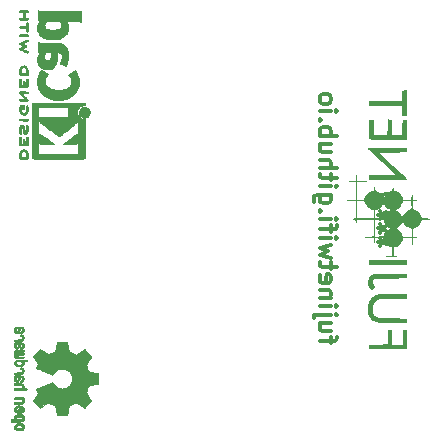
<source format=gbr>
%TF.GenerationSoftware,KiCad,Pcbnew,7.0.10*%
%TF.CreationDate,2024-01-20T12:51:41-06:00*%
%TF.ProjectId,Apple-68k-FujiNet-Rev0,4170706c-652d-4363-986b-2d46756a694e,Rev 0*%
%TF.SameCoordinates,Original*%
%TF.FileFunction,Legend,Bot*%
%TF.FilePolarity,Positive*%
%FSLAX46Y46*%
G04 Gerber Fmt 4.6, Leading zero omitted, Abs format (unit mm)*
G04 Created by KiCad (PCBNEW 7.0.10) date 2024-01-20 12:51:41*
%MOMM*%
%LPD*%
G01*
G04 APERTURE LIST*
%ADD10C,0.300000*%
%ADD11C,0.010000*%
G04 APERTURE END LIST*
D10*
X160838171Y-114112144D02*
X160838171Y-113540716D01*
X159838171Y-113897859D02*
X161123885Y-113897859D01*
X161123885Y-113897859D02*
X161266742Y-113826430D01*
X161266742Y-113826430D02*
X161338171Y-113683573D01*
X161338171Y-113683573D02*
X161338171Y-113540716D01*
X160838171Y-112397859D02*
X159838171Y-112397859D01*
X160838171Y-113040716D02*
X160052457Y-113040716D01*
X160052457Y-113040716D02*
X159909600Y-112969287D01*
X159909600Y-112969287D02*
X159838171Y-112826430D01*
X159838171Y-112826430D02*
X159838171Y-112612144D01*
X159838171Y-112612144D02*
X159909600Y-112469287D01*
X159909600Y-112469287D02*
X159981028Y-112397859D01*
X160838171Y-111683573D02*
X159552457Y-111683573D01*
X159552457Y-111683573D02*
X159409600Y-111755001D01*
X159409600Y-111755001D02*
X159338171Y-111897858D01*
X159338171Y-111897858D02*
X159338171Y-111969287D01*
X161338171Y-111683573D02*
X161266742Y-111755001D01*
X161266742Y-111755001D02*
X161195314Y-111683573D01*
X161195314Y-111683573D02*
X161266742Y-111612144D01*
X161266742Y-111612144D02*
X161338171Y-111683573D01*
X161338171Y-111683573D02*
X161195314Y-111683573D01*
X159838171Y-110969287D02*
X160838171Y-110969287D01*
X161338171Y-110969287D02*
X161266742Y-111040715D01*
X161266742Y-111040715D02*
X161195314Y-110969287D01*
X161195314Y-110969287D02*
X161266742Y-110897858D01*
X161266742Y-110897858D02*
X161338171Y-110969287D01*
X161338171Y-110969287D02*
X161195314Y-110969287D01*
X160838171Y-110255001D02*
X159838171Y-110255001D01*
X160695314Y-110255001D02*
X160766742Y-110183572D01*
X160766742Y-110183572D02*
X160838171Y-110040715D01*
X160838171Y-110040715D02*
X160838171Y-109826429D01*
X160838171Y-109826429D02*
X160766742Y-109683572D01*
X160766742Y-109683572D02*
X160623885Y-109612144D01*
X160623885Y-109612144D02*
X159838171Y-109612144D01*
X159909600Y-108326429D02*
X159838171Y-108469286D01*
X159838171Y-108469286D02*
X159838171Y-108755001D01*
X159838171Y-108755001D02*
X159909600Y-108897858D01*
X159909600Y-108897858D02*
X160052457Y-108969286D01*
X160052457Y-108969286D02*
X160623885Y-108969286D01*
X160623885Y-108969286D02*
X160766742Y-108897858D01*
X160766742Y-108897858D02*
X160838171Y-108755001D01*
X160838171Y-108755001D02*
X160838171Y-108469286D01*
X160838171Y-108469286D02*
X160766742Y-108326429D01*
X160766742Y-108326429D02*
X160623885Y-108255001D01*
X160623885Y-108255001D02*
X160481028Y-108255001D01*
X160481028Y-108255001D02*
X160338171Y-108969286D01*
X160838171Y-107826429D02*
X160838171Y-107255001D01*
X161338171Y-107612144D02*
X160052457Y-107612144D01*
X160052457Y-107612144D02*
X159909600Y-107540715D01*
X159909600Y-107540715D02*
X159838171Y-107397858D01*
X159838171Y-107397858D02*
X159838171Y-107255001D01*
X160838171Y-106897858D02*
X159838171Y-106612144D01*
X159838171Y-106612144D02*
X160552457Y-106326429D01*
X160552457Y-106326429D02*
X159838171Y-106040715D01*
X159838171Y-106040715D02*
X160838171Y-105755001D01*
X159838171Y-105183572D02*
X160838171Y-105183572D01*
X161338171Y-105183572D02*
X161266742Y-105255000D01*
X161266742Y-105255000D02*
X161195314Y-105183572D01*
X161195314Y-105183572D02*
X161266742Y-105112143D01*
X161266742Y-105112143D02*
X161338171Y-105183572D01*
X161338171Y-105183572D02*
X161195314Y-105183572D01*
X160838171Y-104683571D02*
X160838171Y-104112143D01*
X159838171Y-104469286D02*
X161123885Y-104469286D01*
X161123885Y-104469286D02*
X161266742Y-104397857D01*
X161266742Y-104397857D02*
X161338171Y-104255000D01*
X161338171Y-104255000D02*
X161338171Y-104112143D01*
X159838171Y-103612143D02*
X160838171Y-103612143D01*
X161338171Y-103612143D02*
X161266742Y-103683571D01*
X161266742Y-103683571D02*
X161195314Y-103612143D01*
X161195314Y-103612143D02*
X161266742Y-103540714D01*
X161266742Y-103540714D02*
X161338171Y-103612143D01*
X161338171Y-103612143D02*
X161195314Y-103612143D01*
X159981028Y-102897857D02*
X159909600Y-102826428D01*
X159909600Y-102826428D02*
X159838171Y-102897857D01*
X159838171Y-102897857D02*
X159909600Y-102969285D01*
X159909600Y-102969285D02*
X159981028Y-102897857D01*
X159981028Y-102897857D02*
X159838171Y-102897857D01*
X160838171Y-101540714D02*
X159623885Y-101540714D01*
X159623885Y-101540714D02*
X159481028Y-101612142D01*
X159481028Y-101612142D02*
X159409600Y-101683571D01*
X159409600Y-101683571D02*
X159338171Y-101826428D01*
X159338171Y-101826428D02*
X159338171Y-102040714D01*
X159338171Y-102040714D02*
X159409600Y-102183571D01*
X159909600Y-101540714D02*
X159838171Y-101683571D01*
X159838171Y-101683571D02*
X159838171Y-101969285D01*
X159838171Y-101969285D02*
X159909600Y-102112142D01*
X159909600Y-102112142D02*
X159981028Y-102183571D01*
X159981028Y-102183571D02*
X160123885Y-102254999D01*
X160123885Y-102254999D02*
X160552457Y-102254999D01*
X160552457Y-102254999D02*
X160695314Y-102183571D01*
X160695314Y-102183571D02*
X160766742Y-102112142D01*
X160766742Y-102112142D02*
X160838171Y-101969285D01*
X160838171Y-101969285D02*
X160838171Y-101683571D01*
X160838171Y-101683571D02*
X160766742Y-101540714D01*
X159838171Y-100826428D02*
X160838171Y-100826428D01*
X161338171Y-100826428D02*
X161266742Y-100897856D01*
X161266742Y-100897856D02*
X161195314Y-100826428D01*
X161195314Y-100826428D02*
X161266742Y-100754999D01*
X161266742Y-100754999D02*
X161338171Y-100826428D01*
X161338171Y-100826428D02*
X161195314Y-100826428D01*
X160838171Y-100326427D02*
X160838171Y-99754999D01*
X161338171Y-100112142D02*
X160052457Y-100112142D01*
X160052457Y-100112142D02*
X159909600Y-100040713D01*
X159909600Y-100040713D02*
X159838171Y-99897856D01*
X159838171Y-99897856D02*
X159838171Y-99754999D01*
X159838171Y-99254999D02*
X161338171Y-99254999D01*
X159838171Y-98612142D02*
X160623885Y-98612142D01*
X160623885Y-98612142D02*
X160766742Y-98683570D01*
X160766742Y-98683570D02*
X160838171Y-98826427D01*
X160838171Y-98826427D02*
X160838171Y-99040713D01*
X160838171Y-99040713D02*
X160766742Y-99183570D01*
X160766742Y-99183570D02*
X160695314Y-99254999D01*
X160838171Y-97254999D02*
X159838171Y-97254999D01*
X160838171Y-97897856D02*
X160052457Y-97897856D01*
X160052457Y-97897856D02*
X159909600Y-97826427D01*
X159909600Y-97826427D02*
X159838171Y-97683570D01*
X159838171Y-97683570D02*
X159838171Y-97469284D01*
X159838171Y-97469284D02*
X159909600Y-97326427D01*
X159909600Y-97326427D02*
X159981028Y-97254999D01*
X159838171Y-96540713D02*
X161338171Y-96540713D01*
X160766742Y-96540713D02*
X160838171Y-96397856D01*
X160838171Y-96397856D02*
X160838171Y-96112141D01*
X160838171Y-96112141D02*
X160766742Y-95969284D01*
X160766742Y-95969284D02*
X160695314Y-95897856D01*
X160695314Y-95897856D02*
X160552457Y-95826427D01*
X160552457Y-95826427D02*
X160123885Y-95826427D01*
X160123885Y-95826427D02*
X159981028Y-95897856D01*
X159981028Y-95897856D02*
X159909600Y-95969284D01*
X159909600Y-95969284D02*
X159838171Y-96112141D01*
X159838171Y-96112141D02*
X159838171Y-96397856D01*
X159838171Y-96397856D02*
X159909600Y-96540713D01*
X159981028Y-95183570D02*
X159909600Y-95112141D01*
X159909600Y-95112141D02*
X159838171Y-95183570D01*
X159838171Y-95183570D02*
X159909600Y-95254998D01*
X159909600Y-95254998D02*
X159981028Y-95183570D01*
X159981028Y-95183570D02*
X159838171Y-95183570D01*
X159838171Y-94469284D02*
X160838171Y-94469284D01*
X161338171Y-94469284D02*
X161266742Y-94540712D01*
X161266742Y-94540712D02*
X161195314Y-94469284D01*
X161195314Y-94469284D02*
X161266742Y-94397855D01*
X161266742Y-94397855D02*
X161338171Y-94469284D01*
X161338171Y-94469284D02*
X161195314Y-94469284D01*
X159838171Y-93540712D02*
X159909600Y-93683569D01*
X159909600Y-93683569D02*
X159981028Y-93754998D01*
X159981028Y-93754998D02*
X160123885Y-93826426D01*
X160123885Y-93826426D02*
X160552457Y-93826426D01*
X160552457Y-93826426D02*
X160695314Y-93754998D01*
X160695314Y-93754998D02*
X160766742Y-93683569D01*
X160766742Y-93683569D02*
X160838171Y-93540712D01*
X160838171Y-93540712D02*
X160838171Y-93326426D01*
X160838171Y-93326426D02*
X160766742Y-93183569D01*
X160766742Y-93183569D02*
X160695314Y-93112141D01*
X160695314Y-93112141D02*
X160552457Y-93040712D01*
X160552457Y-93040712D02*
X160123885Y-93040712D01*
X160123885Y-93040712D02*
X159981028Y-93112141D01*
X159981028Y-93112141D02*
X159909600Y-93183569D01*
X159909600Y-93183569D02*
X159838171Y-93326426D01*
X159838171Y-93326426D02*
X159838171Y-93540712D01*
X164857757Y-102310572D02*
X164786328Y-102167715D01*
X164786328Y-102167715D02*
X164786328Y-101953429D01*
X164786328Y-101953429D02*
X164857757Y-101739143D01*
X164857757Y-101739143D02*
X165000614Y-101596286D01*
X165000614Y-101596286D02*
X165143471Y-101524857D01*
X165143471Y-101524857D02*
X165429185Y-101453429D01*
X165429185Y-101453429D02*
X165643471Y-101453429D01*
X165643471Y-101453429D02*
X165929185Y-101524857D01*
X165929185Y-101524857D02*
X166072042Y-101596286D01*
X166072042Y-101596286D02*
X166214900Y-101739143D01*
X166214900Y-101739143D02*
X166286328Y-101953429D01*
X166286328Y-101953429D02*
X166286328Y-102096286D01*
X166286328Y-102096286D02*
X166214900Y-102310572D01*
X166214900Y-102310572D02*
X166143471Y-102382000D01*
X166143471Y-102382000D02*
X165643471Y-102382000D01*
X165643471Y-102382000D02*
X165643471Y-102096286D01*
X164786328Y-103239143D02*
X165143471Y-103239143D01*
X165000614Y-102882000D02*
X165143471Y-103239143D01*
X165143471Y-103239143D02*
X165000614Y-103596286D01*
X165429185Y-103024857D02*
X165143471Y-103239143D01*
X165143471Y-103239143D02*
X165429185Y-103453429D01*
X164786328Y-104382000D02*
X165143471Y-104382000D01*
X165000614Y-104024857D02*
X165143471Y-104382000D01*
X165143471Y-104382000D02*
X165000614Y-104739143D01*
X165429185Y-104167714D02*
X165143471Y-104382000D01*
X165143471Y-104382000D02*
X165429185Y-104596286D01*
X164786328Y-105524857D02*
X165143471Y-105524857D01*
X165000614Y-105167714D02*
X165143471Y-105524857D01*
X165143471Y-105524857D02*
X165000614Y-105882000D01*
X165429185Y-105310571D02*
X165143471Y-105524857D01*
X165143471Y-105524857D02*
X165429185Y-105739143D01*
%TO.C,REF\u002A\u002A*%
D11*
X136041026Y-85948161D02*
X136050132Y-85953355D01*
X136064751Y-85961715D01*
X136078827Y-85969288D01*
X136093460Y-85976112D01*
X136109751Y-85982227D01*
X136128802Y-85987673D01*
X136151714Y-85992487D01*
X136179587Y-85996708D01*
X136213522Y-86000377D01*
X136254621Y-86003531D01*
X136303985Y-86006211D01*
X136362714Y-86008454D01*
X136431910Y-86010299D01*
X136512674Y-86011787D01*
X136606106Y-86012955D01*
X136713308Y-86013844D01*
X136835380Y-86014491D01*
X136973424Y-86014936D01*
X137128541Y-86015218D01*
X137301832Y-86015375D01*
X137494397Y-86015448D01*
X137707338Y-86015474D01*
X137941755Y-86015493D01*
X139626622Y-86015689D01*
X139626622Y-86921017D01*
X139589933Y-86896585D01*
X139580353Y-86890318D01*
X139534019Y-86864208D01*
X139486898Y-86846469D01*
X139431749Y-86834908D01*
X139361333Y-86827331D01*
X139354350Y-86826839D01*
X139316359Y-86825062D01*
X139262424Y-86823444D01*
X139195297Y-86821999D01*
X139117729Y-86820740D01*
X139032472Y-86819680D01*
X138942276Y-86818829D01*
X138849893Y-86818203D01*
X138758075Y-86817812D01*
X138669573Y-86817670D01*
X138587138Y-86817790D01*
X138513521Y-86818183D01*
X138451474Y-86818862D01*
X138403749Y-86819841D01*
X138373096Y-86821132D01*
X138362267Y-86822747D01*
X138366667Y-86830957D01*
X138381638Y-86852647D01*
X138403552Y-86882014D01*
X138437764Y-86930879D01*
X138484286Y-87019125D01*
X138517954Y-87117916D01*
X138539769Y-87230510D01*
X138550735Y-87360164D01*
X138551781Y-87452670D01*
X138541986Y-87574011D01*
X138517826Y-87684099D01*
X138478215Y-87787389D01*
X138422068Y-87888338D01*
X138391117Y-87933503D01*
X138299885Y-88038911D01*
X138190894Y-88130538D01*
X138064274Y-88208332D01*
X137920155Y-88272241D01*
X137758668Y-88322214D01*
X137579941Y-88358198D01*
X137384105Y-88380143D01*
X137228066Y-88385900D01*
X137171289Y-88387994D01*
X137093842Y-88387268D01*
X136942406Y-88378689D01*
X136805717Y-88359833D01*
X136679724Y-88329837D01*
X136560375Y-88287836D01*
X136443619Y-88232969D01*
X136332821Y-88166167D01*
X136219261Y-88075363D01*
X136123789Y-87971708D01*
X136046927Y-87855887D01*
X135989203Y-87728586D01*
X135951142Y-87590489D01*
X135945334Y-87552793D01*
X135939604Y-87473752D01*
X135939417Y-87385629D01*
X135944461Y-87296236D01*
X135954422Y-87213384D01*
X135959112Y-87191331D01*
X136552459Y-87191331D01*
X136560635Y-87275900D01*
X136588195Y-87349219D01*
X136635358Y-87411637D01*
X136702342Y-87463502D01*
X136789367Y-87505160D01*
X136896650Y-87536962D01*
X136908991Y-87539545D01*
X136970228Y-87548000D01*
X137047308Y-87553663D01*
X137134998Y-87556576D01*
X137228066Y-87556783D01*
X137321280Y-87554330D01*
X137409406Y-87549261D01*
X137487212Y-87541619D01*
X137549467Y-87531448D01*
X137555334Y-87530167D01*
X137665879Y-87501126D01*
X137756425Y-87466610D01*
X137829047Y-87425456D01*
X137885819Y-87376499D01*
X137928816Y-87318574D01*
X137944385Y-87286620D01*
X137963278Y-87213784D01*
X137966535Y-87132443D01*
X137954611Y-87047319D01*
X137927960Y-86963133D01*
X137887038Y-86884608D01*
X137843470Y-86817200D01*
X136693279Y-86817200D01*
X136646911Y-86887756D01*
X136623209Y-86928417D01*
X136597361Y-86982546D01*
X136579171Y-87031689D01*
X136563449Y-87095165D01*
X136552459Y-87191331D01*
X135959112Y-87191331D01*
X135968988Y-87144887D01*
X135978636Y-87114035D01*
X136008877Y-87036730D01*
X136046383Y-86959679D01*
X136087386Y-86890200D01*
X136128121Y-86835615D01*
X136147495Y-86812916D01*
X136165338Y-86790201D01*
X136172222Y-86778779D01*
X136170576Y-86777537D01*
X136152795Y-86774728D01*
X136119630Y-86772776D01*
X136076267Y-86772045D01*
X135980311Y-86772045D01*
X135980311Y-85913896D01*
X136041026Y-85948161D01*
G36*
X136041026Y-85948161D02*
G01*
X136050132Y-85953355D01*
X136064751Y-85961715D01*
X136078827Y-85969288D01*
X136093460Y-85976112D01*
X136109751Y-85982227D01*
X136128802Y-85987673D01*
X136151714Y-85992487D01*
X136179587Y-85996708D01*
X136213522Y-86000377D01*
X136254621Y-86003531D01*
X136303985Y-86006211D01*
X136362714Y-86008454D01*
X136431910Y-86010299D01*
X136512674Y-86011787D01*
X136606106Y-86012955D01*
X136713308Y-86013844D01*
X136835380Y-86014491D01*
X136973424Y-86014936D01*
X137128541Y-86015218D01*
X137301832Y-86015375D01*
X137494397Y-86015448D01*
X137707338Y-86015474D01*
X137941755Y-86015493D01*
X139626622Y-86015689D01*
X139626622Y-86921017D01*
X139589933Y-86896585D01*
X139580353Y-86890318D01*
X139534019Y-86864208D01*
X139486898Y-86846469D01*
X139431749Y-86834908D01*
X139361333Y-86827331D01*
X139354350Y-86826839D01*
X139316359Y-86825062D01*
X139262424Y-86823444D01*
X139195297Y-86821999D01*
X139117729Y-86820740D01*
X139032472Y-86819680D01*
X138942276Y-86818829D01*
X138849893Y-86818203D01*
X138758075Y-86817812D01*
X138669573Y-86817670D01*
X138587138Y-86817790D01*
X138513521Y-86818183D01*
X138451474Y-86818862D01*
X138403749Y-86819841D01*
X138373096Y-86821132D01*
X138362267Y-86822747D01*
X138366667Y-86830957D01*
X138381638Y-86852647D01*
X138403552Y-86882014D01*
X138437764Y-86930879D01*
X138484286Y-87019125D01*
X138517954Y-87117916D01*
X138539769Y-87230510D01*
X138550735Y-87360164D01*
X138551781Y-87452670D01*
X138541986Y-87574011D01*
X138517826Y-87684099D01*
X138478215Y-87787389D01*
X138422068Y-87888338D01*
X138391117Y-87933503D01*
X138299885Y-88038911D01*
X138190894Y-88130538D01*
X138064274Y-88208332D01*
X137920155Y-88272241D01*
X137758668Y-88322214D01*
X137579941Y-88358198D01*
X137384105Y-88380143D01*
X137228066Y-88385900D01*
X137171289Y-88387994D01*
X137093842Y-88387268D01*
X136942406Y-88378689D01*
X136805717Y-88359833D01*
X136679724Y-88329837D01*
X136560375Y-88287836D01*
X136443619Y-88232969D01*
X136332821Y-88166167D01*
X136219261Y-88075363D01*
X136123789Y-87971708D01*
X136046927Y-87855887D01*
X135989203Y-87728586D01*
X135951142Y-87590489D01*
X135945334Y-87552793D01*
X135939604Y-87473752D01*
X135939417Y-87385629D01*
X135944461Y-87296236D01*
X135954422Y-87213384D01*
X135959112Y-87191331D01*
X136552459Y-87191331D01*
X136560635Y-87275900D01*
X136588195Y-87349219D01*
X136635358Y-87411637D01*
X136702342Y-87463502D01*
X136789367Y-87505160D01*
X136896650Y-87536962D01*
X136908991Y-87539545D01*
X136970228Y-87548000D01*
X137047308Y-87553663D01*
X137134998Y-87556576D01*
X137228066Y-87556783D01*
X137321280Y-87554330D01*
X137409406Y-87549261D01*
X137487212Y-87541619D01*
X137549467Y-87531448D01*
X137555334Y-87530167D01*
X137665879Y-87501126D01*
X137756425Y-87466610D01*
X137829047Y-87425456D01*
X137885819Y-87376499D01*
X137928816Y-87318574D01*
X137944385Y-87286620D01*
X137963278Y-87213784D01*
X137966535Y-87132443D01*
X137954611Y-87047319D01*
X137927960Y-86963133D01*
X137887038Y-86884608D01*
X137843470Y-86817200D01*
X136693279Y-86817200D01*
X136646911Y-86887756D01*
X136623209Y-86928417D01*
X136597361Y-86982546D01*
X136579171Y-87031689D01*
X136563449Y-87095165D01*
X136552459Y-87191331D01*
X135959112Y-87191331D01*
X135968988Y-87144887D01*
X135978636Y-87114035D01*
X136008877Y-87036730D01*
X136046383Y-86959679D01*
X136087386Y-86890200D01*
X136128121Y-86835615D01*
X136147495Y-86812916D01*
X136165338Y-86790201D01*
X136172222Y-86778779D01*
X136170576Y-86777537D01*
X136152795Y-86774728D01*
X136119630Y-86772776D01*
X136076267Y-86772045D01*
X135980311Y-86772045D01*
X135980311Y-85913896D01*
X136041026Y-85948161D01*
G37*
X135092642Y-86940543D02*
X135125178Y-86966187D01*
X135128895Y-86971129D01*
X135133731Y-86981338D01*
X135137494Y-86996764D01*
X135140317Y-87019886D01*
X135142330Y-87053183D01*
X135143667Y-87099137D01*
X135144458Y-87160228D01*
X135144837Y-87238935D01*
X135144933Y-87337740D01*
X135144932Y-87357767D01*
X135144842Y-87451890D01*
X135144502Y-87526405D01*
X135143761Y-87583811D01*
X135142465Y-87626611D01*
X135140463Y-87657304D01*
X135137604Y-87678391D01*
X135133734Y-87692373D01*
X135128702Y-87701750D01*
X135122355Y-87709022D01*
X135089638Y-87727828D01*
X135052061Y-87729275D01*
X135018822Y-87712917D01*
X135017369Y-87711557D01*
X135009008Y-87700354D01*
X135003453Y-87683252D01*
X135000160Y-87656082D01*
X134998582Y-87614678D01*
X134998178Y-87554873D01*
X134998178Y-87415511D01*
X134734411Y-87415511D01*
X134658583Y-87415436D01*
X134591917Y-87415028D01*
X134542133Y-87414046D01*
X134506216Y-87412250D01*
X134481150Y-87409399D01*
X134463919Y-87405253D01*
X134451508Y-87399571D01*
X134440900Y-87392114D01*
X134438094Y-87389824D01*
X134415452Y-87358646D01*
X134413888Y-87324266D01*
X134433733Y-87291334D01*
X134441809Y-87284355D01*
X134452407Y-87278883D01*
X134468251Y-87274863D01*
X134492227Y-87272072D01*
X134527226Y-87270288D01*
X134576136Y-87269289D01*
X134641846Y-87268852D01*
X134727244Y-87268756D01*
X134998178Y-87268756D01*
X134998178Y-87122820D01*
X134998179Y-87111720D01*
X134998404Y-87055202D01*
X134999543Y-87016358D01*
X135002343Y-86990965D01*
X135007550Y-86974804D01*
X135015911Y-86963652D01*
X135028174Y-86953289D01*
X135058862Y-86937441D01*
X135092642Y-86940543D01*
G36*
X135092642Y-86940543D02*
G01*
X135125178Y-86966187D01*
X135128895Y-86971129D01*
X135133731Y-86981338D01*
X135137494Y-86996764D01*
X135140317Y-87019886D01*
X135142330Y-87053183D01*
X135143667Y-87099137D01*
X135144458Y-87160228D01*
X135144837Y-87238935D01*
X135144933Y-87337740D01*
X135144932Y-87357767D01*
X135144842Y-87451890D01*
X135144502Y-87526405D01*
X135143761Y-87583811D01*
X135142465Y-87626611D01*
X135140463Y-87657304D01*
X135137604Y-87678391D01*
X135133734Y-87692373D01*
X135128702Y-87701750D01*
X135122355Y-87709022D01*
X135089638Y-87727828D01*
X135052061Y-87729275D01*
X135018822Y-87712917D01*
X135017369Y-87711557D01*
X135009008Y-87700354D01*
X135003453Y-87683252D01*
X135000160Y-87656082D01*
X134998582Y-87614678D01*
X134998178Y-87554873D01*
X134998178Y-87415511D01*
X134734411Y-87415511D01*
X134658583Y-87415436D01*
X134591917Y-87415028D01*
X134542133Y-87414046D01*
X134506216Y-87412250D01*
X134481150Y-87409399D01*
X134463919Y-87405253D01*
X134451508Y-87399571D01*
X134440900Y-87392114D01*
X134438094Y-87389824D01*
X134415452Y-87358646D01*
X134413888Y-87324266D01*
X134433733Y-87291334D01*
X134441809Y-87284355D01*
X134452407Y-87278883D01*
X134468251Y-87274863D01*
X134492227Y-87272072D01*
X134527226Y-87270288D01*
X134576136Y-87269289D01*
X134641846Y-87268852D01*
X134727244Y-87268756D01*
X134998178Y-87268756D01*
X134998178Y-87122820D01*
X134998179Y-87111720D01*
X134998404Y-87055202D01*
X134999543Y-87016358D01*
X135002343Y-86990965D01*
X135007550Y-86974804D01*
X135015911Y-86963652D01*
X135028174Y-86953289D01*
X135058862Y-86937441D01*
X135092642Y-86940543D01*
G37*
X134799261Y-97689679D02*
X134856677Y-97701991D01*
X134916587Y-97724520D01*
X134970637Y-97753750D01*
X135010468Y-97786167D01*
X135027490Y-97805708D01*
X135066678Y-97860420D01*
X135096807Y-97920723D01*
X135118768Y-97989919D01*
X135133450Y-98071311D01*
X135141741Y-98168200D01*
X135144533Y-98283889D01*
X135144934Y-98323371D01*
X135145347Y-98369082D01*
X135143543Y-98404883D01*
X135137261Y-98431974D01*
X135124241Y-98451556D01*
X135102222Y-98464830D01*
X135068945Y-98472998D01*
X135022149Y-98477260D01*
X134998178Y-98477857D01*
X134959573Y-98478817D01*
X134878959Y-98478870D01*
X134778044Y-98478622D01*
X134702383Y-98478583D01*
X134624474Y-98478328D01*
X134564464Y-98477684D01*
X134519736Y-98476480D01*
X134487674Y-98474543D01*
X134465660Y-98471703D01*
X134451076Y-98467788D01*
X134441306Y-98462626D01*
X134433733Y-98456045D01*
X134427499Y-98449077D01*
X134420199Y-98436079D01*
X134415446Y-98416931D01*
X134412708Y-98387528D01*
X134411455Y-98343762D01*
X134411398Y-98331867D01*
X134557911Y-98331867D01*
X134998178Y-98331867D01*
X134998192Y-98255667D01*
X134998183Y-98252639D01*
X134996218Y-98201519D01*
X134991493Y-98141416D01*
X134984965Y-98084708D01*
X134975669Y-98034750D01*
X134949400Y-97959998D01*
X134910101Y-97902489D01*
X134857067Y-97860988D01*
X134805800Y-97839771D01*
X134757974Y-97838353D01*
X134707039Y-97856635D01*
X134661122Y-97886305D01*
X134618713Y-97933002D01*
X134588910Y-97994392D01*
X134569774Y-98073538D01*
X134569536Y-98075028D01*
X134563744Y-98123999D01*
X134559604Y-98182693D01*
X134557996Y-98238734D01*
X134557911Y-98331867D01*
X134411398Y-98331867D01*
X134411155Y-98281528D01*
X134411531Y-98232582D01*
X134415959Y-98125722D01*
X134426047Y-98036494D01*
X134442635Y-97961696D01*
X134466565Y-97898125D01*
X134498679Y-97842579D01*
X134539818Y-97791854D01*
X134545670Y-97785866D01*
X134594179Y-97748999D01*
X134654987Y-97717899D01*
X134719231Y-97696417D01*
X134778044Y-97688400D01*
X134799261Y-97689679D01*
G36*
X134799261Y-97689679D02*
G01*
X134856677Y-97701991D01*
X134916587Y-97724520D01*
X134970637Y-97753750D01*
X135010468Y-97786167D01*
X135027490Y-97805708D01*
X135066678Y-97860420D01*
X135096807Y-97920723D01*
X135118768Y-97989919D01*
X135133450Y-98071311D01*
X135141741Y-98168200D01*
X135144533Y-98283889D01*
X135144934Y-98323371D01*
X135145347Y-98369082D01*
X135143543Y-98404883D01*
X135137261Y-98431974D01*
X135124241Y-98451556D01*
X135102222Y-98464830D01*
X135068945Y-98472998D01*
X135022149Y-98477260D01*
X134998178Y-98477857D01*
X134959573Y-98478817D01*
X134878959Y-98478870D01*
X134778044Y-98478622D01*
X134702383Y-98478583D01*
X134624474Y-98478328D01*
X134564464Y-98477684D01*
X134519736Y-98476480D01*
X134487674Y-98474543D01*
X134465660Y-98471703D01*
X134451076Y-98467788D01*
X134441306Y-98462626D01*
X134433733Y-98456045D01*
X134427499Y-98449077D01*
X134420199Y-98436079D01*
X134415446Y-98416931D01*
X134412708Y-98387528D01*
X134411455Y-98343762D01*
X134411398Y-98331867D01*
X134557911Y-98331867D01*
X134998178Y-98331867D01*
X134998192Y-98255667D01*
X134998183Y-98252639D01*
X134996218Y-98201519D01*
X134991493Y-98141416D01*
X134984965Y-98084708D01*
X134975669Y-98034750D01*
X134949400Y-97959998D01*
X134910101Y-97902489D01*
X134857067Y-97860988D01*
X134805800Y-97839771D01*
X134757974Y-97838353D01*
X134707039Y-97856635D01*
X134661122Y-97886305D01*
X134618713Y-97933002D01*
X134588910Y-97994392D01*
X134569774Y-98073538D01*
X134569536Y-98075028D01*
X134563744Y-98123999D01*
X134559604Y-98182693D01*
X134557996Y-98238734D01*
X134557911Y-98331867D01*
X134411398Y-98331867D01*
X134411155Y-98281528D01*
X134411531Y-98232582D01*
X134415959Y-98125722D01*
X134426047Y-98036494D01*
X134442635Y-97961696D01*
X134466565Y-97898125D01*
X134498679Y-97842579D01*
X134539818Y-97791854D01*
X134545670Y-97785866D01*
X134594179Y-97748999D01*
X134654987Y-97717899D01*
X134719231Y-97696417D01*
X134778044Y-97688400D01*
X134799261Y-97689679D01*
G37*
X135094439Y-88395730D02*
X135115322Y-88410387D01*
X135135623Y-88436990D01*
X135135965Y-88437745D01*
X135142966Y-88457335D01*
X135143496Y-88474790D01*
X135135522Y-88491702D01*
X135117011Y-88509663D01*
X135085929Y-88530263D01*
X135040244Y-88555095D01*
X134977922Y-88585750D01*
X134896929Y-88623820D01*
X134865546Y-88638454D01*
X134802362Y-88668203D01*
X134747756Y-88694297D01*
X134704710Y-88715292D01*
X134676207Y-88729739D01*
X134665230Y-88736191D01*
X134665811Y-88737550D01*
X134679758Y-88747542D01*
X134709296Y-88764833D01*
X134750913Y-88787430D01*
X134801097Y-88813338D01*
X134832586Y-88829311D01*
X134887939Y-88858261D01*
X134926956Y-88880749D01*
X134952434Y-88898965D01*
X134967169Y-88915096D01*
X134973958Y-88931330D01*
X134975600Y-88949857D01*
X134975125Y-88960360D01*
X134970918Y-88976476D01*
X134960054Y-88991790D01*
X134939781Y-89008388D01*
X134907346Y-89028357D01*
X134859996Y-89053783D01*
X134794978Y-89086752D01*
X134775723Y-89096485D01*
X134729054Y-89120943D01*
X134692891Y-89141178D01*
X134670503Y-89155311D01*
X134665155Y-89161460D01*
X134668427Y-89162827D01*
X134689336Y-89172202D01*
X134726275Y-89189062D01*
X134776126Y-89211979D01*
X134835774Y-89239520D01*
X134902102Y-89270255D01*
X134959323Y-89296970D01*
X135021312Y-89326593D01*
X135067051Y-89349664D01*
X135099092Y-89367643D01*
X135119986Y-89381990D01*
X135132282Y-89394166D01*
X135138534Y-89405632D01*
X135141426Y-89415042D01*
X135141575Y-89440147D01*
X135126232Y-89467290D01*
X135125247Y-89468590D01*
X135102612Y-89490674D01*
X135080387Y-89501723D01*
X135079747Y-89501769D01*
X135062085Y-89497228D01*
X135027519Y-89484364D01*
X134979174Y-89464605D01*
X134920175Y-89439381D01*
X134853645Y-89410119D01*
X134782709Y-89378250D01*
X134710493Y-89345201D01*
X134640120Y-89312401D01*
X134574715Y-89281280D01*
X134517403Y-89253265D01*
X134471308Y-89229786D01*
X134439554Y-89212272D01*
X134425267Y-89202151D01*
X134411898Y-89167743D01*
X134418259Y-89126046D01*
X134422956Y-89120681D01*
X134445107Y-89104852D01*
X134481868Y-89082650D01*
X134529585Y-89056233D01*
X134584607Y-89027760D01*
X134743850Y-88947986D01*
X134597258Y-88874799D01*
X134577968Y-88865103D01*
X134525620Y-88838125D01*
X134480830Y-88814096D01*
X134447846Y-88795332D01*
X134430911Y-88784146D01*
X134429668Y-88783000D01*
X134414381Y-88754879D01*
X134412698Y-88719817D01*
X134425267Y-88688776D01*
X134428116Y-88686350D01*
X134448741Y-88674090D01*
X134486292Y-88654352D01*
X134538120Y-88628448D01*
X134601577Y-88597685D01*
X134674015Y-88563375D01*
X134752784Y-88526825D01*
X134796907Y-88506585D01*
X134877635Y-88469812D01*
X134941313Y-88441355D01*
X134990248Y-88420331D01*
X135026743Y-88405854D01*
X135053105Y-88397039D01*
X135071639Y-88393004D01*
X135084648Y-88392862D01*
X135094439Y-88395730D01*
G36*
X135094439Y-88395730D02*
G01*
X135115322Y-88410387D01*
X135135623Y-88436990D01*
X135135965Y-88437745D01*
X135142966Y-88457335D01*
X135143496Y-88474790D01*
X135135522Y-88491702D01*
X135117011Y-88509663D01*
X135085929Y-88530263D01*
X135040244Y-88555095D01*
X134977922Y-88585750D01*
X134896929Y-88623820D01*
X134865546Y-88638454D01*
X134802362Y-88668203D01*
X134747756Y-88694297D01*
X134704710Y-88715292D01*
X134676207Y-88729739D01*
X134665230Y-88736191D01*
X134665811Y-88737550D01*
X134679758Y-88747542D01*
X134709296Y-88764833D01*
X134750913Y-88787430D01*
X134801097Y-88813338D01*
X134832586Y-88829311D01*
X134887939Y-88858261D01*
X134926956Y-88880749D01*
X134952434Y-88898965D01*
X134967169Y-88915096D01*
X134973958Y-88931330D01*
X134975600Y-88949857D01*
X134975125Y-88960360D01*
X134970918Y-88976476D01*
X134960054Y-88991790D01*
X134939781Y-89008388D01*
X134907346Y-89028357D01*
X134859996Y-89053783D01*
X134794978Y-89086752D01*
X134775723Y-89096485D01*
X134729054Y-89120943D01*
X134692891Y-89141178D01*
X134670503Y-89155311D01*
X134665155Y-89161460D01*
X134668427Y-89162827D01*
X134689336Y-89172202D01*
X134726275Y-89189062D01*
X134776126Y-89211979D01*
X134835774Y-89239520D01*
X134902102Y-89270255D01*
X134959323Y-89296970D01*
X135021312Y-89326593D01*
X135067051Y-89349664D01*
X135099092Y-89367643D01*
X135119986Y-89381990D01*
X135132282Y-89394166D01*
X135138534Y-89405632D01*
X135141426Y-89415042D01*
X135141575Y-89440147D01*
X135126232Y-89467290D01*
X135125247Y-89468590D01*
X135102612Y-89490674D01*
X135080387Y-89501723D01*
X135079747Y-89501769D01*
X135062085Y-89497228D01*
X135027519Y-89484364D01*
X134979174Y-89464605D01*
X134920175Y-89439381D01*
X134853645Y-89410119D01*
X134782709Y-89378250D01*
X134710493Y-89345201D01*
X134640120Y-89312401D01*
X134574715Y-89281280D01*
X134517403Y-89253265D01*
X134471308Y-89229786D01*
X134439554Y-89212272D01*
X134425267Y-89202151D01*
X134411898Y-89167743D01*
X134418259Y-89126046D01*
X134422956Y-89120681D01*
X134445107Y-89104852D01*
X134481868Y-89082650D01*
X134529585Y-89056233D01*
X134584607Y-89027760D01*
X134743850Y-88947986D01*
X134597258Y-88874799D01*
X134577968Y-88865103D01*
X134525620Y-88838125D01*
X134480830Y-88814096D01*
X134447846Y-88795332D01*
X134430911Y-88784146D01*
X134429668Y-88783000D01*
X134414381Y-88754879D01*
X134412698Y-88719817D01*
X134425267Y-88688776D01*
X134428116Y-88686350D01*
X134448741Y-88674090D01*
X134486292Y-88654352D01*
X134538120Y-88628448D01*
X134601577Y-88597685D01*
X134674015Y-88563375D01*
X134752784Y-88526825D01*
X134796907Y-88506585D01*
X134877635Y-88469812D01*
X134941313Y-88441355D01*
X134990248Y-88420331D01*
X135026743Y-88405854D01*
X135053105Y-88397039D01*
X135071639Y-88393004D01*
X135084648Y-88392862D01*
X135094439Y-88395730D01*
G37*
X139983351Y-93798249D02*
X140007089Y-93825355D01*
X140018889Y-93852253D01*
X140021733Y-93888560D01*
X140021733Y-93940489D01*
X139933794Y-93940489D01*
X139883898Y-93942427D01*
X139773477Y-93961199D01*
X139672013Y-93998217D01*
X139580848Y-94051369D01*
X139501327Y-94118546D01*
X139434795Y-94197638D01*
X139382594Y-94286534D01*
X139346070Y-94383125D01*
X139326566Y-94485300D01*
X139325427Y-94590950D01*
X139343995Y-94697964D01*
X139383616Y-94804232D01*
X139441484Y-94901219D01*
X139516316Y-94986293D01*
X139604385Y-95055015D01*
X139703384Y-95105918D01*
X139811007Y-95137535D01*
X139924946Y-95148400D01*
X140021733Y-95148400D01*
X140021733Y-96768753D01*
X140021720Y-96979897D01*
X140021670Y-97184020D01*
X140021570Y-97367686D01*
X140021408Y-97531991D01*
X140021171Y-97678029D01*
X140020847Y-97806894D01*
X140020425Y-97919683D01*
X140019891Y-98017488D01*
X140019233Y-98101404D01*
X140018439Y-98172527D01*
X140017496Y-98231950D01*
X140016392Y-98280768D01*
X140015116Y-98320077D01*
X140013653Y-98350969D01*
X140011993Y-98374541D01*
X140010122Y-98391886D01*
X140008028Y-98404099D01*
X140005700Y-98412275D01*
X140003124Y-98417508D01*
X139999555Y-98423504D01*
X139996022Y-98430279D01*
X139992512Y-98436478D01*
X139988082Y-98442126D01*
X139981792Y-98447247D01*
X139972699Y-98451869D01*
X139959861Y-98456015D01*
X139942338Y-98459713D01*
X139919187Y-98462987D01*
X139889466Y-98465863D01*
X139852235Y-98468367D01*
X139806551Y-98470524D01*
X139751473Y-98472360D01*
X139686059Y-98473900D01*
X139609367Y-98475170D01*
X139520456Y-98476195D01*
X139418383Y-98477001D01*
X139412133Y-98477034D01*
X139302208Y-98477614D01*
X139170989Y-98478059D01*
X139023784Y-98478362D01*
X138859651Y-98478548D01*
X138677648Y-98478642D01*
X138476835Y-98478671D01*
X138256268Y-98478661D01*
X138015008Y-98478636D01*
X137752111Y-98478622D01*
X137709960Y-98478622D01*
X137449332Y-98478646D01*
X137210204Y-98478685D01*
X136991640Y-98478708D01*
X136792705Y-98478687D01*
X136612465Y-98478593D01*
X136449985Y-98478395D01*
X136304330Y-98478063D01*
X136174566Y-98477569D01*
X136059757Y-98476883D01*
X135958970Y-98475976D01*
X135871270Y-98474817D01*
X135795721Y-98473378D01*
X135731389Y-98471629D01*
X135677339Y-98469540D01*
X135632637Y-98467083D01*
X135596348Y-98464227D01*
X135567537Y-98460943D01*
X135545269Y-98457202D01*
X135528610Y-98452974D01*
X135516625Y-98448229D01*
X135508379Y-98442939D01*
X135502938Y-98437073D01*
X135499366Y-98430602D01*
X135496730Y-98423497D01*
X135494094Y-98415728D01*
X135490523Y-98407266D01*
X135488855Y-98402908D01*
X135486889Y-98394395D01*
X135485089Y-98381694D01*
X135483445Y-98363885D01*
X135481953Y-98340049D01*
X135480603Y-98309266D01*
X135479389Y-98270617D01*
X135478303Y-98223182D01*
X135477339Y-98166043D01*
X135476489Y-98098279D01*
X135475747Y-98018971D01*
X135475103Y-97927199D01*
X135474553Y-97822044D01*
X135474087Y-97702587D01*
X135473700Y-97567908D01*
X135473384Y-97417088D01*
X135473131Y-97249206D01*
X135472934Y-97063345D01*
X135472787Y-96858583D01*
X135472682Y-96634002D01*
X135472611Y-96388682D01*
X135472568Y-96121704D01*
X135472563Y-96083321D01*
X135472520Y-95817922D01*
X135472475Y-95574050D01*
X135472452Y-95350783D01*
X135472465Y-95242651D01*
X135991600Y-95242651D01*
X135991600Y-96397090D01*
X136067800Y-96396456D01*
X136109840Y-96397574D01*
X136145666Y-96403304D01*
X136183228Y-96415890D01*
X136231423Y-96437568D01*
X136238103Y-96440789D01*
X136287641Y-96466188D01*
X136335631Y-96492996D01*
X136372534Y-96515917D01*
X136379166Y-96520485D01*
X136410407Y-96542516D01*
X136455346Y-96574693D01*
X136511853Y-96615457D01*
X136577796Y-96663245D01*
X136651043Y-96716498D01*
X136729464Y-96773655D01*
X136810928Y-96833155D01*
X136893302Y-96893437D01*
X136974456Y-96952940D01*
X137052258Y-97010105D01*
X137124577Y-97063370D01*
X137189282Y-97111174D01*
X137244241Y-97151957D01*
X137287324Y-97184158D01*
X137316398Y-97206216D01*
X137329333Y-97216571D01*
X137333649Y-97221044D01*
X137335688Y-97225236D01*
X137333074Y-97228643D01*
X137324014Y-97231325D01*
X137306715Y-97233341D01*
X137279386Y-97234748D01*
X137240235Y-97235605D01*
X137187467Y-97235970D01*
X137119293Y-97235903D01*
X137033918Y-97235460D01*
X136929551Y-97234702D01*
X136804400Y-97233685D01*
X136759700Y-97233308D01*
X136638605Y-97232169D01*
X136537312Y-97230972D01*
X136453738Y-97229636D01*
X136385796Y-97228077D01*
X136331401Y-97226215D01*
X136288468Y-97223966D01*
X136254911Y-97221248D01*
X136228645Y-97217979D01*
X136207584Y-97214078D01*
X136189643Y-97209461D01*
X136163230Y-97201192D01*
X136101228Y-97177583D01*
X136048427Y-97151685D01*
X136011355Y-97126535D01*
X136009925Y-97125339D01*
X136005576Y-97123168D01*
X136001974Y-97125328D01*
X135999049Y-97133644D01*
X135996731Y-97149940D01*
X135994949Y-97176041D01*
X135993633Y-97213771D01*
X135992714Y-97264956D01*
X135992122Y-97331420D01*
X135991785Y-97414987D01*
X135991635Y-97517483D01*
X135991600Y-97640732D01*
X135991600Y-98172296D01*
X136049217Y-98133523D01*
X136058107Y-98127432D01*
X136072931Y-98116976D01*
X136086578Y-98107579D01*
X136100235Y-98099183D01*
X136115089Y-98091733D01*
X136132330Y-98085173D01*
X136153145Y-98079446D01*
X136178720Y-98074495D01*
X136210245Y-98070266D01*
X136248907Y-98066701D01*
X136295893Y-98063744D01*
X136352392Y-98061340D01*
X136419591Y-98059431D01*
X136498678Y-98057962D01*
X136590840Y-98056876D01*
X136697266Y-98056118D01*
X136819143Y-98055630D01*
X136957659Y-98055358D01*
X137114001Y-98055243D01*
X137289358Y-98055231D01*
X137484918Y-98055265D01*
X137701867Y-98055289D01*
X137824487Y-98055280D01*
X138029553Y-98055243D01*
X138213884Y-98055227D01*
X138378666Y-98055288D01*
X138525084Y-98055484D01*
X138654326Y-98055870D01*
X138767578Y-98056505D01*
X138866025Y-98057444D01*
X138950856Y-98058745D01*
X139023256Y-98060464D01*
X139084411Y-98062659D01*
X139135508Y-98065385D01*
X139177733Y-98068701D01*
X139212273Y-98072662D01*
X139240314Y-98077325D01*
X139263042Y-98082747D01*
X139281644Y-98088986D01*
X139297307Y-98096097D01*
X139311216Y-98104138D01*
X139324559Y-98113166D01*
X139338521Y-98123236D01*
X139354289Y-98134407D01*
X139412133Y-98174197D01*
X139412133Y-97114314D01*
X139349034Y-97152311D01*
X139323995Y-97166993D01*
X139296414Y-97181531D01*
X139268300Y-97193627D01*
X139237449Y-97203532D01*
X139201656Y-97211494D01*
X139158717Y-97217761D01*
X139106426Y-97222582D01*
X139042581Y-97226206D01*
X138964975Y-97228881D01*
X138871406Y-97230857D01*
X138759667Y-97232382D01*
X138627555Y-97233704D01*
X138507566Y-97234613D01*
X138390937Y-97235020D01*
X138295469Y-97234767D01*
X138221444Y-97233857D01*
X138169145Y-97232293D01*
X138138851Y-97230079D01*
X138130844Y-97227220D01*
X138134142Y-97224161D01*
X138155592Y-97206006D01*
X138192111Y-97176275D01*
X138241558Y-97136639D01*
X138301793Y-97088771D01*
X138370673Y-97034343D01*
X138446057Y-96975027D01*
X138525804Y-96912495D01*
X138607772Y-96848421D01*
X138689820Y-96784475D01*
X138769806Y-96722331D01*
X138845589Y-96663661D01*
X138915027Y-96610137D01*
X138975979Y-96563430D01*
X139026304Y-96525214D01*
X139063860Y-96497161D01*
X139086505Y-96480943D01*
X139158788Y-96435635D01*
X139238537Y-96395661D01*
X139306812Y-96374130D01*
X139364156Y-96370827D01*
X139412133Y-96376116D01*
X139411883Y-95244356D01*
X139381278Y-95283867D01*
X139373911Y-95293248D01*
X139319562Y-95356183D01*
X139251741Y-95424997D01*
X139168484Y-95501596D01*
X139067822Y-95587888D01*
X139047153Y-95605052D01*
X138997591Y-95645833D01*
X138936674Y-95695588D01*
X138866102Y-95752955D01*
X138787576Y-95816569D01*
X138702796Y-95885069D01*
X138613463Y-95957090D01*
X138521278Y-96031270D01*
X138502298Y-96046517D01*
X138427940Y-96106246D01*
X138335152Y-96180653D01*
X138244612Y-96253131D01*
X138158022Y-96322314D01*
X138077082Y-96386841D01*
X138003494Y-96445347D01*
X137938956Y-96496470D01*
X137885171Y-96538847D01*
X137843838Y-96571115D01*
X137816658Y-96591910D01*
X137805332Y-96599869D01*
X137801229Y-96598111D01*
X137780666Y-96585230D01*
X137744439Y-96560885D01*
X137694176Y-96526247D01*
X137631508Y-96482486D01*
X137558064Y-96430775D01*
X137475473Y-96372284D01*
X137385364Y-96308184D01*
X137289369Y-96239646D01*
X137189115Y-96167843D01*
X137086232Y-96093944D01*
X136982350Y-96019121D01*
X136879099Y-95944545D01*
X136778108Y-95871387D01*
X136681006Y-95800819D01*
X136589423Y-95734011D01*
X136504989Y-95672135D01*
X136429333Y-95616361D01*
X136364084Y-95567862D01*
X136310872Y-95527807D01*
X136271327Y-95497369D01*
X136245974Y-95476944D01*
X136191705Y-95430899D01*
X136135225Y-95380612D01*
X136085331Y-95333815D01*
X135991600Y-95242651D01*
X135472465Y-95242651D01*
X135472476Y-95147196D01*
X135472570Y-94962367D01*
X135472757Y-94795373D01*
X135473061Y-94645290D01*
X135473396Y-94544445D01*
X135991600Y-94544445D01*
X135991651Y-94613356D01*
X135991909Y-94711607D01*
X135992363Y-94801030D01*
X135992990Y-94879333D01*
X135993765Y-94944223D01*
X135994665Y-94993411D01*
X135995666Y-95024604D01*
X135996743Y-95035511D01*
X135999963Y-95034322D01*
X136017548Y-95024176D01*
X136043842Y-95007040D01*
X136056309Y-94998540D01*
X136070378Y-94989329D01*
X136084649Y-94981233D01*
X136100521Y-94974185D01*
X136119391Y-94968117D01*
X136142659Y-94962961D01*
X136171722Y-94958651D01*
X136207979Y-94955119D01*
X136252830Y-94952297D01*
X136307672Y-94950118D01*
X136373903Y-94948514D01*
X136452923Y-94947419D01*
X136546129Y-94946765D01*
X136654921Y-94946484D01*
X136780697Y-94946509D01*
X136924855Y-94946772D01*
X137088793Y-94947206D01*
X137273911Y-94947745D01*
X137452768Y-94948279D01*
X137611626Y-94948805D01*
X137750684Y-94949350D01*
X137871335Y-94949945D01*
X137974972Y-94950619D01*
X138062989Y-94951403D01*
X138136777Y-94952326D01*
X138197731Y-94953419D01*
X138247243Y-94954712D01*
X138286707Y-94956235D01*
X138317516Y-94958019D01*
X138341062Y-94960092D01*
X138358740Y-94962486D01*
X138371941Y-94965230D01*
X138382060Y-94968356D01*
X138390489Y-94971892D01*
X138398625Y-94975791D01*
X138435456Y-94995438D01*
X138465609Y-95014225D01*
X138467092Y-95015272D01*
X138489341Y-95029602D01*
X138502298Y-95035511D01*
X138502751Y-95034504D01*
X138504197Y-95017305D01*
X138505520Y-94980656D01*
X138506684Y-94926962D01*
X138507653Y-94858630D01*
X138508389Y-94778064D01*
X138508858Y-94687670D01*
X138509022Y-94589853D01*
X138509022Y-94144195D01*
X137332155Y-94141120D01*
X136155289Y-94138045D01*
X136096378Y-94111407D01*
X136071817Y-94099485D01*
X136041566Y-94082246D01*
X136024440Y-94069074D01*
X136016409Y-94061076D01*
X136001507Y-94053378D01*
X136000235Y-94057260D01*
X135998209Y-94080520D01*
X135996374Y-94122874D01*
X135994773Y-94182132D01*
X135993451Y-94256107D01*
X135992452Y-94342610D01*
X135991820Y-94439452D01*
X135991600Y-94544445D01*
X135473396Y-94544445D01*
X135473506Y-94511196D01*
X135474115Y-94392166D01*
X135474911Y-94287279D01*
X135475920Y-94195610D01*
X135477163Y-94116237D01*
X135478665Y-94048237D01*
X135480449Y-93990686D01*
X135482539Y-93942662D01*
X135484958Y-93903240D01*
X135487730Y-93871499D01*
X135490879Y-93846514D01*
X135494428Y-93827364D01*
X135498402Y-93813123D01*
X135502822Y-93802871D01*
X135507714Y-93795682D01*
X135513100Y-93790635D01*
X135519004Y-93786805D01*
X135525451Y-93783271D01*
X135532463Y-93779108D01*
X135534313Y-93778025D01*
X135539820Y-93775813D01*
X135548132Y-93773786D01*
X135560191Y-93771938D01*
X135576937Y-93770261D01*
X135599313Y-93768745D01*
X135628260Y-93767383D01*
X135664720Y-93766167D01*
X135709633Y-93765089D01*
X135763943Y-93764140D01*
X135828590Y-93763312D01*
X135904516Y-93762597D01*
X135992662Y-93761987D01*
X136093971Y-93761474D01*
X136209383Y-93761050D01*
X136339840Y-93760706D01*
X136486284Y-93760434D01*
X136649656Y-93760227D01*
X136830899Y-93760076D01*
X137030952Y-93759972D01*
X137250759Y-93759908D01*
X137491261Y-93759876D01*
X137753398Y-93759867D01*
X139944969Y-93759867D01*
X139983351Y-93798249D01*
G36*
X139983351Y-93798249D02*
G01*
X140007089Y-93825355D01*
X140018889Y-93852253D01*
X140021733Y-93888560D01*
X140021733Y-93940489D01*
X139933794Y-93940489D01*
X139883898Y-93942427D01*
X139773477Y-93961199D01*
X139672013Y-93998217D01*
X139580848Y-94051369D01*
X139501327Y-94118546D01*
X139434795Y-94197638D01*
X139382594Y-94286534D01*
X139346070Y-94383125D01*
X139326566Y-94485300D01*
X139325427Y-94590950D01*
X139343995Y-94697964D01*
X139383616Y-94804232D01*
X139441484Y-94901219D01*
X139516316Y-94986293D01*
X139604385Y-95055015D01*
X139703384Y-95105918D01*
X139811007Y-95137535D01*
X139924946Y-95148400D01*
X140021733Y-95148400D01*
X140021733Y-96768753D01*
X140021720Y-96979897D01*
X140021670Y-97184020D01*
X140021570Y-97367686D01*
X140021408Y-97531991D01*
X140021171Y-97678029D01*
X140020847Y-97806894D01*
X140020425Y-97919683D01*
X140019891Y-98017488D01*
X140019233Y-98101404D01*
X140018439Y-98172527D01*
X140017496Y-98231950D01*
X140016392Y-98280768D01*
X140015116Y-98320077D01*
X140013653Y-98350969D01*
X140011993Y-98374541D01*
X140010122Y-98391886D01*
X140008028Y-98404099D01*
X140005700Y-98412275D01*
X140003124Y-98417508D01*
X139999555Y-98423504D01*
X139996022Y-98430279D01*
X139992512Y-98436478D01*
X139988082Y-98442126D01*
X139981792Y-98447247D01*
X139972699Y-98451869D01*
X139959861Y-98456015D01*
X139942338Y-98459713D01*
X139919187Y-98462987D01*
X139889466Y-98465863D01*
X139852235Y-98468367D01*
X139806551Y-98470524D01*
X139751473Y-98472360D01*
X139686059Y-98473900D01*
X139609367Y-98475170D01*
X139520456Y-98476195D01*
X139418383Y-98477001D01*
X139412133Y-98477034D01*
X139302208Y-98477614D01*
X139170989Y-98478059D01*
X139023784Y-98478362D01*
X138859651Y-98478548D01*
X138677648Y-98478642D01*
X138476835Y-98478671D01*
X138256268Y-98478661D01*
X138015008Y-98478636D01*
X137752111Y-98478622D01*
X137709960Y-98478622D01*
X137449332Y-98478646D01*
X137210204Y-98478685D01*
X136991640Y-98478708D01*
X136792705Y-98478687D01*
X136612465Y-98478593D01*
X136449985Y-98478395D01*
X136304330Y-98478063D01*
X136174566Y-98477569D01*
X136059757Y-98476883D01*
X135958970Y-98475976D01*
X135871270Y-98474817D01*
X135795721Y-98473378D01*
X135731389Y-98471629D01*
X135677339Y-98469540D01*
X135632637Y-98467083D01*
X135596348Y-98464227D01*
X135567537Y-98460943D01*
X135545269Y-98457202D01*
X135528610Y-98452974D01*
X135516625Y-98448229D01*
X135508379Y-98442939D01*
X135502938Y-98437073D01*
X135499366Y-98430602D01*
X135496730Y-98423497D01*
X135494094Y-98415728D01*
X135490523Y-98407266D01*
X135488855Y-98402908D01*
X135486889Y-98394395D01*
X135485089Y-98381694D01*
X135483445Y-98363885D01*
X135481953Y-98340049D01*
X135480603Y-98309266D01*
X135479389Y-98270617D01*
X135478303Y-98223182D01*
X135477339Y-98166043D01*
X135476489Y-98098279D01*
X135475747Y-98018971D01*
X135475103Y-97927199D01*
X135474553Y-97822044D01*
X135474087Y-97702587D01*
X135473700Y-97567908D01*
X135473384Y-97417088D01*
X135473131Y-97249206D01*
X135472934Y-97063345D01*
X135472787Y-96858583D01*
X135472682Y-96634002D01*
X135472611Y-96388682D01*
X135472568Y-96121704D01*
X135472563Y-96083321D01*
X135472520Y-95817922D01*
X135472475Y-95574050D01*
X135472452Y-95350783D01*
X135472465Y-95242651D01*
X135991600Y-95242651D01*
X135991600Y-96397090D01*
X136067800Y-96396456D01*
X136109840Y-96397574D01*
X136145666Y-96403304D01*
X136183228Y-96415890D01*
X136231423Y-96437568D01*
X136238103Y-96440789D01*
X136287641Y-96466188D01*
X136335631Y-96492996D01*
X136372534Y-96515917D01*
X136379166Y-96520485D01*
X136410407Y-96542516D01*
X136455346Y-96574693D01*
X136511853Y-96615457D01*
X136577796Y-96663245D01*
X136651043Y-96716498D01*
X136729464Y-96773655D01*
X136810928Y-96833155D01*
X136893302Y-96893437D01*
X136974456Y-96952940D01*
X137052258Y-97010105D01*
X137124577Y-97063370D01*
X137189282Y-97111174D01*
X137244241Y-97151957D01*
X137287324Y-97184158D01*
X137316398Y-97206216D01*
X137329333Y-97216571D01*
X137333649Y-97221044D01*
X137335688Y-97225236D01*
X137333074Y-97228643D01*
X137324014Y-97231325D01*
X137306715Y-97233341D01*
X137279386Y-97234748D01*
X137240235Y-97235605D01*
X137187467Y-97235970D01*
X137119293Y-97235903D01*
X137033918Y-97235460D01*
X136929551Y-97234702D01*
X136804400Y-97233685D01*
X136759700Y-97233308D01*
X136638605Y-97232169D01*
X136537312Y-97230972D01*
X136453738Y-97229636D01*
X136385796Y-97228077D01*
X136331401Y-97226215D01*
X136288468Y-97223966D01*
X136254911Y-97221248D01*
X136228645Y-97217979D01*
X136207584Y-97214078D01*
X136189643Y-97209461D01*
X136163230Y-97201192D01*
X136101228Y-97177583D01*
X136048427Y-97151685D01*
X136011355Y-97126535D01*
X136009925Y-97125339D01*
X136005576Y-97123168D01*
X136001974Y-97125328D01*
X135999049Y-97133644D01*
X135996731Y-97149940D01*
X135994949Y-97176041D01*
X135993633Y-97213771D01*
X135992714Y-97264956D01*
X135992122Y-97331420D01*
X135991785Y-97414987D01*
X135991635Y-97517483D01*
X135991600Y-97640732D01*
X135991600Y-98172296D01*
X136049217Y-98133523D01*
X136058107Y-98127432D01*
X136072931Y-98116976D01*
X136086578Y-98107579D01*
X136100235Y-98099183D01*
X136115089Y-98091733D01*
X136132330Y-98085173D01*
X136153145Y-98079446D01*
X136178720Y-98074495D01*
X136210245Y-98070266D01*
X136248907Y-98066701D01*
X136295893Y-98063744D01*
X136352392Y-98061340D01*
X136419591Y-98059431D01*
X136498678Y-98057962D01*
X136590840Y-98056876D01*
X136697266Y-98056118D01*
X136819143Y-98055630D01*
X136957659Y-98055358D01*
X137114001Y-98055243D01*
X137289358Y-98055231D01*
X137484918Y-98055265D01*
X137701867Y-98055289D01*
X137824487Y-98055280D01*
X138029553Y-98055243D01*
X138213884Y-98055227D01*
X138378666Y-98055288D01*
X138525084Y-98055484D01*
X138654326Y-98055870D01*
X138767578Y-98056505D01*
X138866025Y-98057444D01*
X138950856Y-98058745D01*
X139023256Y-98060464D01*
X139084411Y-98062659D01*
X139135508Y-98065385D01*
X139177733Y-98068701D01*
X139212273Y-98072662D01*
X139240314Y-98077325D01*
X139263042Y-98082747D01*
X139281644Y-98088986D01*
X139297307Y-98096097D01*
X139311216Y-98104138D01*
X139324559Y-98113166D01*
X139338521Y-98123236D01*
X139354289Y-98134407D01*
X139412133Y-98174197D01*
X139412133Y-97114314D01*
X139349034Y-97152311D01*
X139323995Y-97166993D01*
X139296414Y-97181531D01*
X139268300Y-97193627D01*
X139237449Y-97203532D01*
X139201656Y-97211494D01*
X139158717Y-97217761D01*
X139106426Y-97222582D01*
X139042581Y-97226206D01*
X138964975Y-97228881D01*
X138871406Y-97230857D01*
X138759667Y-97232382D01*
X138627555Y-97233704D01*
X138507566Y-97234613D01*
X138390937Y-97235020D01*
X138295469Y-97234767D01*
X138221444Y-97233857D01*
X138169145Y-97232293D01*
X138138851Y-97230079D01*
X138130844Y-97227220D01*
X138134142Y-97224161D01*
X138155592Y-97206006D01*
X138192111Y-97176275D01*
X138241558Y-97136639D01*
X138301793Y-97088771D01*
X138370673Y-97034343D01*
X138446057Y-96975027D01*
X138525804Y-96912495D01*
X138607772Y-96848421D01*
X138689820Y-96784475D01*
X138769806Y-96722331D01*
X138845589Y-96663661D01*
X138915027Y-96610137D01*
X138975979Y-96563430D01*
X139026304Y-96525214D01*
X139063860Y-96497161D01*
X139086505Y-96480943D01*
X139158788Y-96435635D01*
X139238537Y-96395661D01*
X139306812Y-96374130D01*
X139364156Y-96370827D01*
X139412133Y-96376116D01*
X139411883Y-95244356D01*
X139381278Y-95283867D01*
X139373911Y-95293248D01*
X139319562Y-95356183D01*
X139251741Y-95424997D01*
X139168484Y-95501596D01*
X139067822Y-95587888D01*
X139047153Y-95605052D01*
X138997591Y-95645833D01*
X138936674Y-95695588D01*
X138866102Y-95752955D01*
X138787576Y-95816569D01*
X138702796Y-95885069D01*
X138613463Y-95957090D01*
X138521278Y-96031270D01*
X138502298Y-96046517D01*
X138427940Y-96106246D01*
X138335152Y-96180653D01*
X138244612Y-96253131D01*
X138158022Y-96322314D01*
X138077082Y-96386841D01*
X138003494Y-96445347D01*
X137938956Y-96496470D01*
X137885171Y-96538847D01*
X137843838Y-96571115D01*
X137816658Y-96591910D01*
X137805332Y-96599869D01*
X137801229Y-96598111D01*
X137780666Y-96585230D01*
X137744439Y-96560885D01*
X137694176Y-96526247D01*
X137631508Y-96482486D01*
X137558064Y-96430775D01*
X137475473Y-96372284D01*
X137385364Y-96308184D01*
X137289369Y-96239646D01*
X137189115Y-96167843D01*
X137086232Y-96093944D01*
X136982350Y-96019121D01*
X136879099Y-95944545D01*
X136778108Y-95871387D01*
X136681006Y-95800819D01*
X136589423Y-95734011D01*
X136504989Y-95672135D01*
X136429333Y-95616361D01*
X136364084Y-95567862D01*
X136310872Y-95527807D01*
X136271327Y-95497369D01*
X136245974Y-95476944D01*
X136191705Y-95430899D01*
X136135225Y-95380612D01*
X136085331Y-95333815D01*
X135991600Y-95242651D01*
X135472465Y-95242651D01*
X135472476Y-95147196D01*
X135472570Y-94962367D01*
X135472757Y-94795373D01*
X135473061Y-94645290D01*
X135473396Y-94544445D01*
X135991600Y-94544445D01*
X135991651Y-94613356D01*
X135991909Y-94711607D01*
X135992363Y-94801030D01*
X135992990Y-94879333D01*
X135993765Y-94944223D01*
X135994665Y-94993411D01*
X135995666Y-95024604D01*
X135996743Y-95035511D01*
X135999963Y-95034322D01*
X136017548Y-95024176D01*
X136043842Y-95007040D01*
X136056309Y-94998540D01*
X136070378Y-94989329D01*
X136084649Y-94981233D01*
X136100521Y-94974185D01*
X136119391Y-94968117D01*
X136142659Y-94962961D01*
X136171722Y-94958651D01*
X136207979Y-94955119D01*
X136252830Y-94952297D01*
X136307672Y-94950118D01*
X136373903Y-94948514D01*
X136452923Y-94947419D01*
X136546129Y-94946765D01*
X136654921Y-94946484D01*
X136780697Y-94946509D01*
X136924855Y-94946772D01*
X137088793Y-94947206D01*
X137273911Y-94947745D01*
X137452768Y-94948279D01*
X137611626Y-94948805D01*
X137750684Y-94949350D01*
X137871335Y-94949945D01*
X137974972Y-94950619D01*
X138062989Y-94951403D01*
X138136777Y-94952326D01*
X138197731Y-94953419D01*
X138247243Y-94954712D01*
X138286707Y-94956235D01*
X138317516Y-94958019D01*
X138341062Y-94960092D01*
X138358740Y-94962486D01*
X138371941Y-94965230D01*
X138382060Y-94968356D01*
X138390489Y-94971892D01*
X138398625Y-94975791D01*
X138435456Y-94995438D01*
X138465609Y-95014225D01*
X138467092Y-95015272D01*
X138489341Y-95029602D01*
X138502298Y-95035511D01*
X138502751Y-95034504D01*
X138504197Y-95017305D01*
X138505520Y-94980656D01*
X138506684Y-94926962D01*
X138507653Y-94858630D01*
X138508389Y-94778064D01*
X138508858Y-94687670D01*
X138509022Y-94589853D01*
X138509022Y-94144195D01*
X137332155Y-94141120D01*
X136155289Y-94138045D01*
X136096378Y-94111407D01*
X136071817Y-94099485D01*
X136041566Y-94082246D01*
X136024440Y-94069074D01*
X136016409Y-94061076D01*
X136001507Y-94053378D01*
X136000235Y-94057260D01*
X135998209Y-94080520D01*
X135996374Y-94122874D01*
X135994773Y-94182132D01*
X135993451Y-94256107D01*
X135992452Y-94342610D01*
X135991820Y-94439452D01*
X135991600Y-94544445D01*
X135473396Y-94544445D01*
X135473506Y-94511196D01*
X135474115Y-94392166D01*
X135474911Y-94287279D01*
X135475920Y-94195610D01*
X135477163Y-94116237D01*
X135478665Y-94048237D01*
X135480449Y-93990686D01*
X135482539Y-93942662D01*
X135484958Y-93903240D01*
X135487730Y-93871499D01*
X135490879Y-93846514D01*
X135494428Y-93827364D01*
X135498402Y-93813123D01*
X135502822Y-93802871D01*
X135507714Y-93795682D01*
X135513100Y-93790635D01*
X135519004Y-93786805D01*
X135525451Y-93783271D01*
X135532463Y-93779108D01*
X135534313Y-93778025D01*
X135539820Y-93775813D01*
X135548132Y-93773786D01*
X135560191Y-93771938D01*
X135576937Y-93770261D01*
X135599313Y-93768745D01*
X135628260Y-93767383D01*
X135664720Y-93766167D01*
X135709633Y-93765089D01*
X135763943Y-93764140D01*
X135828590Y-93763312D01*
X135904516Y-93762597D01*
X135992662Y-93761987D01*
X136093971Y-93761474D01*
X136209383Y-93761050D01*
X136339840Y-93760706D01*
X136486284Y-93760434D01*
X136649656Y-93760227D01*
X136830899Y-93760076D01*
X137030952Y-93759972D01*
X137250759Y-93759908D01*
X137491261Y-93759876D01*
X137753398Y-93759867D01*
X139944969Y-93759867D01*
X139983351Y-93798249D01*
G37*
X140000470Y-94085136D02*
X140096780Y-94111399D01*
X140185506Y-94156418D01*
X140260581Y-94217373D01*
X140320359Y-94292184D01*
X140363191Y-94378768D01*
X140387429Y-94475043D01*
X140391424Y-94578928D01*
X140381150Y-94656562D01*
X140353947Y-94739313D01*
X140308516Y-94814406D01*
X140242698Y-94886298D01*
X140198433Y-94924846D01*
X140140039Y-94964256D01*
X140079414Y-94989446D01*
X140010135Y-95002861D01*
X139925778Y-95006948D01*
X139879693Y-95006669D01*
X139838550Y-95004460D01*
X139806418Y-94998894D01*
X139775878Y-94988586D01*
X139739511Y-94972148D01*
X139712272Y-94958200D01*
X139626571Y-94899665D01*
X139557383Y-94827619D01*
X139506259Y-94743947D01*
X139474750Y-94650531D01*
X139467775Y-94617434D01*
X139460906Y-94576960D01*
X139459081Y-94543999D01*
X139462053Y-94509698D01*
X139469574Y-94465200D01*
X139481998Y-94413934D01*
X139519888Y-94323434D01*
X139574164Y-94244345D01*
X139642230Y-94178528D01*
X139721489Y-94127840D01*
X139809346Y-94094140D01*
X139903205Y-94079286D01*
X140000470Y-94085136D01*
G36*
X140000470Y-94085136D02*
G01*
X140096780Y-94111399D01*
X140185506Y-94156418D01*
X140260581Y-94217373D01*
X140320359Y-94292184D01*
X140363191Y-94378768D01*
X140387429Y-94475043D01*
X140391424Y-94578928D01*
X140381150Y-94656562D01*
X140353947Y-94739313D01*
X140308516Y-94814406D01*
X140242698Y-94886298D01*
X140198433Y-94924846D01*
X140140039Y-94964256D01*
X140079414Y-94989446D01*
X140010135Y-95002861D01*
X139925778Y-95006948D01*
X139879693Y-95006669D01*
X139838550Y-95004460D01*
X139806418Y-94998894D01*
X139775878Y-94988586D01*
X139739511Y-94972148D01*
X139712272Y-94958200D01*
X139626571Y-94899665D01*
X139557383Y-94827619D01*
X139506259Y-94743947D01*
X139474750Y-94650531D01*
X139467775Y-94617434D01*
X139460906Y-94576960D01*
X139459081Y-94543999D01*
X139462053Y-94509698D01*
X139469574Y-94465200D01*
X139481998Y-94413934D01*
X139519888Y-94323434D01*
X139574164Y-94244345D01*
X139642230Y-94178528D01*
X139721489Y-94127840D01*
X139809346Y-94094140D01*
X139903205Y-94079286D01*
X140000470Y-94085136D01*
G37*
X134694221Y-92790435D02*
X134786849Y-92791352D01*
X135101801Y-92794667D01*
X135123367Y-92821318D01*
X135139559Y-92847383D01*
X135142330Y-92880241D01*
X135123377Y-92914772D01*
X135119792Y-92919084D01*
X135111263Y-92927216D01*
X135099671Y-92933245D01*
X135081765Y-92937606D01*
X135054294Y-92940734D01*
X135014006Y-92943063D01*
X134957649Y-92945029D01*
X134881971Y-92947067D01*
X134662122Y-92952711D01*
X134825916Y-93133334D01*
X134904549Y-93220072D01*
X134972942Y-93295843D01*
X135028292Y-93357980D01*
X135071662Y-93408078D01*
X135104119Y-93447735D01*
X135126727Y-93478548D01*
X135140552Y-93502114D01*
X135146657Y-93520030D01*
X135146108Y-93533893D01*
X135139971Y-93545301D01*
X135129309Y-93555850D01*
X135115189Y-93567136D01*
X135109228Y-93571589D01*
X135098732Y-93577588D01*
X135084907Y-93582167D01*
X135065002Y-93585519D01*
X135036268Y-93587833D01*
X134995955Y-93589301D01*
X134941313Y-93590113D01*
X134869593Y-93590460D01*
X134778044Y-93590534D01*
X134719514Y-93590511D01*
X134640427Y-93590292D01*
X134579484Y-93589683D01*
X134533938Y-93588492D01*
X134501037Y-93586529D01*
X134478032Y-93583603D01*
X134462174Y-93579523D01*
X134450714Y-93574097D01*
X134440900Y-93567136D01*
X134416507Y-93536708D01*
X134413628Y-93501765D01*
X134432718Y-93464784D01*
X134436193Y-93460600D01*
X134444721Y-93452424D01*
X134456272Y-93446364D01*
X134474104Y-93441981D01*
X134501476Y-93438839D01*
X134541646Y-93436502D01*
X134597872Y-93434531D01*
X134673411Y-93432489D01*
X134892542Y-93426845D01*
X134651901Y-93161556D01*
X134585125Y-93087722D01*
X134527009Y-93022542D01*
X134482051Y-92970348D01*
X134449129Y-92929273D01*
X134427121Y-92897455D01*
X134414906Y-92873026D01*
X134411361Y-92854124D01*
X134415364Y-92838883D01*
X134425793Y-92825439D01*
X134441526Y-92811927D01*
X134450009Y-92805682D01*
X134460587Y-92800050D01*
X134474745Y-92795839D01*
X134495197Y-92792887D01*
X134524658Y-92791032D01*
X134565839Y-92790113D01*
X134621456Y-92789968D01*
X134694221Y-92790435D01*
G36*
X134694221Y-92790435D02*
G01*
X134786849Y-92791352D01*
X135101801Y-92794667D01*
X135123367Y-92821318D01*
X135139559Y-92847383D01*
X135142330Y-92880241D01*
X135123377Y-92914772D01*
X135119792Y-92919084D01*
X135111263Y-92927216D01*
X135099671Y-92933245D01*
X135081765Y-92937606D01*
X135054294Y-92940734D01*
X135014006Y-92943063D01*
X134957649Y-92945029D01*
X134881971Y-92947067D01*
X134662122Y-92952711D01*
X134825916Y-93133334D01*
X134904549Y-93220072D01*
X134972942Y-93295843D01*
X135028292Y-93357980D01*
X135071662Y-93408078D01*
X135104119Y-93447735D01*
X135126727Y-93478548D01*
X135140552Y-93502114D01*
X135146657Y-93520030D01*
X135146108Y-93533893D01*
X135139971Y-93545301D01*
X135129309Y-93555850D01*
X135115189Y-93567136D01*
X135109228Y-93571589D01*
X135098732Y-93577588D01*
X135084907Y-93582167D01*
X135065002Y-93585519D01*
X135036268Y-93587833D01*
X134995955Y-93589301D01*
X134941313Y-93590113D01*
X134869593Y-93590460D01*
X134778044Y-93590534D01*
X134719514Y-93590511D01*
X134640427Y-93590292D01*
X134579484Y-93589683D01*
X134533938Y-93588492D01*
X134501037Y-93586529D01*
X134478032Y-93583603D01*
X134462174Y-93579523D01*
X134450714Y-93574097D01*
X134440900Y-93567136D01*
X134416507Y-93536708D01*
X134413628Y-93501765D01*
X134432718Y-93464784D01*
X134436193Y-93460600D01*
X134444721Y-93452424D01*
X134456272Y-93446364D01*
X134474104Y-93441981D01*
X134501476Y-93438839D01*
X134541646Y-93436502D01*
X134597872Y-93434531D01*
X134673411Y-93432489D01*
X134892542Y-93426845D01*
X134651901Y-93161556D01*
X134585125Y-93087722D01*
X134527009Y-93022542D01*
X134482051Y-92970348D01*
X134449129Y-92929273D01*
X134427121Y-92897455D01*
X134414906Y-92873026D01*
X134411361Y-92854124D01*
X134415364Y-92838883D01*
X134425793Y-92825439D01*
X134441526Y-92811927D01*
X134450009Y-92805682D01*
X134460587Y-92800050D01*
X134474745Y-92795839D01*
X134495197Y-92792887D01*
X134524658Y-92791032D01*
X134565839Y-92790113D01*
X134621456Y-92789968D01*
X134694221Y-92790435D01*
G37*
X134508440Y-96666610D02*
X134535333Y-96683689D01*
X134539941Y-96688668D01*
X134546228Y-96698443D01*
X134550854Y-96712559D01*
X134554070Y-96734054D01*
X134556130Y-96765968D01*
X134557288Y-96811342D01*
X134557798Y-96873213D01*
X134557911Y-96954622D01*
X134557911Y-97202978D01*
X134715955Y-97202978D01*
X134715955Y-97041801D01*
X134716101Y-97005983D01*
X134717824Y-96940359D01*
X134722259Y-96893118D01*
X134730363Y-96861383D01*
X134743094Y-96842277D01*
X134761408Y-96832923D01*
X134786262Y-96830445D01*
X134806518Y-96831242D01*
X134828344Y-96836494D01*
X134843696Y-96849288D01*
X134853691Y-96872628D01*
X134859447Y-96909517D01*
X134862081Y-96962959D01*
X134862711Y-97035958D01*
X134862711Y-97204105D01*
X134927622Y-97200719D01*
X134992533Y-97197334D01*
X134995582Y-96949617D01*
X134996461Y-96887026D01*
X134997905Y-96818565D01*
X134999836Y-96767661D01*
X135002486Y-96731408D01*
X135006090Y-96706901D01*
X135010879Y-96691235D01*
X135017087Y-96681506D01*
X135023490Y-96675491D01*
X135055172Y-96662482D01*
X135090858Y-96666043D01*
X135121916Y-96685818D01*
X135124839Y-96689069D01*
X135131190Y-96698049D01*
X135136043Y-96710153D01*
X135139597Y-96728159D01*
X135142054Y-96754847D01*
X135143615Y-96792997D01*
X135144482Y-96845386D01*
X135144854Y-96914794D01*
X135144933Y-97004001D01*
X135144917Y-97058734D01*
X135144725Y-97135831D01*
X135144140Y-97194777D01*
X135142949Y-97238364D01*
X135140936Y-97269383D01*
X135137888Y-97290625D01*
X135133591Y-97304882D01*
X135127828Y-97314945D01*
X135120388Y-97323606D01*
X135118707Y-97325391D01*
X135111168Y-97332635D01*
X135102150Y-97338277D01*
X135089016Y-97342517D01*
X135069128Y-97345556D01*
X135039849Y-97347594D01*
X134998542Y-97348830D01*
X134942569Y-97349465D01*
X134869293Y-97349700D01*
X134776077Y-97349734D01*
X134703287Y-97349697D01*
X134625111Y-97349448D01*
X134564897Y-97348812D01*
X134520018Y-97347615D01*
X134487848Y-97345684D01*
X134465761Y-97342846D01*
X134451130Y-97338927D01*
X134441330Y-97333755D01*
X134433733Y-97327156D01*
X134430556Y-97323822D01*
X134424446Y-97315300D01*
X134419771Y-97303298D01*
X134416341Y-97285087D01*
X134413964Y-97257940D01*
X134412448Y-97219129D01*
X134411602Y-97165924D01*
X134411235Y-97095598D01*
X134411155Y-97005422D01*
X134411167Y-96963314D01*
X134411349Y-96882167D01*
X134411902Y-96819675D01*
X134413018Y-96773109D01*
X134414887Y-96739741D01*
X134417702Y-96716844D01*
X134421654Y-96701688D01*
X134426934Y-96691546D01*
X134433733Y-96683689D01*
X134455333Y-96668963D01*
X134484533Y-96661111D01*
X134508440Y-96666610D01*
G36*
X134508440Y-96666610D02*
G01*
X134535333Y-96683689D01*
X134539941Y-96688668D01*
X134546228Y-96698443D01*
X134550854Y-96712559D01*
X134554070Y-96734054D01*
X134556130Y-96765968D01*
X134557288Y-96811342D01*
X134557798Y-96873213D01*
X134557911Y-96954622D01*
X134557911Y-97202978D01*
X134715955Y-97202978D01*
X134715955Y-97041801D01*
X134716101Y-97005983D01*
X134717824Y-96940359D01*
X134722259Y-96893118D01*
X134730363Y-96861383D01*
X134743094Y-96842277D01*
X134761408Y-96832923D01*
X134786262Y-96830445D01*
X134806518Y-96831242D01*
X134828344Y-96836494D01*
X134843696Y-96849288D01*
X134853691Y-96872628D01*
X134859447Y-96909517D01*
X134862081Y-96962959D01*
X134862711Y-97035958D01*
X134862711Y-97204105D01*
X134927622Y-97200719D01*
X134992533Y-97197334D01*
X134995582Y-96949617D01*
X134996461Y-96887026D01*
X134997905Y-96818565D01*
X134999836Y-96767661D01*
X135002486Y-96731408D01*
X135006090Y-96706901D01*
X135010879Y-96691235D01*
X135017087Y-96681506D01*
X135023490Y-96675491D01*
X135055172Y-96662482D01*
X135090858Y-96666043D01*
X135121916Y-96685818D01*
X135124839Y-96689069D01*
X135131190Y-96698049D01*
X135136043Y-96710153D01*
X135139597Y-96728159D01*
X135142054Y-96754847D01*
X135143615Y-96792997D01*
X135144482Y-96845386D01*
X135144854Y-96914794D01*
X135144933Y-97004001D01*
X135144917Y-97058734D01*
X135144725Y-97135831D01*
X135144140Y-97194777D01*
X135142949Y-97238364D01*
X135140936Y-97269383D01*
X135137888Y-97290625D01*
X135133591Y-97304882D01*
X135127828Y-97314945D01*
X135120388Y-97323606D01*
X135118707Y-97325391D01*
X135111168Y-97332635D01*
X135102150Y-97338277D01*
X135089016Y-97342517D01*
X135069128Y-97345556D01*
X135039849Y-97347594D01*
X134998542Y-97348830D01*
X134942569Y-97349465D01*
X134869293Y-97349700D01*
X134776077Y-97349734D01*
X134703287Y-97349697D01*
X134625111Y-97349448D01*
X134564897Y-97348812D01*
X134520018Y-97347615D01*
X134487848Y-97345684D01*
X134465761Y-97342846D01*
X134451130Y-97338927D01*
X134441330Y-97333755D01*
X134433733Y-97327156D01*
X134430556Y-97323822D01*
X134424446Y-97315300D01*
X134419771Y-97303298D01*
X134416341Y-97285087D01*
X134413964Y-97257940D01*
X134412448Y-97219129D01*
X134411602Y-97165924D01*
X134411235Y-97095598D01*
X134411155Y-97005422D01*
X134411167Y-96963314D01*
X134411349Y-96882167D01*
X134411902Y-96819675D01*
X134413018Y-96773109D01*
X134414887Y-96739741D01*
X134417702Y-96716844D01*
X134421654Y-96701688D01*
X134426934Y-96691546D01*
X134433733Y-96683689D01*
X134455333Y-96668963D01*
X134484533Y-96661111D01*
X134508440Y-96666610D01*
G37*
X135075030Y-91727873D02*
X135095061Y-91729027D01*
X135110854Y-91733824D01*
X135122910Y-91744632D01*
X135131733Y-91763817D01*
X135137825Y-91793745D01*
X135141689Y-91836783D01*
X135143826Y-91895299D01*
X135144740Y-91971657D01*
X135144933Y-92068226D01*
X135144933Y-92358406D01*
X135115189Y-92381803D01*
X135108505Y-92386752D01*
X135097934Y-92392596D01*
X135083847Y-92397057D01*
X135063522Y-92400321D01*
X135034235Y-92402574D01*
X134993263Y-92404002D01*
X134937883Y-92404792D01*
X134865372Y-92405129D01*
X134773006Y-92405200D01*
X134707089Y-92405171D01*
X134628772Y-92404939D01*
X134568504Y-92404319D01*
X134523607Y-92403126D01*
X134491398Y-92401179D01*
X134469200Y-92398294D01*
X134454331Y-92394288D01*
X134444111Y-92388979D01*
X134435862Y-92382183D01*
X134431205Y-92377668D01*
X134424718Y-92369438D01*
X134419806Y-92358078D01*
X134416251Y-92340810D01*
X134413833Y-92314855D01*
X134412333Y-92277436D01*
X134411533Y-92225773D01*
X134411213Y-92157089D01*
X134411155Y-92068606D01*
X134411162Y-92048931D01*
X134411428Y-91961906D01*
X134412194Y-91894254D01*
X134413608Y-91843299D01*
X134415820Y-91806367D01*
X134418978Y-91780783D01*
X134423231Y-91763871D01*
X134428729Y-91752957D01*
X134438715Y-91742464D01*
X134469832Y-91729203D01*
X134505720Y-91730386D01*
X134537267Y-91746550D01*
X134539543Y-91748739D01*
X134545811Y-91757427D01*
X134550477Y-91770769D01*
X134553773Y-91791752D01*
X134555932Y-91823363D01*
X134557186Y-91868590D01*
X134557769Y-91930420D01*
X134557911Y-92011839D01*
X134557911Y-92258445D01*
X134715955Y-92258445D01*
X134715955Y-92096006D01*
X134716036Y-92060338D01*
X134716833Y-92004568D01*
X134718838Y-91965430D01*
X134722479Y-91938976D01*
X134728188Y-91921259D01*
X134736393Y-91908329D01*
X134739577Y-91904686D01*
X134770552Y-91886278D01*
X134806888Y-91885644D01*
X134840507Y-91903183D01*
X134840576Y-91903245D01*
X134849202Y-91912916D01*
X134855258Y-91926209D01*
X134859189Y-91946917D01*
X134861444Y-91978828D01*
X134862469Y-92025734D01*
X134862711Y-92091424D01*
X134862711Y-92259571D01*
X134927622Y-92256186D01*
X134992533Y-92252800D01*
X134995586Y-92010723D01*
X134995914Y-91985707D01*
X134997394Y-91904087D01*
X134999778Y-91841768D01*
X135003773Y-91796154D01*
X135010087Y-91764652D01*
X135019426Y-91744667D01*
X135032497Y-91733604D01*
X135050008Y-91728869D01*
X135072665Y-91727867D01*
X135075030Y-91727873D01*
G36*
X135075030Y-91727873D02*
G01*
X135095061Y-91729027D01*
X135110854Y-91733824D01*
X135122910Y-91744632D01*
X135131733Y-91763817D01*
X135137825Y-91793745D01*
X135141689Y-91836783D01*
X135143826Y-91895299D01*
X135144740Y-91971657D01*
X135144933Y-92068226D01*
X135144933Y-92358406D01*
X135115189Y-92381803D01*
X135108505Y-92386752D01*
X135097934Y-92392596D01*
X135083847Y-92397057D01*
X135063522Y-92400321D01*
X135034235Y-92402574D01*
X134993263Y-92404002D01*
X134937883Y-92404792D01*
X134865372Y-92405129D01*
X134773006Y-92405200D01*
X134707089Y-92405171D01*
X134628772Y-92404939D01*
X134568504Y-92404319D01*
X134523607Y-92403126D01*
X134491398Y-92401179D01*
X134469200Y-92398294D01*
X134454331Y-92394288D01*
X134444111Y-92388979D01*
X134435862Y-92382183D01*
X134431205Y-92377668D01*
X134424718Y-92369438D01*
X134419806Y-92358078D01*
X134416251Y-92340810D01*
X134413833Y-92314855D01*
X134412333Y-92277436D01*
X134411533Y-92225773D01*
X134411213Y-92157089D01*
X134411155Y-92068606D01*
X134411162Y-92048931D01*
X134411428Y-91961906D01*
X134412194Y-91894254D01*
X134413608Y-91843299D01*
X134415820Y-91806367D01*
X134418978Y-91780783D01*
X134423231Y-91763871D01*
X134428729Y-91752957D01*
X134438715Y-91742464D01*
X134469832Y-91729203D01*
X134505720Y-91730386D01*
X134537267Y-91746550D01*
X134539543Y-91748739D01*
X134545811Y-91757427D01*
X134550477Y-91770769D01*
X134553773Y-91791752D01*
X134555932Y-91823363D01*
X134557186Y-91868590D01*
X134557769Y-91930420D01*
X134557911Y-92011839D01*
X134557911Y-92258445D01*
X134715955Y-92258445D01*
X134715955Y-92096006D01*
X134716036Y-92060338D01*
X134716833Y-92004568D01*
X134718838Y-91965430D01*
X134722479Y-91938976D01*
X134728188Y-91921259D01*
X134736393Y-91908329D01*
X134739577Y-91904686D01*
X134770552Y-91886278D01*
X134806888Y-91885644D01*
X134840507Y-91903183D01*
X134840576Y-91903245D01*
X134849202Y-91912916D01*
X134855258Y-91926209D01*
X134859189Y-91946917D01*
X134861444Y-91978828D01*
X134862469Y-92025734D01*
X134862711Y-92091424D01*
X134862711Y-92259571D01*
X134927622Y-92256186D01*
X134992533Y-92252800D01*
X134995586Y-92010723D01*
X134995914Y-91985707D01*
X134997394Y-91904087D01*
X134999778Y-91841768D01*
X135003773Y-91796154D01*
X135010087Y-91764652D01*
X135019426Y-91744667D01*
X135032497Y-91733604D01*
X135050008Y-91728869D01*
X135072665Y-91727867D01*
X135075030Y-91727873D01*
G37*
X135123353Y-87989673D02*
X135138123Y-88013386D01*
X135144933Y-88036400D01*
X135139051Y-88057406D01*
X135123353Y-88083127D01*
X135101773Y-88109778D01*
X134454316Y-88109778D01*
X134432736Y-88083127D01*
X134415261Y-88051767D01*
X134414425Y-88015966D01*
X134434918Y-87984528D01*
X134439584Y-87980652D01*
X134449051Y-87975186D01*
X134462733Y-87970979D01*
X134483252Y-87967867D01*
X134513232Y-87965687D01*
X134555296Y-87964276D01*
X134612068Y-87963471D01*
X134686170Y-87963107D01*
X134780227Y-87963022D01*
X135101773Y-87963022D01*
X135123353Y-87989673D01*
G36*
X135123353Y-87989673D02*
G01*
X135138123Y-88013386D01*
X135144933Y-88036400D01*
X135139051Y-88057406D01*
X135123353Y-88083127D01*
X135101773Y-88109778D01*
X134454316Y-88109778D01*
X134432736Y-88083127D01*
X134415261Y-88051767D01*
X134414425Y-88015966D01*
X134434918Y-87984528D01*
X134439584Y-87980652D01*
X134449051Y-87975186D01*
X134462733Y-87970979D01*
X134483252Y-87967867D01*
X134513232Y-87965687D01*
X134555296Y-87964276D01*
X134612068Y-87963471D01*
X134686170Y-87963107D01*
X134780227Y-87963022D01*
X135101773Y-87963022D01*
X135123353Y-87989673D01*
G37*
X135117224Y-85941798D02*
X135139467Y-85973177D01*
X135142156Y-86006406D01*
X135122355Y-86038267D01*
X135112585Y-86046553D01*
X135096693Y-86053965D01*
X135072725Y-86058302D01*
X135035852Y-86060338D01*
X134981244Y-86060845D01*
X134862711Y-86060845D01*
X134862711Y-86557556D01*
X134978224Y-86557556D01*
X135029922Y-86557994D01*
X135064446Y-86559958D01*
X135087022Y-86564474D01*
X135102874Y-86572567D01*
X135117224Y-86585265D01*
X135139467Y-86616643D01*
X135142156Y-86649872D01*
X135122355Y-86681734D01*
X135116165Y-86687366D01*
X135107959Y-86692456D01*
X135096183Y-86696543D01*
X135078724Y-86699721D01*
X135053470Y-86702087D01*
X135018310Y-86703738D01*
X134971131Y-86704769D01*
X134909823Y-86705277D01*
X134832273Y-86705359D01*
X134736369Y-86705109D01*
X134620000Y-86704625D01*
X134605825Y-86704557D01*
X134544063Y-86703971D01*
X134500380Y-86702648D01*
X134470999Y-86700103D01*
X134452145Y-86695848D01*
X134440041Y-86689396D01*
X134430911Y-86680262D01*
X134413494Y-86646804D01*
X134416396Y-86611856D01*
X134440900Y-86580953D01*
X134454103Y-86571944D01*
X134472639Y-86564492D01*
X134498667Y-86560124D01*
X134537213Y-86558069D01*
X134593300Y-86557556D01*
X134715955Y-86557556D01*
X134715955Y-86060845D01*
X134581129Y-86060845D01*
X134545338Y-86060772D01*
X134499008Y-86060009D01*
X134468474Y-86057833D01*
X134449443Y-86053536D01*
X134437626Y-86046412D01*
X134428729Y-86035755D01*
X134413659Y-86003504D01*
X134416327Y-85968217D01*
X134440900Y-85937486D01*
X134447155Y-85932831D01*
X134457679Y-85926895D01*
X134471609Y-85922364D01*
X134491683Y-85919048D01*
X134520640Y-85916759D01*
X134561220Y-85915308D01*
X134616160Y-85914505D01*
X134688201Y-85914162D01*
X134780080Y-85914089D01*
X135089515Y-85914089D01*
X135117224Y-85941798D01*
G36*
X135117224Y-85941798D02*
G01*
X135139467Y-85973177D01*
X135142156Y-86006406D01*
X135122355Y-86038267D01*
X135112585Y-86046553D01*
X135096693Y-86053965D01*
X135072725Y-86058302D01*
X135035852Y-86060338D01*
X134981244Y-86060845D01*
X134862711Y-86060845D01*
X134862711Y-86557556D01*
X134978224Y-86557556D01*
X135029922Y-86557994D01*
X135064446Y-86559958D01*
X135087022Y-86564474D01*
X135102874Y-86572567D01*
X135117224Y-86585265D01*
X135139467Y-86616643D01*
X135142156Y-86649872D01*
X135122355Y-86681734D01*
X135116165Y-86687366D01*
X135107959Y-86692456D01*
X135096183Y-86696543D01*
X135078724Y-86699721D01*
X135053470Y-86702087D01*
X135018310Y-86703738D01*
X134971131Y-86704769D01*
X134909823Y-86705277D01*
X134832273Y-86705359D01*
X134736369Y-86705109D01*
X134620000Y-86704625D01*
X134605825Y-86704557D01*
X134544063Y-86703971D01*
X134500380Y-86702648D01*
X134470999Y-86700103D01*
X134452145Y-86695848D01*
X134440041Y-86689396D01*
X134430911Y-86680262D01*
X134413494Y-86646804D01*
X134416396Y-86611856D01*
X134440900Y-86580953D01*
X134454103Y-86571944D01*
X134472639Y-86564492D01*
X134498667Y-86560124D01*
X134537213Y-86558069D01*
X134593300Y-86557556D01*
X134715955Y-86557556D01*
X134715955Y-86060845D01*
X134581129Y-86060845D01*
X134545338Y-86060772D01*
X134499008Y-86060009D01*
X134468474Y-86057833D01*
X134449443Y-86053536D01*
X134437626Y-86046412D01*
X134428729Y-86035755D01*
X134413659Y-86003504D01*
X134416327Y-85968217D01*
X134440900Y-85937486D01*
X134447155Y-85932831D01*
X134457679Y-85926895D01*
X134471609Y-85922364D01*
X134491683Y-85919048D01*
X134520640Y-85916759D01*
X134561220Y-85915308D01*
X134616160Y-85914505D01*
X134688201Y-85914162D01*
X134780080Y-85914089D01*
X135089515Y-85914089D01*
X135117224Y-85941798D01*
G37*
X134706162Y-93930060D02*
X134753544Y-93934780D01*
X134785647Y-93946470D01*
X134805200Y-93968239D01*
X134814930Y-94003198D01*
X134817567Y-94054456D01*
X134815839Y-94125123D01*
X134812827Y-94173743D01*
X134804634Y-94223939D01*
X134790581Y-94256433D01*
X134769346Y-94273892D01*
X134739606Y-94278983D01*
X134735064Y-94278877D01*
X134700270Y-94270175D01*
X134676853Y-94246165D01*
X134663653Y-94204900D01*
X134659511Y-94144431D01*
X134659511Y-94075956D01*
X134621159Y-94075956D01*
X134612024Y-94076006D01*
X134594773Y-94078227D01*
X134584479Y-94087494D01*
X134577541Y-94108875D01*
X134570359Y-94147436D01*
X134569425Y-94152910D01*
X134559522Y-94249860D01*
X134562441Y-94339852D01*
X134577171Y-94420760D01*
X134602701Y-94490459D01*
X134638022Y-94546824D01*
X134682121Y-94587729D01*
X134733988Y-94611051D01*
X134792612Y-94614663D01*
X134821506Y-94609145D01*
X134877396Y-94582461D01*
X134923055Y-94536273D01*
X134957892Y-94471291D01*
X134981310Y-94388229D01*
X134985759Y-94363555D01*
X134996258Y-94274226D01*
X134995029Y-94194419D01*
X134982094Y-94116326D01*
X134975304Y-94081183D01*
X134974287Y-94035745D01*
X134986818Y-94004430D01*
X135013605Y-93984277D01*
X135041852Y-93977893D01*
X135073076Y-93987379D01*
X135086501Y-93996708D01*
X135110033Y-94030943D01*
X135127905Y-94083565D01*
X135139401Y-94152081D01*
X135143808Y-94234000D01*
X135139821Y-94331150D01*
X135123506Y-94437157D01*
X135095455Y-94530969D01*
X135056548Y-94609765D01*
X135007666Y-94670719D01*
X134974805Y-94696789D01*
X134925606Y-94726297D01*
X134871748Y-94751568D01*
X134820581Y-94769218D01*
X134779456Y-94775858D01*
X134759741Y-94774298D01*
X134708408Y-94761357D01*
X134651882Y-94738194D01*
X134597965Y-94708302D01*
X134554461Y-94675173D01*
X134544113Y-94664977D01*
X134492338Y-94597892D01*
X134452446Y-94517766D01*
X134428044Y-94431556D01*
X134419932Y-94376592D01*
X134413327Y-94283139D01*
X134415414Y-94193358D01*
X134425660Y-94110869D01*
X134443530Y-94039286D01*
X134468492Y-93982228D01*
X134500012Y-93943311D01*
X134501988Y-93941936D01*
X134527214Y-93934848D01*
X134574465Y-93930609D01*
X134643929Y-93929200D01*
X134706162Y-93930060D01*
G36*
X134706162Y-93930060D02*
G01*
X134753544Y-93934780D01*
X134785647Y-93946470D01*
X134805200Y-93968239D01*
X134814930Y-94003198D01*
X134817567Y-94054456D01*
X134815839Y-94125123D01*
X134812827Y-94173743D01*
X134804634Y-94223939D01*
X134790581Y-94256433D01*
X134769346Y-94273892D01*
X134739606Y-94278983D01*
X134735064Y-94278877D01*
X134700270Y-94270175D01*
X134676853Y-94246165D01*
X134663653Y-94204900D01*
X134659511Y-94144431D01*
X134659511Y-94075956D01*
X134621159Y-94075956D01*
X134612024Y-94076006D01*
X134594773Y-94078227D01*
X134584479Y-94087494D01*
X134577541Y-94108875D01*
X134570359Y-94147436D01*
X134569425Y-94152910D01*
X134559522Y-94249860D01*
X134562441Y-94339852D01*
X134577171Y-94420760D01*
X134602701Y-94490459D01*
X134638022Y-94546824D01*
X134682121Y-94587729D01*
X134733988Y-94611051D01*
X134792612Y-94614663D01*
X134821506Y-94609145D01*
X134877396Y-94582461D01*
X134923055Y-94536273D01*
X134957892Y-94471291D01*
X134981310Y-94388229D01*
X134985759Y-94363555D01*
X134996258Y-94274226D01*
X134995029Y-94194419D01*
X134982094Y-94116326D01*
X134975304Y-94081183D01*
X134974287Y-94035745D01*
X134986818Y-94004430D01*
X135013605Y-93984277D01*
X135041852Y-93977893D01*
X135073076Y-93987379D01*
X135086501Y-93996708D01*
X135110033Y-94030943D01*
X135127905Y-94083565D01*
X135139401Y-94152081D01*
X135143808Y-94234000D01*
X135139821Y-94331150D01*
X135123506Y-94437157D01*
X135095455Y-94530969D01*
X135056548Y-94609765D01*
X135007666Y-94670719D01*
X134974805Y-94696789D01*
X134925606Y-94726297D01*
X134871748Y-94751568D01*
X134820581Y-94769218D01*
X134779456Y-94775858D01*
X134759741Y-94774298D01*
X134708408Y-94761357D01*
X134651882Y-94738194D01*
X134597965Y-94708302D01*
X134554461Y-94675173D01*
X134544113Y-94664977D01*
X134492338Y-94597892D01*
X134452446Y-94517766D01*
X134428044Y-94431556D01*
X134419932Y-94376592D01*
X134413327Y-94283139D01*
X134415414Y-94193358D01*
X134425660Y-94110869D01*
X134443530Y-94039286D01*
X134468492Y-93982228D01*
X134500012Y-93943311D01*
X134501988Y-93941936D01*
X134527214Y-93934848D01*
X134574465Y-93930609D01*
X134643929Y-93929200D01*
X134706162Y-93930060D01*
G37*
X134836517Y-90597399D02*
X134898649Y-90621541D01*
X134900342Y-90622337D01*
X134969764Y-90662788D01*
X135026362Y-90713473D01*
X135070930Y-90776198D01*
X135104259Y-90852774D01*
X135127139Y-90945009D01*
X135140364Y-91054712D01*
X135144725Y-91183691D01*
X135144730Y-91187263D01*
X135144590Y-91247283D01*
X135143554Y-91289214D01*
X135140960Y-91317328D01*
X135136147Y-91335897D01*
X135128456Y-91349194D01*
X135117224Y-91361491D01*
X135089515Y-91389200D01*
X134780080Y-91389200D01*
X134718474Y-91389175D01*
X134639689Y-91388950D01*
X134578979Y-91388332D01*
X134557911Y-91387775D01*
X134533604Y-91387133D01*
X134500825Y-91385163D01*
X134477905Y-91382235D01*
X134462103Y-91378158D01*
X134450681Y-91372743D01*
X134440900Y-91365803D01*
X134411155Y-91342406D01*
X134411554Y-91231156D01*
X134557911Y-91231156D01*
X134998178Y-91231156D01*
X134997730Y-91143667D01*
X134995254Y-91076747D01*
X134984002Y-90984349D01*
X134964463Y-90905034D01*
X134937489Y-90843060D01*
X134916760Y-90812120D01*
X134886994Y-90784000D01*
X134844566Y-90760660D01*
X134828600Y-90753533D01*
X134796098Y-90741709D01*
X134771667Y-90739279D01*
X134746939Y-90744892D01*
X134731061Y-90750618D01*
X134671153Y-90783548D01*
X134625400Y-90830886D01*
X134592264Y-90894652D01*
X134570210Y-90976861D01*
X134569708Y-90979655D01*
X134563745Y-91025940D01*
X134559517Y-91082336D01*
X134557911Y-91137274D01*
X134557911Y-91231156D01*
X134411554Y-91231156D01*
X134411749Y-91176714D01*
X134412047Y-91141918D01*
X134415478Y-91043435D01*
X134423161Y-90962473D01*
X134435718Y-90895379D01*
X134453773Y-90838496D01*
X134477948Y-90788169D01*
X134479865Y-90784810D01*
X134516583Y-90726998D01*
X134553549Y-90684644D01*
X134597034Y-90651828D01*
X134653311Y-90622628D01*
X134662927Y-90618346D01*
X134726113Y-90595769D01*
X134781491Y-90588797D01*
X134836517Y-90597399D01*
G36*
X134836517Y-90597399D02*
G01*
X134898649Y-90621541D01*
X134900342Y-90622337D01*
X134969764Y-90662788D01*
X135026362Y-90713473D01*
X135070930Y-90776198D01*
X135104259Y-90852774D01*
X135127139Y-90945009D01*
X135140364Y-91054712D01*
X135144725Y-91183691D01*
X135144730Y-91187263D01*
X135144590Y-91247283D01*
X135143554Y-91289214D01*
X135140960Y-91317328D01*
X135136147Y-91335897D01*
X135128456Y-91349194D01*
X135117224Y-91361491D01*
X135089515Y-91389200D01*
X134780080Y-91389200D01*
X134718474Y-91389175D01*
X134639689Y-91388950D01*
X134578979Y-91388332D01*
X134557911Y-91387775D01*
X134533604Y-91387133D01*
X134500825Y-91385163D01*
X134477905Y-91382235D01*
X134462103Y-91378158D01*
X134450681Y-91372743D01*
X134440900Y-91365803D01*
X134411155Y-91342406D01*
X134411554Y-91231156D01*
X134557911Y-91231156D01*
X134998178Y-91231156D01*
X134997730Y-91143667D01*
X134995254Y-91076747D01*
X134984002Y-90984349D01*
X134964463Y-90905034D01*
X134937489Y-90843060D01*
X134916760Y-90812120D01*
X134886994Y-90784000D01*
X134844566Y-90760660D01*
X134828600Y-90753533D01*
X134796098Y-90741709D01*
X134771667Y-90739279D01*
X134746939Y-90744892D01*
X134731061Y-90750618D01*
X134671153Y-90783548D01*
X134625400Y-90830886D01*
X134592264Y-90894652D01*
X134570210Y-90976861D01*
X134569708Y-90979655D01*
X134563745Y-91025940D01*
X134559517Y-91082336D01*
X134557911Y-91137274D01*
X134557911Y-91231156D01*
X134411554Y-91231156D01*
X134411749Y-91176714D01*
X134412047Y-91141918D01*
X134415478Y-91043435D01*
X134423161Y-90962473D01*
X134435718Y-90895379D01*
X134453773Y-90838496D01*
X134477948Y-90788169D01*
X134479865Y-90784810D01*
X134516583Y-90726998D01*
X134553549Y-90684644D01*
X134597034Y-90651828D01*
X134653311Y-90622628D01*
X134662927Y-90618346D01*
X134726113Y-90595769D01*
X134781491Y-90588797D01*
X134836517Y-90597399D01*
G37*
X136270016Y-90937076D02*
X136289921Y-90948250D01*
X136325580Y-90969134D01*
X136374541Y-90998265D01*
X136434354Y-91034181D01*
X136502567Y-91075420D01*
X136576729Y-91120517D01*
X136873992Y-91301785D01*
X136829461Y-91348315D01*
X136751135Y-91439723D01*
X136676561Y-91553334D01*
X136622526Y-91671122D01*
X136589710Y-91791559D01*
X136578789Y-91913117D01*
X136580132Y-91954585D01*
X136598388Y-92072080D01*
X136637383Y-92182089D01*
X136696330Y-92283430D01*
X136774443Y-92374921D01*
X136870936Y-92455380D01*
X136985022Y-92523627D01*
X137019276Y-92539908D01*
X137142760Y-92585982D01*
X137281082Y-92621106D01*
X137430439Y-92645197D01*
X137587027Y-92658173D01*
X137747044Y-92659949D01*
X137906686Y-92650443D01*
X138062150Y-92629572D01*
X138209634Y-92597252D01*
X138345333Y-92553399D01*
X138431924Y-92515982D01*
X138545312Y-92451185D01*
X138638930Y-92375772D01*
X138713041Y-92289418D01*
X138767906Y-92191795D01*
X138803788Y-92082577D01*
X138820949Y-91961439D01*
X138822120Y-91892038D01*
X138807859Y-91769168D01*
X138772759Y-91653664D01*
X138717318Y-91546953D01*
X138642036Y-91450464D01*
X138627560Y-91434720D01*
X138601038Y-91404150D01*
X138583862Y-91381809D01*
X138579213Y-91371691D01*
X138581403Y-91369706D01*
X138600279Y-91355241D01*
X138633603Y-91331400D01*
X138678620Y-91300029D01*
X138732575Y-91262974D01*
X138792715Y-91222083D01*
X138856282Y-91179202D01*
X138920524Y-91136178D01*
X138982685Y-91094857D01*
X139040009Y-91057086D01*
X139089743Y-91024712D01*
X139129132Y-90999582D01*
X139155420Y-90983542D01*
X139165853Y-90978439D01*
X139170059Y-90983050D01*
X139175067Y-91002267D01*
X139177614Y-91011838D01*
X139188751Y-91039809D01*
X139207198Y-91081448D01*
X139231275Y-91132995D01*
X139259301Y-91190690D01*
X139264846Y-91201957D01*
X139344111Y-91379687D01*
X139403615Y-91549490D01*
X139443755Y-91713430D01*
X139464929Y-91873571D01*
X139467534Y-92031977D01*
X139451967Y-92190711D01*
X139434477Y-92286268D01*
X139389436Y-92450558D01*
X139326344Y-92604589D01*
X139244085Y-92750509D01*
X139141543Y-92890466D01*
X139017601Y-93026608D01*
X138972339Y-93070473D01*
X138840135Y-93182758D01*
X138702168Y-93275972D01*
X138554250Y-93352719D01*
X138392197Y-93415603D01*
X138380609Y-93419420D01*
X138194608Y-93469507D01*
X137998479Y-93502899D01*
X137796432Y-93519584D01*
X137592675Y-93519551D01*
X137391419Y-93502791D01*
X137196872Y-93469292D01*
X137013244Y-93419044D01*
X136895947Y-93375190D01*
X136733049Y-93297348D01*
X136579134Y-93203828D01*
X136437329Y-93096822D01*
X136310761Y-92978519D01*
X136202559Y-92851111D01*
X136149880Y-92773606D01*
X136080250Y-92646725D01*
X136021532Y-92509243D01*
X135976413Y-92367716D01*
X135947578Y-92228702D01*
X135945894Y-92214597D01*
X135942566Y-92171153D01*
X135939725Y-92113723D01*
X135937627Y-92048122D01*
X135936532Y-91980167D01*
X135938860Y-91853378D01*
X135951864Y-91705673D01*
X135976867Y-91567779D01*
X136014682Y-91434014D01*
X136023111Y-91410562D01*
X136042592Y-91362612D01*
X136067527Y-91306140D01*
X136096278Y-91244379D01*
X136127210Y-91180563D01*
X136158685Y-91117926D01*
X136189066Y-91059703D01*
X136216717Y-91009127D01*
X136240001Y-90969433D01*
X136257282Y-90943854D01*
X136266921Y-90935625D01*
X136270016Y-90937076D01*
G36*
X136270016Y-90937076D02*
G01*
X136289921Y-90948250D01*
X136325580Y-90969134D01*
X136374541Y-90998265D01*
X136434354Y-91034181D01*
X136502567Y-91075420D01*
X136576729Y-91120517D01*
X136873992Y-91301785D01*
X136829461Y-91348315D01*
X136751135Y-91439723D01*
X136676561Y-91553334D01*
X136622526Y-91671122D01*
X136589710Y-91791559D01*
X136578789Y-91913117D01*
X136580132Y-91954585D01*
X136598388Y-92072080D01*
X136637383Y-92182089D01*
X136696330Y-92283430D01*
X136774443Y-92374921D01*
X136870936Y-92455380D01*
X136985022Y-92523627D01*
X137019276Y-92539908D01*
X137142760Y-92585982D01*
X137281082Y-92621106D01*
X137430439Y-92645197D01*
X137587027Y-92658173D01*
X137747044Y-92659949D01*
X137906686Y-92650443D01*
X138062150Y-92629572D01*
X138209634Y-92597252D01*
X138345333Y-92553399D01*
X138431924Y-92515982D01*
X138545312Y-92451185D01*
X138638930Y-92375772D01*
X138713041Y-92289418D01*
X138767906Y-92191795D01*
X138803788Y-92082577D01*
X138820949Y-91961439D01*
X138822120Y-91892038D01*
X138807859Y-91769168D01*
X138772759Y-91653664D01*
X138717318Y-91546953D01*
X138642036Y-91450464D01*
X138627560Y-91434720D01*
X138601038Y-91404150D01*
X138583862Y-91381809D01*
X138579213Y-91371691D01*
X138581403Y-91369706D01*
X138600279Y-91355241D01*
X138633603Y-91331400D01*
X138678620Y-91300029D01*
X138732575Y-91262974D01*
X138792715Y-91222083D01*
X138856282Y-91179202D01*
X138920524Y-91136178D01*
X138982685Y-91094857D01*
X139040009Y-91057086D01*
X139089743Y-91024712D01*
X139129132Y-90999582D01*
X139155420Y-90983542D01*
X139165853Y-90978439D01*
X139170059Y-90983050D01*
X139175067Y-91002267D01*
X139177614Y-91011838D01*
X139188751Y-91039809D01*
X139207198Y-91081448D01*
X139231275Y-91132995D01*
X139259301Y-91190690D01*
X139264846Y-91201957D01*
X139344111Y-91379687D01*
X139403615Y-91549490D01*
X139443755Y-91713430D01*
X139464929Y-91873571D01*
X139467534Y-92031977D01*
X139451967Y-92190711D01*
X139434477Y-92286268D01*
X139389436Y-92450558D01*
X139326344Y-92604589D01*
X139244085Y-92750509D01*
X139141543Y-92890466D01*
X139017601Y-93026608D01*
X138972339Y-93070473D01*
X138840135Y-93182758D01*
X138702168Y-93275972D01*
X138554250Y-93352719D01*
X138392197Y-93415603D01*
X138380609Y-93419420D01*
X138194608Y-93469507D01*
X137998479Y-93502899D01*
X137796432Y-93519584D01*
X137592675Y-93519551D01*
X137391419Y-93502791D01*
X137196872Y-93469292D01*
X137013244Y-93419044D01*
X136895947Y-93375190D01*
X136733049Y-93297348D01*
X136579134Y-93203828D01*
X136437329Y-93096822D01*
X136310761Y-92978519D01*
X136202559Y-92851111D01*
X136149880Y-92773606D01*
X136080250Y-92646725D01*
X136021532Y-92509243D01*
X135976413Y-92367716D01*
X135947578Y-92228702D01*
X135945894Y-92214597D01*
X135942566Y-92171153D01*
X135939725Y-92113723D01*
X135937627Y-92048122D01*
X135936532Y-91980167D01*
X135938860Y-91853378D01*
X135951864Y-91705673D01*
X135976867Y-91567779D01*
X136014682Y-91434014D01*
X136023111Y-91410562D01*
X136042592Y-91362612D01*
X136067527Y-91306140D01*
X136096278Y-91244379D01*
X136127210Y-91180563D01*
X136158685Y-91117926D01*
X136189066Y-91059703D01*
X136216717Y-91009127D01*
X136240001Y-90969433D01*
X136257282Y-90943854D01*
X136266921Y-90935625D01*
X136270016Y-90937076D01*
G37*
X134853706Y-95103284D02*
X134931615Y-95103539D01*
X134991625Y-95104183D01*
X135036352Y-95105387D01*
X135068415Y-95107324D01*
X135090429Y-95110164D01*
X135105013Y-95114079D01*
X135114782Y-95119242D01*
X135122355Y-95125822D01*
X135141377Y-95155006D01*
X135140537Y-95188137D01*
X135117224Y-95222291D01*
X135089515Y-95250000D01*
X134776463Y-95250000D01*
X134692433Y-95249959D01*
X134618211Y-95249701D01*
X134561459Y-95249030D01*
X134519488Y-95247752D01*
X134489611Y-95245673D01*
X134469139Y-95242599D01*
X134455386Y-95238334D01*
X134445663Y-95232684D01*
X134437283Y-95225455D01*
X134415819Y-95193991D01*
X134414053Y-95158826D01*
X134433733Y-95125822D01*
X134439602Y-95120516D01*
X134448686Y-95115066D01*
X134462027Y-95110900D01*
X134482243Y-95107846D01*
X134511951Y-95105732D01*
X134553768Y-95104386D01*
X134610311Y-95103638D01*
X134684198Y-95103314D01*
X134778044Y-95103245D01*
X134853706Y-95103284D01*
G36*
X134853706Y-95103284D02*
G01*
X134931615Y-95103539D01*
X134991625Y-95104183D01*
X135036352Y-95105387D01*
X135068415Y-95107324D01*
X135090429Y-95110164D01*
X135105013Y-95114079D01*
X135114782Y-95119242D01*
X135122355Y-95125822D01*
X135141377Y-95155006D01*
X135140537Y-95188137D01*
X135117224Y-95222291D01*
X135089515Y-95250000D01*
X134776463Y-95250000D01*
X134692433Y-95249959D01*
X134618211Y-95249701D01*
X134561459Y-95249030D01*
X134519488Y-95247752D01*
X134489611Y-95245673D01*
X134469139Y-95242599D01*
X134455386Y-95238334D01*
X134445663Y-95232684D01*
X134437283Y-95225455D01*
X134415819Y-95193991D01*
X134414053Y-95158826D01*
X134433733Y-95125822D01*
X134439602Y-95120516D01*
X134448686Y-95115066D01*
X134462027Y-95110900D01*
X134482243Y-95107846D01*
X134511951Y-95105732D01*
X134553768Y-95104386D01*
X134610311Y-95103638D01*
X134684198Y-95103314D01*
X134778044Y-95103245D01*
X134853706Y-95103284D01*
G37*
X135990537Y-88589578D02*
X136006090Y-88596614D01*
X136028929Y-88612434D01*
X136034362Y-88616734D01*
X136048394Y-88627777D01*
X136061814Y-88637311D01*
X136076278Y-88645461D01*
X136093444Y-88652352D01*
X136114966Y-88658111D01*
X136142502Y-88662862D01*
X136177708Y-88666731D01*
X136222240Y-88669844D01*
X136277754Y-88672325D01*
X136345907Y-88674300D01*
X136428355Y-88675894D01*
X136526754Y-88677234D01*
X136642761Y-88678444D01*
X136778032Y-88679649D01*
X136934222Y-88680975D01*
X137076988Y-88682228D01*
X137222058Y-88683651D01*
X137347973Y-88685176D01*
X137456564Y-88686933D01*
X137549666Y-88689051D01*
X137629109Y-88691660D01*
X137696727Y-88694890D01*
X137754351Y-88698869D01*
X137803815Y-88703728D01*
X137846950Y-88709597D01*
X137885590Y-88716604D01*
X137921566Y-88724880D01*
X137956711Y-88734554D01*
X137992858Y-88745756D01*
X138031839Y-88758616D01*
X138074909Y-88774090D01*
X138167129Y-88816994D01*
X138246901Y-88870735D01*
X138321035Y-88939576D01*
X138384595Y-89017185D01*
X138446275Y-89121761D01*
X138493798Y-89241244D01*
X138527433Y-89376508D01*
X138547448Y-89528426D01*
X138554111Y-89697872D01*
X138553713Y-89755890D01*
X138551665Y-89821398D01*
X138547296Y-89882693D01*
X138539965Y-89944097D01*
X138529031Y-90009932D01*
X138513853Y-90084520D01*
X138493791Y-90172184D01*
X138468203Y-90277245D01*
X138461180Y-90305806D01*
X138443224Y-90381054D01*
X138427180Y-90451388D01*
X138413972Y-90512567D01*
X138404526Y-90560354D01*
X138399769Y-90590511D01*
X138396090Y-90618783D01*
X138390813Y-90645060D01*
X138386058Y-90655059D01*
X138377219Y-90651952D01*
X138349928Y-90641194D01*
X138307094Y-90623864D01*
X138251575Y-90601126D01*
X138186228Y-90574147D01*
X138113911Y-90544090D01*
X138098121Y-90537493D01*
X138007516Y-90498907D01*
X137937783Y-90467768D01*
X137888595Y-90443917D01*
X137859626Y-90427198D01*
X137850548Y-90417454D01*
X137852595Y-90409766D01*
X137862240Y-90383415D01*
X137877810Y-90344982D01*
X137897185Y-90299822D01*
X137935186Y-90205293D01*
X137976220Y-90068480D01*
X138001388Y-89927289D01*
X138005389Y-89889314D01*
X138007553Y-89786059D01*
X137994378Y-89698952D01*
X137965244Y-89627129D01*
X137919534Y-89569731D01*
X137856628Y-89525896D01*
X137775908Y-89494762D01*
X137676755Y-89475470D01*
X137617776Y-89468050D01*
X137624555Y-89629936D01*
X137626187Y-89756495D01*
X137619806Y-89907951D01*
X137605223Y-90056396D01*
X137583118Y-90192578D01*
X137568179Y-90257245D01*
X137525259Y-90389490D01*
X137468660Y-90511762D01*
X137399983Y-90621685D01*
X137320830Y-90716883D01*
X137232804Y-90794980D01*
X137137507Y-90853599D01*
X137085136Y-90877595D01*
X137014410Y-90903232D01*
X136943188Y-90919478D01*
X136864288Y-90927822D01*
X136773718Y-90929690D01*
X136770533Y-90929755D01*
X136736637Y-90929261D01*
X136661798Y-90925632D01*
X136599599Y-90918022D01*
X136543016Y-90905688D01*
X136416924Y-90861313D01*
X136302321Y-90798400D01*
X136201432Y-90718238D01*
X136115076Y-90621740D01*
X136044068Y-90509822D01*
X135989224Y-90383397D01*
X135951362Y-90243378D01*
X135945649Y-90207149D01*
X135939687Y-90128155D01*
X135939354Y-90039841D01*
X135944341Y-89950075D01*
X135954334Y-89866722D01*
X135959453Y-89842648D01*
X136502617Y-89842648D01*
X136505460Y-89918011D01*
X136517380Y-89978743D01*
X136539963Y-90030452D01*
X136574789Y-90078746D01*
X136579202Y-90083803D01*
X136634840Y-90132272D01*
X136698667Y-90160459D01*
X136773718Y-90169752D01*
X136845307Y-90162520D01*
X136908355Y-90137796D01*
X136966242Y-90093249D01*
X137013192Y-90038319D01*
X137053039Y-89965894D01*
X137080737Y-89879340D01*
X137096904Y-89776670D01*
X137102158Y-89655894D01*
X137102143Y-89647007D01*
X137101345Y-89591660D01*
X137099512Y-89544736D01*
X137096889Y-89510953D01*
X137093726Y-89495028D01*
X137087259Y-89490943D01*
X137065125Y-89486572D01*
X137026012Y-89483604D01*
X136968061Y-89481914D01*
X136889414Y-89481378D01*
X136693538Y-89481378D01*
X136637027Y-89526048D01*
X136621788Y-89538785D01*
X136579156Y-89585604D01*
X136543328Y-89646255D01*
X136538150Y-89656897D01*
X136521255Y-89695676D01*
X136511091Y-89730692D01*
X136505675Y-89770722D01*
X136503022Y-89824541D01*
X136502617Y-89842648D01*
X135959453Y-89842648D01*
X135969022Y-89797651D01*
X135999251Y-89711187D01*
X136053943Y-89601286D01*
X136121457Y-89503956D01*
X136172444Y-89441867D01*
X136076378Y-89438605D01*
X135980311Y-89435343D01*
X135980311Y-89012450D01*
X135980314Y-89001543D01*
X135980620Y-88907056D01*
X135981384Y-88820331D01*
X135982549Y-88743837D01*
X135984058Y-88680043D01*
X135985853Y-88631418D01*
X135987879Y-88600433D01*
X135990078Y-88589556D01*
X135990537Y-88589578D01*
G36*
X135990537Y-88589578D02*
G01*
X136006090Y-88596614D01*
X136028929Y-88612434D01*
X136034362Y-88616734D01*
X136048394Y-88627777D01*
X136061814Y-88637311D01*
X136076278Y-88645461D01*
X136093444Y-88652352D01*
X136114966Y-88658111D01*
X136142502Y-88662862D01*
X136177708Y-88666731D01*
X136222240Y-88669844D01*
X136277754Y-88672325D01*
X136345907Y-88674300D01*
X136428355Y-88675894D01*
X136526754Y-88677234D01*
X136642761Y-88678444D01*
X136778032Y-88679649D01*
X136934222Y-88680975D01*
X137076988Y-88682228D01*
X137222058Y-88683651D01*
X137347973Y-88685176D01*
X137456564Y-88686933D01*
X137549666Y-88689051D01*
X137629109Y-88691660D01*
X137696727Y-88694890D01*
X137754351Y-88698869D01*
X137803815Y-88703728D01*
X137846950Y-88709597D01*
X137885590Y-88716604D01*
X137921566Y-88724880D01*
X137956711Y-88734554D01*
X137992858Y-88745756D01*
X138031839Y-88758616D01*
X138074909Y-88774090D01*
X138167129Y-88816994D01*
X138246901Y-88870735D01*
X138321035Y-88939576D01*
X138384595Y-89017185D01*
X138446275Y-89121761D01*
X138493798Y-89241244D01*
X138527433Y-89376508D01*
X138547448Y-89528426D01*
X138554111Y-89697872D01*
X138553713Y-89755890D01*
X138551665Y-89821398D01*
X138547296Y-89882693D01*
X138539965Y-89944097D01*
X138529031Y-90009932D01*
X138513853Y-90084520D01*
X138493791Y-90172184D01*
X138468203Y-90277245D01*
X138461180Y-90305806D01*
X138443224Y-90381054D01*
X138427180Y-90451388D01*
X138413972Y-90512567D01*
X138404526Y-90560354D01*
X138399769Y-90590511D01*
X138396090Y-90618783D01*
X138390813Y-90645060D01*
X138386058Y-90655059D01*
X138377219Y-90651952D01*
X138349928Y-90641194D01*
X138307094Y-90623864D01*
X138251575Y-90601126D01*
X138186228Y-90574147D01*
X138113911Y-90544090D01*
X138098121Y-90537493D01*
X138007516Y-90498907D01*
X137937783Y-90467768D01*
X137888595Y-90443917D01*
X137859626Y-90427198D01*
X137850548Y-90417454D01*
X137852595Y-90409766D01*
X137862240Y-90383415D01*
X137877810Y-90344982D01*
X137897185Y-90299822D01*
X137935186Y-90205293D01*
X137976220Y-90068480D01*
X138001388Y-89927289D01*
X138005389Y-89889314D01*
X138007553Y-89786059D01*
X137994378Y-89698952D01*
X137965244Y-89627129D01*
X137919534Y-89569731D01*
X137856628Y-89525896D01*
X137775908Y-89494762D01*
X137676755Y-89475470D01*
X137617776Y-89468050D01*
X137624555Y-89629936D01*
X137626187Y-89756495D01*
X137619806Y-89907951D01*
X137605223Y-90056396D01*
X137583118Y-90192578D01*
X137568179Y-90257245D01*
X137525259Y-90389490D01*
X137468660Y-90511762D01*
X137399983Y-90621685D01*
X137320830Y-90716883D01*
X137232804Y-90794980D01*
X137137507Y-90853599D01*
X137085136Y-90877595D01*
X137014410Y-90903232D01*
X136943188Y-90919478D01*
X136864288Y-90927822D01*
X136773718Y-90929690D01*
X136770533Y-90929755D01*
X136736637Y-90929261D01*
X136661798Y-90925632D01*
X136599599Y-90918022D01*
X136543016Y-90905688D01*
X136416924Y-90861313D01*
X136302321Y-90798400D01*
X136201432Y-90718238D01*
X136115076Y-90621740D01*
X136044068Y-90509822D01*
X135989224Y-90383397D01*
X135951362Y-90243378D01*
X135945649Y-90207149D01*
X135939687Y-90128155D01*
X135939354Y-90039841D01*
X135944341Y-89950075D01*
X135954334Y-89866722D01*
X135959453Y-89842648D01*
X136502617Y-89842648D01*
X136505460Y-89918011D01*
X136517380Y-89978743D01*
X136539963Y-90030452D01*
X136574789Y-90078746D01*
X136579202Y-90083803D01*
X136634840Y-90132272D01*
X136698667Y-90160459D01*
X136773718Y-90169752D01*
X136845307Y-90162520D01*
X136908355Y-90137796D01*
X136966242Y-90093249D01*
X137013192Y-90038319D01*
X137053039Y-89965894D01*
X137080737Y-89879340D01*
X137096904Y-89776670D01*
X137102158Y-89655894D01*
X137102143Y-89647007D01*
X137101345Y-89591660D01*
X137099512Y-89544736D01*
X137096889Y-89510953D01*
X137093726Y-89495028D01*
X137087259Y-89490943D01*
X137065125Y-89486572D01*
X137026012Y-89483604D01*
X136968061Y-89481914D01*
X136889414Y-89481378D01*
X136693538Y-89481378D01*
X136637027Y-89526048D01*
X136621788Y-89538785D01*
X136579156Y-89585604D01*
X136543328Y-89646255D01*
X136538150Y-89656897D01*
X136521255Y-89695676D01*
X136511091Y-89730692D01*
X136505675Y-89770722D01*
X136503022Y-89824541D01*
X136502617Y-89842648D01*
X135959453Y-89842648D01*
X135969022Y-89797651D01*
X135999251Y-89711187D01*
X136053943Y-89601286D01*
X136121457Y-89503956D01*
X136172444Y-89441867D01*
X136076378Y-89438605D01*
X135980311Y-89435343D01*
X135980311Y-89012450D01*
X135980314Y-89001543D01*
X135980620Y-88907056D01*
X135981384Y-88820331D01*
X135982549Y-88743837D01*
X135984058Y-88680043D01*
X135985853Y-88631418D01*
X135987879Y-88600433D01*
X135990078Y-88589556D01*
X135990537Y-88589578D01*
G37*
X134637974Y-95588808D02*
X134670655Y-95592681D01*
X134697181Y-95605065D01*
X134728029Y-95630230D01*
X134750169Y-95651442D01*
X134772715Y-95677838D01*
X134791083Y-95707555D01*
X134806339Y-95743785D01*
X134819551Y-95789717D01*
X134831786Y-95848544D01*
X134844111Y-95923456D01*
X134857594Y-96017645D01*
X134864604Y-96062957D01*
X134879163Y-96130911D01*
X134895663Y-96180047D01*
X134913561Y-96209614D01*
X134932315Y-96218864D01*
X134951385Y-96207048D01*
X134970229Y-96173416D01*
X134971443Y-96170370D01*
X134983521Y-96124011D01*
X134991721Y-96061361D01*
X134995881Y-95987927D01*
X134995839Y-95909217D01*
X134991431Y-95830739D01*
X134982495Y-95758000D01*
X134981846Y-95754073D01*
X134974139Y-95705257D01*
X134970527Y-95673005D01*
X134971124Y-95652008D01*
X134976046Y-95636954D01*
X134985404Y-95622534D01*
X134986275Y-95621364D01*
X135016649Y-95596847D01*
X135052150Y-95592054D01*
X135086731Y-95607860D01*
X135091187Y-95612406D01*
X135106327Y-95642020D01*
X135119450Y-95689002D01*
X135130250Y-95749306D01*
X135138419Y-95818888D01*
X135143649Y-95893703D01*
X135145633Y-95969706D01*
X135144064Y-96042853D01*
X135138634Y-96109100D01*
X135129036Y-96164400D01*
X135114175Y-96215283D01*
X135081042Y-96286595D01*
X135038360Y-96337752D01*
X134986295Y-96368575D01*
X134925017Y-96378889D01*
X134893768Y-96377952D01*
X134868971Y-96372160D01*
X134847301Y-96357353D01*
X134819951Y-96329380D01*
X134812622Y-96321402D01*
X134791719Y-96297692D01*
X134774749Y-96275298D01*
X134760795Y-96251265D01*
X134748944Y-96222637D01*
X134738280Y-96186460D01*
X134727889Y-96139780D01*
X134716854Y-96079641D01*
X134704262Y-96003090D01*
X134689196Y-95907171D01*
X134686162Y-95888808D01*
X134672542Y-95826478D01*
X134656808Y-95781260D01*
X134639737Y-95754976D01*
X134622103Y-95749447D01*
X134617832Y-95752068D01*
X134602767Y-95770000D01*
X134586133Y-95798126D01*
X134580143Y-95810926D01*
X134572950Y-95832224D01*
X134568173Y-95858610D01*
X134565354Y-95894454D01*
X134564036Y-95944128D01*
X134563763Y-96012000D01*
X134563836Y-96029785D01*
X134564947Y-96097406D01*
X134567172Y-96162345D01*
X134570238Y-96217970D01*
X134573873Y-96257651D01*
X134577941Y-96293162D01*
X134578724Y-96322415D01*
X134574124Y-96341315D01*
X134563449Y-96356429D01*
X134559856Y-96360085D01*
X134528082Y-96376427D01*
X134492428Y-96375107D01*
X134461810Y-96356150D01*
X134450204Y-96335780D01*
X134437509Y-96299796D01*
X134427459Y-96257372D01*
X134426860Y-96253922D01*
X134421644Y-96211252D01*
X134417270Y-96153866D01*
X134414182Y-96088849D01*
X134412823Y-96023289D01*
X134412782Y-96007057D01*
X134415259Y-95908744D01*
X134423265Y-95828692D01*
X134437797Y-95763513D01*
X134459851Y-95709817D01*
X134490424Y-95664216D01*
X134530514Y-95623323D01*
X134556741Y-95603202D01*
X134586288Y-95591576D01*
X134626005Y-95588667D01*
X134637974Y-95588808D01*
G36*
X134637974Y-95588808D02*
G01*
X134670655Y-95592681D01*
X134697181Y-95605065D01*
X134728029Y-95630230D01*
X134750169Y-95651442D01*
X134772715Y-95677838D01*
X134791083Y-95707555D01*
X134806339Y-95743785D01*
X134819551Y-95789717D01*
X134831786Y-95848544D01*
X134844111Y-95923456D01*
X134857594Y-96017645D01*
X134864604Y-96062957D01*
X134879163Y-96130911D01*
X134895663Y-96180047D01*
X134913561Y-96209614D01*
X134932315Y-96218864D01*
X134951385Y-96207048D01*
X134970229Y-96173416D01*
X134971443Y-96170370D01*
X134983521Y-96124011D01*
X134991721Y-96061361D01*
X134995881Y-95987927D01*
X134995839Y-95909217D01*
X134991431Y-95830739D01*
X134982495Y-95758000D01*
X134981846Y-95754073D01*
X134974139Y-95705257D01*
X134970527Y-95673005D01*
X134971124Y-95652008D01*
X134976046Y-95636954D01*
X134985404Y-95622534D01*
X134986275Y-95621364D01*
X135016649Y-95596847D01*
X135052150Y-95592054D01*
X135086731Y-95607860D01*
X135091187Y-95612406D01*
X135106327Y-95642020D01*
X135119450Y-95689002D01*
X135130250Y-95749306D01*
X135138419Y-95818888D01*
X135143649Y-95893703D01*
X135145633Y-95969706D01*
X135144064Y-96042853D01*
X135138634Y-96109100D01*
X135129036Y-96164400D01*
X135114175Y-96215283D01*
X135081042Y-96286595D01*
X135038360Y-96337752D01*
X134986295Y-96368575D01*
X134925017Y-96378889D01*
X134893768Y-96377952D01*
X134868971Y-96372160D01*
X134847301Y-96357353D01*
X134819951Y-96329380D01*
X134812622Y-96321402D01*
X134791719Y-96297692D01*
X134774749Y-96275298D01*
X134760795Y-96251265D01*
X134748944Y-96222637D01*
X134738280Y-96186460D01*
X134727889Y-96139780D01*
X134716854Y-96079641D01*
X134704262Y-96003090D01*
X134689196Y-95907171D01*
X134686162Y-95888808D01*
X134672542Y-95826478D01*
X134656808Y-95781260D01*
X134639737Y-95754976D01*
X134622103Y-95749447D01*
X134617832Y-95752068D01*
X134602767Y-95770000D01*
X134586133Y-95798126D01*
X134580143Y-95810926D01*
X134572950Y-95832224D01*
X134568173Y-95858610D01*
X134565354Y-95894454D01*
X134564036Y-95944128D01*
X134563763Y-96012000D01*
X134563836Y-96029785D01*
X134564947Y-96097406D01*
X134567172Y-96162345D01*
X134570238Y-96217970D01*
X134573873Y-96257651D01*
X134577941Y-96293162D01*
X134578724Y-96322415D01*
X134574124Y-96341315D01*
X134563449Y-96356429D01*
X134559856Y-96360085D01*
X134528082Y-96376427D01*
X134492428Y-96375107D01*
X134461810Y-96356150D01*
X134450204Y-96335780D01*
X134437509Y-96299796D01*
X134427459Y-96257372D01*
X134426860Y-96253922D01*
X134421644Y-96211252D01*
X134417270Y-96153866D01*
X134414182Y-96088849D01*
X134412823Y-96023289D01*
X134412782Y-96007057D01*
X134415259Y-95908744D01*
X134423265Y-95828692D01*
X134437797Y-95763513D01*
X134459851Y-95709817D01*
X134490424Y-95664216D01*
X134530514Y-95623323D01*
X134556741Y-95603202D01*
X134586288Y-95591576D01*
X134626005Y-95588667D01*
X134637974Y-95588808D01*
G37*
X134403427Y-118637883D02*
X134514915Y-118640847D01*
X134597925Y-118648351D01*
X134659147Y-118662190D01*
X134705271Y-118684155D01*
X134742988Y-118716039D01*
X134778988Y-118759633D01*
X134815257Y-118822336D01*
X134838934Y-118921117D01*
X134828662Y-119020372D01*
X134785777Y-119111629D01*
X134711617Y-119186416D01*
X134688402Y-119201917D01*
X134662090Y-119214774D01*
X134628926Y-119223893D01*
X134582465Y-119230102D01*
X134516264Y-119234233D01*
X134423878Y-119237116D01*
X134298861Y-119239579D01*
X133952068Y-119245697D01*
X133971608Y-119194303D01*
X133989559Y-119147246D01*
X134006835Y-119112015D01*
X134029104Y-119089017D01*
X134063181Y-119075655D01*
X134115883Y-119069328D01*
X134194023Y-119067437D01*
X134304418Y-119067385D01*
X134392411Y-119067117D01*
X134476844Y-119065521D01*
X134534512Y-119061712D01*
X134572358Y-119054820D01*
X134597322Y-119043975D01*
X134616346Y-119028308D01*
X134643193Y-118989792D01*
X134653312Y-118925091D01*
X134627740Y-118861081D01*
X134624466Y-118856856D01*
X134609339Y-118843689D01*
X134585078Y-118833975D01*
X134545696Y-118826903D01*
X134485205Y-118821656D01*
X134397617Y-118817421D01*
X134276944Y-118813385D01*
X133953831Y-118803615D01*
X134028281Y-118637539D01*
X134323284Y-118637539D01*
X134403427Y-118637883D01*
G36*
X134403427Y-118637883D02*
G01*
X134514915Y-118640847D01*
X134597925Y-118648351D01*
X134659147Y-118662190D01*
X134705271Y-118684155D01*
X134742988Y-118716039D01*
X134778988Y-118759633D01*
X134815257Y-118822336D01*
X134838934Y-118921117D01*
X134828662Y-119020372D01*
X134785777Y-119111629D01*
X134711617Y-119186416D01*
X134688402Y-119201917D01*
X134662090Y-119214774D01*
X134628926Y-119223893D01*
X134582465Y-119230102D01*
X134516264Y-119234233D01*
X134423878Y-119237116D01*
X134298861Y-119239579D01*
X133952068Y-119245697D01*
X133971608Y-119194303D01*
X133989559Y-119147246D01*
X134006835Y-119112015D01*
X134029104Y-119089017D01*
X134063181Y-119075655D01*
X134115883Y-119069328D01*
X134194023Y-119067437D01*
X134304418Y-119067385D01*
X134392411Y-119067117D01*
X134476844Y-119065521D01*
X134534512Y-119061712D01*
X134572358Y-119054820D01*
X134597322Y-119043975D01*
X134616346Y-119028308D01*
X134643193Y-118989792D01*
X134653312Y-118925091D01*
X134627740Y-118861081D01*
X134624466Y-118856856D01*
X134609339Y-118843689D01*
X134585078Y-118833975D01*
X134545696Y-118826903D01*
X134485205Y-118821656D01*
X134397617Y-118817421D01*
X134276944Y-118813385D01*
X133953831Y-118803615D01*
X134028281Y-118637539D01*
X134323284Y-118637539D01*
X134403427Y-118637883D01*
G37*
X135056782Y-115555346D02*
X135049501Y-115572136D01*
X135033059Y-115598859D01*
X135008159Y-115614156D01*
X134964614Y-115622563D01*
X134892240Y-115628615D01*
X134827257Y-115634144D01*
X134784596Y-115641450D01*
X134768676Y-115651918D01*
X134772946Y-115667692D01*
X134787949Y-115707890D01*
X134791668Y-115779728D01*
X134777774Y-115857010D01*
X134747841Y-115923688D01*
X134720135Y-115960371D01*
X134666077Y-116007472D01*
X134596769Y-116037638D01*
X134504581Y-116053678D01*
X134387360Y-116058191D01*
X134381884Y-116058401D01*
X134305694Y-116056839D01*
X134201839Y-116045810D01*
X134124013Y-116021814D01*
X134064586Y-115982043D01*
X134015928Y-115923688D01*
X133987800Y-115868100D01*
X133972147Y-115774751D01*
X133978002Y-115742863D01*
X134113051Y-115742863D01*
X134116456Y-115810625D01*
X134156304Y-115873734D01*
X134176948Y-115892526D01*
X134204317Y-115908254D01*
X134242154Y-115917039D01*
X134299991Y-115920859D01*
X134387360Y-115921692D01*
X134454027Y-115921281D01*
X134519101Y-115918434D01*
X134561095Y-115911256D01*
X134589283Y-115897889D01*
X134612940Y-115876472D01*
X134623593Y-115863890D01*
X134652289Y-115798699D01*
X134647771Y-115730400D01*
X134610202Y-115671098D01*
X134595306Y-115658333D01*
X134567257Y-115642764D01*
X134528088Y-115633762D01*
X134468488Y-115629617D01*
X134379146Y-115628615D01*
X134308030Y-115629077D01*
X134243705Y-115631999D01*
X134202180Y-115639221D01*
X134174279Y-115652561D01*
X134150829Y-115673836D01*
X134146321Y-115678821D01*
X134113051Y-115742863D01*
X133978002Y-115742863D01*
X133989262Y-115681530D01*
X134036958Y-115597272D01*
X134113052Y-115530818D01*
X134127084Y-115522793D01*
X134151667Y-115512196D01*
X134183037Y-115504335D01*
X134226577Y-115498807D01*
X134287668Y-115495206D01*
X134371691Y-115493128D01*
X134484026Y-115492167D01*
X134630057Y-115491919D01*
X135083383Y-115491846D01*
X135056782Y-115555346D01*
G36*
X135056782Y-115555346D02*
G01*
X135049501Y-115572136D01*
X135033059Y-115598859D01*
X135008159Y-115614156D01*
X134964614Y-115622563D01*
X134892240Y-115628615D01*
X134827257Y-115634144D01*
X134784596Y-115641450D01*
X134768676Y-115651918D01*
X134772946Y-115667692D01*
X134787949Y-115707890D01*
X134791668Y-115779728D01*
X134777774Y-115857010D01*
X134747841Y-115923688D01*
X134720135Y-115960371D01*
X134666077Y-116007472D01*
X134596769Y-116037638D01*
X134504581Y-116053678D01*
X134387360Y-116058191D01*
X134381884Y-116058401D01*
X134305694Y-116056839D01*
X134201839Y-116045810D01*
X134124013Y-116021814D01*
X134064586Y-115982043D01*
X134015928Y-115923688D01*
X133987800Y-115868100D01*
X133972147Y-115774751D01*
X133978002Y-115742863D01*
X134113051Y-115742863D01*
X134116456Y-115810625D01*
X134156304Y-115873734D01*
X134176948Y-115892526D01*
X134204317Y-115908254D01*
X134242154Y-115917039D01*
X134299991Y-115920859D01*
X134387360Y-115921692D01*
X134454027Y-115921281D01*
X134519101Y-115918434D01*
X134561095Y-115911256D01*
X134589283Y-115897889D01*
X134612940Y-115876472D01*
X134623593Y-115863890D01*
X134652289Y-115798699D01*
X134647771Y-115730400D01*
X134610202Y-115671098D01*
X134595306Y-115658333D01*
X134567257Y-115642764D01*
X134528088Y-115633762D01*
X134468488Y-115629617D01*
X134379146Y-115628615D01*
X134308030Y-115629077D01*
X134243705Y-115631999D01*
X134202180Y-115639221D01*
X134174279Y-115652561D01*
X134150829Y-115673836D01*
X134146321Y-115678821D01*
X134113051Y-115742863D01*
X133978002Y-115742863D01*
X133989262Y-115681530D01*
X134036958Y-115597272D01*
X134113052Y-115530818D01*
X134127084Y-115522793D01*
X134151667Y-115512196D01*
X134183037Y-115504335D01*
X134226577Y-115498807D01*
X134287668Y-115495206D01*
X134371691Y-115493128D01*
X134484026Y-115492167D01*
X134630057Y-115491919D01*
X135083383Y-115491846D01*
X135056782Y-115555346D01*
G37*
X134290988Y-117504338D02*
X134315604Y-117504384D01*
X134443927Y-117506970D01*
X134540962Y-117514913D01*
X134613289Y-117530155D01*
X134667491Y-117554636D01*
X134710148Y-117590298D01*
X134747841Y-117639082D01*
X134771436Y-117686661D01*
X134789674Y-117762732D01*
X134790710Y-117837556D01*
X134772968Y-117895077D01*
X134770517Y-117899402D01*
X134770780Y-117912738D01*
X134791307Y-117921851D01*
X134838366Y-117928428D01*
X134918226Y-117934154D01*
X135082110Y-117943923D01*
X135028540Y-118070923D01*
X134493891Y-118070923D01*
X134355252Y-118070660D01*
X134230541Y-118069958D01*
X134124789Y-118068883D01*
X134043024Y-118067500D01*
X133990277Y-118065874D01*
X133971577Y-118064070D01*
X133971640Y-118063364D01*
X133978434Y-118039387D01*
X133993026Y-117995685D01*
X134014476Y-117934154D01*
X134289729Y-117934154D01*
X134397880Y-117933763D01*
X134476320Y-117931946D01*
X134529699Y-117927767D01*
X134565090Y-117920286D01*
X134589567Y-117908567D01*
X134610202Y-117891671D01*
X134621176Y-117880152D01*
X134651571Y-117817864D01*
X134648880Y-117749211D01*
X134612940Y-117686298D01*
X134604021Y-117677139D01*
X134585502Y-117662471D01*
X134561020Y-117652433D01*
X134523953Y-117646151D01*
X134467679Y-117642748D01*
X134385575Y-117641349D01*
X134271017Y-117641077D01*
X134212916Y-117640947D01*
X134117353Y-117640099D01*
X134040820Y-117638594D01*
X133990001Y-117636585D01*
X133971577Y-117634223D01*
X133971640Y-117633518D01*
X133978434Y-117609541D01*
X133993026Y-117565839D01*
X134014476Y-117504308D01*
X134290988Y-117504338D01*
G36*
X134290988Y-117504338D02*
G01*
X134315604Y-117504384D01*
X134443927Y-117506970D01*
X134540962Y-117514913D01*
X134613289Y-117530155D01*
X134667491Y-117554636D01*
X134710148Y-117590298D01*
X134747841Y-117639082D01*
X134771436Y-117686661D01*
X134789674Y-117762732D01*
X134790710Y-117837556D01*
X134772968Y-117895077D01*
X134770517Y-117899402D01*
X134770780Y-117912738D01*
X134791307Y-117921851D01*
X134838366Y-117928428D01*
X134918226Y-117934154D01*
X135082110Y-117943923D01*
X135028540Y-118070923D01*
X134493891Y-118070923D01*
X134355252Y-118070660D01*
X134230541Y-118069958D01*
X134124789Y-118068883D01*
X134043024Y-118067500D01*
X133990277Y-118065874D01*
X133971577Y-118064070D01*
X133971640Y-118063364D01*
X133978434Y-118039387D01*
X133993026Y-117995685D01*
X134014476Y-117934154D01*
X134289729Y-117934154D01*
X134397880Y-117933763D01*
X134476320Y-117931946D01*
X134529699Y-117927767D01*
X134565090Y-117920286D01*
X134589567Y-117908567D01*
X134610202Y-117891671D01*
X134621176Y-117880152D01*
X134651571Y-117817864D01*
X134648880Y-117749211D01*
X134612940Y-117686298D01*
X134604021Y-117677139D01*
X134585502Y-117662471D01*
X134561020Y-117652433D01*
X134523953Y-117646151D01*
X134467679Y-117642748D01*
X134385575Y-117641349D01*
X134271017Y-117641077D01*
X134212916Y-117640947D01*
X134117353Y-117640099D01*
X134040820Y-117638594D01*
X133990001Y-117636585D01*
X133971577Y-117634223D01*
X133971640Y-117633518D01*
X133978434Y-117609541D01*
X133993026Y-117565839D01*
X134014476Y-117504308D01*
X134290988Y-117504338D01*
G37*
X134310048Y-116823923D02*
X134328418Y-116824414D01*
X134457354Y-116830025D01*
X134554532Y-116839938D01*
X134626421Y-116856175D01*
X134679494Y-116880759D01*
X134720219Y-116915715D01*
X134755067Y-116963064D01*
X134755613Y-116963940D01*
X134784043Y-117040499D01*
X134788846Y-117129044D01*
X134771118Y-117214458D01*
X134731957Y-117281622D01*
X134701444Y-117311169D01*
X134610236Y-117367948D01*
X134510798Y-117387077D01*
X134442386Y-117387077D01*
X134468828Y-117324191D01*
X134495509Y-117280700D01*
X134550900Y-117246426D01*
X134562322Y-117242907D01*
X134620508Y-117205028D01*
X134651939Y-117147936D01*
X134653288Y-117082383D01*
X134621230Y-117019117D01*
X134612963Y-117009672D01*
X134577035Y-116978087D01*
X134545711Y-116972871D01*
X134514955Y-116996765D01*
X134480729Y-117052510D01*
X134438996Y-117142846D01*
X134436353Y-117148956D01*
X134389591Y-117249241D01*
X134348165Y-117317735D01*
X134306804Y-117359899D01*
X134260235Y-117381193D01*
X134203186Y-117387077D01*
X134139938Y-117379366D01*
X134058982Y-117340430D01*
X134000824Y-117271932D01*
X133983363Y-117222388D01*
X133973809Y-117152469D01*
X133975850Y-117084575D01*
X133990264Y-117036093D01*
X133993853Y-117030943D01*
X134018930Y-117017267D01*
X134063128Y-117026757D01*
X134097819Y-117043246D01*
X134112262Y-117069687D01*
X134111543Y-117119834D01*
X134115686Y-117189453D01*
X134144292Y-117234943D01*
X134197242Y-117250308D01*
X134198764Y-117250294D01*
X134229501Y-117240983D01*
X134257703Y-117209311D01*
X134290210Y-117147731D01*
X134329348Y-117063986D01*
X134350640Y-117008518D01*
X134349267Y-116976497D01*
X134321143Y-116961534D01*
X134262176Y-116957242D01*
X134168278Y-116957231D01*
X134110315Y-116956752D01*
X134038734Y-116954556D01*
X133989740Y-116950986D01*
X133971577Y-116946491D01*
X133971700Y-116945290D01*
X133981544Y-116919319D01*
X134002318Y-116876305D01*
X134033059Y-116816859D01*
X134310048Y-116823923D01*
G36*
X134310048Y-116823923D02*
G01*
X134328418Y-116824414D01*
X134457354Y-116830025D01*
X134554532Y-116839938D01*
X134626421Y-116856175D01*
X134679494Y-116880759D01*
X134720219Y-116915715D01*
X134755067Y-116963064D01*
X134755613Y-116963940D01*
X134784043Y-117040499D01*
X134788846Y-117129044D01*
X134771118Y-117214458D01*
X134731957Y-117281622D01*
X134701444Y-117311169D01*
X134610236Y-117367948D01*
X134510798Y-117387077D01*
X134442386Y-117387077D01*
X134468828Y-117324191D01*
X134495509Y-117280700D01*
X134550900Y-117246426D01*
X134562322Y-117242907D01*
X134620508Y-117205028D01*
X134651939Y-117147936D01*
X134653288Y-117082383D01*
X134621230Y-117019117D01*
X134612963Y-117009672D01*
X134577035Y-116978087D01*
X134545711Y-116972871D01*
X134514955Y-116996765D01*
X134480729Y-117052510D01*
X134438996Y-117142846D01*
X134436353Y-117148956D01*
X134389591Y-117249241D01*
X134348165Y-117317735D01*
X134306804Y-117359899D01*
X134260235Y-117381193D01*
X134203186Y-117387077D01*
X134139938Y-117379366D01*
X134058982Y-117340430D01*
X134000824Y-117271932D01*
X133983363Y-117222388D01*
X133973809Y-117152469D01*
X133975850Y-117084575D01*
X133990264Y-117036093D01*
X133993853Y-117030943D01*
X134018930Y-117017267D01*
X134063128Y-117026757D01*
X134097819Y-117043246D01*
X134112262Y-117069687D01*
X134111543Y-117119834D01*
X134115686Y-117189453D01*
X134144292Y-117234943D01*
X134197242Y-117250308D01*
X134198764Y-117250294D01*
X134229501Y-117240983D01*
X134257703Y-117209311D01*
X134290210Y-117147731D01*
X134329348Y-117063986D01*
X134350640Y-117008518D01*
X134349267Y-116976497D01*
X134321143Y-116961534D01*
X134262176Y-116957242D01*
X134168278Y-116957231D01*
X134110315Y-116956752D01*
X134038734Y-116954556D01*
X133989740Y-116950986D01*
X133971577Y-116946491D01*
X133971700Y-116945290D01*
X133981544Y-116919319D01*
X134002318Y-116876305D01*
X134033059Y-116816859D01*
X134310048Y-116823923D01*
G37*
X134507810Y-120123187D02*
X134577248Y-120126490D01*
X134625401Y-120133828D01*
X134661480Y-120146655D01*
X134694698Y-120166423D01*
X134720085Y-120184569D01*
X134788619Y-120250461D01*
X134825841Y-120325114D01*
X134837624Y-120418904D01*
X134825879Y-120526240D01*
X134783751Y-120619031D01*
X134709448Y-120692421D01*
X134701582Y-120697954D01*
X134680678Y-120710857D01*
X134656791Y-120720742D01*
X134624764Y-120728093D01*
X134579441Y-120733394D01*
X134515667Y-120737127D01*
X134428286Y-120739778D01*
X134410304Y-120740096D01*
X134312141Y-120741828D01*
X134162077Y-120743763D01*
X134118544Y-120744300D01*
X133973002Y-120746019D01*
X133861635Y-120746365D01*
X133780542Y-120744277D01*
X133725824Y-120738698D01*
X133693585Y-120728567D01*
X133679924Y-120712826D01*
X133680943Y-120690417D01*
X133692743Y-120660280D01*
X133711426Y-120621355D01*
X133715413Y-120613038D01*
X133734927Y-120578402D01*
X133758144Y-120560314D01*
X133796854Y-120553392D01*
X133862849Y-120552256D01*
X133981346Y-120552205D01*
X133981346Y-120430141D01*
X133982409Y-120405858D01*
X134152718Y-120405858D01*
X134155929Y-120452110D01*
X134195381Y-120504350D01*
X134208864Y-120517128D01*
X134236509Y-120535949D01*
X134272466Y-120546562D01*
X134326982Y-120551252D01*
X134410304Y-120552308D01*
X134460748Y-120551394D01*
X134552489Y-120541477D01*
X134612594Y-120518842D01*
X134645446Y-120481238D01*
X134655423Y-120426416D01*
X134653296Y-120403317D01*
X134632199Y-120363350D01*
X134585185Y-120336926D01*
X134508171Y-120322330D01*
X134397075Y-120317846D01*
X134379215Y-120317880D01*
X134298598Y-120319735D01*
X134245899Y-120325693D01*
X134211678Y-120337506D01*
X134186500Y-120356923D01*
X134185297Y-120358133D01*
X134152718Y-120405858D01*
X133982409Y-120405858D01*
X133984634Y-120355055D01*
X133997969Y-120296015D01*
X134024923Y-120246986D01*
X134027558Y-120243330D01*
X134072060Y-120193581D01*
X134125823Y-120158959D01*
X134196192Y-120137123D01*
X134290516Y-120125737D01*
X134416140Y-120122462D01*
X134507810Y-120123187D01*
G36*
X134507810Y-120123187D02*
G01*
X134577248Y-120126490D01*
X134625401Y-120133828D01*
X134661480Y-120146655D01*
X134694698Y-120166423D01*
X134720085Y-120184569D01*
X134788619Y-120250461D01*
X134825841Y-120325114D01*
X134837624Y-120418904D01*
X134825879Y-120526240D01*
X134783751Y-120619031D01*
X134709448Y-120692421D01*
X134701582Y-120697954D01*
X134680678Y-120710857D01*
X134656791Y-120720742D01*
X134624764Y-120728093D01*
X134579441Y-120733394D01*
X134515667Y-120737127D01*
X134428286Y-120739778D01*
X134410304Y-120740096D01*
X134312141Y-120741828D01*
X134162077Y-120743763D01*
X134118544Y-120744300D01*
X133973002Y-120746019D01*
X133861635Y-120746365D01*
X133780542Y-120744277D01*
X133725824Y-120738698D01*
X133693585Y-120728567D01*
X133679924Y-120712826D01*
X133680943Y-120690417D01*
X133692743Y-120660280D01*
X133711426Y-120621355D01*
X133715413Y-120613038D01*
X133734927Y-120578402D01*
X133758144Y-120560314D01*
X133796854Y-120553392D01*
X133862849Y-120552256D01*
X133981346Y-120552205D01*
X133981346Y-120430141D01*
X133982409Y-120405858D01*
X134152718Y-120405858D01*
X134155929Y-120452110D01*
X134195381Y-120504350D01*
X134208864Y-120517128D01*
X134236509Y-120535949D01*
X134272466Y-120546562D01*
X134326982Y-120551252D01*
X134410304Y-120552308D01*
X134460748Y-120551394D01*
X134552489Y-120541477D01*
X134612594Y-120518842D01*
X134645446Y-120481238D01*
X134655423Y-120426416D01*
X134653296Y-120403317D01*
X134632199Y-120363350D01*
X134585185Y-120336926D01*
X134508171Y-120322330D01*
X134397075Y-120317846D01*
X134379215Y-120317880D01*
X134298598Y-120319735D01*
X134245899Y-120325693D01*
X134211678Y-120337506D01*
X134186500Y-120356923D01*
X134185297Y-120358133D01*
X134152718Y-120405858D01*
X133982409Y-120405858D01*
X133984634Y-120355055D01*
X133997969Y-120296015D01*
X134024923Y-120246986D01*
X134027558Y-120243330D01*
X134072060Y-120193581D01*
X134125823Y-120158959D01*
X134196192Y-120137123D01*
X134290516Y-120125737D01*
X134416140Y-120122462D01*
X134507810Y-120123187D01*
G37*
X134478294Y-120865699D02*
X134572813Y-120875262D01*
X134647619Y-120893943D01*
X134697441Y-120917951D01*
X134774937Y-120985536D01*
X134823090Y-121077114D01*
X134839643Y-121189213D01*
X134838747Y-121219151D01*
X134820417Y-121307315D01*
X134774242Y-121379733D01*
X134694698Y-121446192D01*
X134688798Y-121450147D01*
X134657058Y-121468040D01*
X134621183Y-121479678D01*
X134572440Y-121486371D01*
X134502097Y-121489426D01*
X134408164Y-121490106D01*
X134401423Y-121490154D01*
X134380241Y-121490135D01*
X134285762Y-121489076D01*
X134219932Y-121485436D01*
X134173952Y-121477892D01*
X134139025Y-121465122D01*
X134106351Y-121445803D01*
X134099571Y-121441050D01*
X134046115Y-121390759D01*
X134005799Y-121333457D01*
X133992717Y-121304032D01*
X133973092Y-121208942D01*
X134153085Y-121208942D01*
X134186500Y-121255692D01*
X134195293Y-121263824D01*
X134221605Y-121279754D01*
X134259826Y-121289159D01*
X134318997Y-121293632D01*
X134408164Y-121294769D01*
X134491682Y-121292822D01*
X134571251Y-121283105D01*
X134621538Y-121263047D01*
X134647833Y-121230240D01*
X134655423Y-121182280D01*
X134653914Y-121164016D01*
X134626239Y-121112848D01*
X134564174Y-121079035D01*
X134468309Y-121062796D01*
X134339232Y-121064349D01*
X134330926Y-121064974D01*
X134259703Y-121074077D01*
X134214537Y-121090288D01*
X134183594Y-121117660D01*
X134154609Y-121163553D01*
X134153085Y-121208942D01*
X133973092Y-121208942D01*
X133970896Y-121198299D01*
X133985010Y-121093734D01*
X134033241Y-120997368D01*
X134113767Y-120916235D01*
X134124555Y-120909385D01*
X134187193Y-120887097D01*
X134274411Y-120872079D01*
X134375136Y-120864792D01*
X134478294Y-120865699D01*
G36*
X134478294Y-120865699D02*
G01*
X134572813Y-120875262D01*
X134647619Y-120893943D01*
X134697441Y-120917951D01*
X134774937Y-120985536D01*
X134823090Y-121077114D01*
X134839643Y-121189213D01*
X134838747Y-121219151D01*
X134820417Y-121307315D01*
X134774242Y-121379733D01*
X134694698Y-121446192D01*
X134688798Y-121450147D01*
X134657058Y-121468040D01*
X134621183Y-121479678D01*
X134572440Y-121486371D01*
X134502097Y-121489426D01*
X134408164Y-121490106D01*
X134401423Y-121490154D01*
X134380241Y-121490135D01*
X134285762Y-121489076D01*
X134219932Y-121485436D01*
X134173952Y-121477892D01*
X134139025Y-121465122D01*
X134106351Y-121445803D01*
X134099571Y-121441050D01*
X134046115Y-121390759D01*
X134005799Y-121333457D01*
X133992717Y-121304032D01*
X133973092Y-121208942D01*
X134153085Y-121208942D01*
X134186500Y-121255692D01*
X134195293Y-121263824D01*
X134221605Y-121279754D01*
X134259826Y-121289159D01*
X134318997Y-121293632D01*
X134408164Y-121294769D01*
X134491682Y-121292822D01*
X134571251Y-121283105D01*
X134621538Y-121263047D01*
X134647833Y-121230240D01*
X134655423Y-121182280D01*
X134653914Y-121164016D01*
X134626239Y-121112848D01*
X134564174Y-121079035D01*
X134468309Y-121062796D01*
X134339232Y-121064349D01*
X134330926Y-121064974D01*
X134259703Y-121074077D01*
X134214537Y-121090288D01*
X134183594Y-121117660D01*
X134154609Y-121163553D01*
X134153085Y-121208942D01*
X133973092Y-121208942D01*
X133970896Y-121198299D01*
X133985010Y-121093734D01*
X134033241Y-120997368D01*
X134113767Y-120916235D01*
X134124555Y-120909385D01*
X134187193Y-120887097D01*
X134274411Y-120872079D01*
X134375136Y-120864792D01*
X134478294Y-120865699D01*
G37*
X138088166Y-114006946D02*
X138216299Y-114007379D01*
X138311926Y-114008659D01*
X138379935Y-114011168D01*
X138425213Y-114015286D01*
X138452649Y-114021395D01*
X138467128Y-114029878D01*
X138473539Y-114041115D01*
X138476137Y-114051994D01*
X138485324Y-114096347D01*
X138499355Y-114167106D01*
X138516860Y-114257074D01*
X138536472Y-114359056D01*
X138556821Y-114465857D01*
X138576539Y-114570281D01*
X138594257Y-114665132D01*
X138608608Y-114743214D01*
X138618222Y-114797332D01*
X138621730Y-114820291D01*
X138623849Y-114821842D01*
X138651340Y-114834325D01*
X138703940Y-114855927D01*
X138773154Y-114883123D01*
X138866409Y-114920866D01*
X138974187Y-114967328D01*
X139069174Y-115010878D01*
X139090495Y-115020858D01*
X139157260Y-115048862D01*
X139208756Y-115065641D01*
X139235251Y-115067854D01*
X139237128Y-115066713D01*
X139264781Y-115048584D01*
X139318497Y-115012644D01*
X139393043Y-114962418D01*
X139483184Y-114901430D01*
X139583689Y-114833205D01*
X139697876Y-114756330D01*
X139786576Y-114698663D01*
X139851625Y-114659426D01*
X139897051Y-114636350D01*
X139926883Y-114627166D01*
X139945151Y-114629604D01*
X139946521Y-114630424D01*
X139973141Y-114652477D01*
X140021649Y-114697436D01*
X140087238Y-114760673D01*
X140165099Y-114837559D01*
X140250424Y-114923465D01*
X140337012Y-115012579D01*
X140418399Y-115099872D01*
X140473311Y-115164018D01*
X140503156Y-115206679D01*
X140509342Y-115229521D01*
X140507952Y-115232505D01*
X140489219Y-115263936D01*
X140452613Y-115320997D01*
X140401649Y-115398343D01*
X140339842Y-115490626D01*
X140270707Y-115592502D01*
X140043926Y-115924593D01*
X140111993Y-116074566D01*
X140113965Y-116078923D01*
X140153855Y-116171000D01*
X140193528Y-116268683D01*
X140224672Y-116351539D01*
X140224801Y-116351905D01*
X140248890Y-116417685D01*
X140269236Y-116468323D01*
X140281445Y-116492884D01*
X140281888Y-116493282D01*
X140306890Y-116501619D01*
X140363748Y-116515341D01*
X140446332Y-116533123D01*
X140548515Y-116553641D01*
X140664168Y-116575571D01*
X140668313Y-116576336D01*
X140786327Y-116598229D01*
X140893195Y-116618281D01*
X140982094Y-116635192D01*
X141046201Y-116647667D01*
X141078692Y-116654406D01*
X141080493Y-116654837D01*
X141094402Y-116659273D01*
X141104857Y-116668263D01*
X141112350Y-116686737D01*
X141117374Y-116719628D01*
X141120424Y-116771868D01*
X141121991Y-116848388D01*
X141122570Y-116954122D01*
X141122654Y-117094000D01*
X141122653Y-117111575D01*
X141122539Y-117247371D01*
X141121874Y-117349576D01*
X141120164Y-117423122D01*
X141116917Y-117472942D01*
X141111640Y-117503967D01*
X141103839Y-117521129D01*
X141093021Y-117529361D01*
X141078692Y-117533594D01*
X141078178Y-117533716D01*
X141044495Y-117540672D01*
X140979429Y-117553320D01*
X140889804Y-117570360D01*
X140782442Y-117590496D01*
X140664168Y-117612429D01*
X140654490Y-117614218D01*
X140539696Y-117636083D01*
X140438866Y-117656430D01*
X140358129Y-117673934D01*
X140303612Y-117687271D01*
X140281445Y-117695116D01*
X140281410Y-117695158D01*
X140269146Y-117719884D01*
X140248770Y-117770631D01*
X140224672Y-117836462D01*
X140223363Y-117840169D01*
X140191555Y-117924331D01*
X140151661Y-118022230D01*
X140111993Y-118113435D01*
X140043926Y-118263407D01*
X140270707Y-118595499D01*
X140286658Y-118618889D01*
X140354456Y-118719080D01*
X140414138Y-118808480D01*
X140462190Y-118881745D01*
X140495096Y-118933527D01*
X140509342Y-118958480D01*
X140506076Y-118975577D01*
X140480775Y-119014395D01*
X140430671Y-119074385D01*
X140354357Y-119157210D01*
X140250424Y-119264535D01*
X140240964Y-119274139D01*
X140156201Y-119359302D01*
X140079409Y-119434949D01*
X140015399Y-119496449D01*
X139968985Y-119539173D01*
X139944977Y-119558489D01*
X139944861Y-119558552D01*
X139926583Y-119561006D01*
X139896935Y-119551956D01*
X139851860Y-119529119D01*
X139787302Y-119490213D01*
X139699206Y-119432954D01*
X139583516Y-119355059D01*
X139563989Y-119341785D01*
X139465068Y-119274652D01*
X139377498Y-119215410D01*
X139306515Y-119167588D01*
X139257355Y-119134715D01*
X139235251Y-119120318D01*
X139230569Y-119119232D01*
X139195636Y-119126044D01*
X139138593Y-119146450D01*
X139069174Y-119177123D01*
X138978387Y-119218808D01*
X138870660Y-119265352D01*
X138773154Y-119304877D01*
X138747916Y-119314676D01*
X138683476Y-119340340D01*
X138638583Y-119359193D01*
X138621730Y-119367710D01*
X138620471Y-119377111D01*
X138613187Y-119419363D01*
X138600607Y-119488521D01*
X138584100Y-119577387D01*
X138565034Y-119678768D01*
X138544777Y-119785467D01*
X138524699Y-119890288D01*
X138506167Y-119986036D01*
X138490551Y-120065516D01*
X138479219Y-120121530D01*
X138473539Y-120146885D01*
X138471938Y-120151088D01*
X138463301Y-120161334D01*
X138444913Y-120168957D01*
X138411886Y-120174338D01*
X138359333Y-120177859D01*
X138282367Y-120179901D01*
X138176100Y-120180847D01*
X138035645Y-120181077D01*
X137608501Y-120181077D01*
X137588255Y-120078500D01*
X137585828Y-120066092D01*
X137573258Y-120000199D01*
X137556176Y-119909084D01*
X137536517Y-119803104D01*
X137516214Y-119692615D01*
X137508047Y-119649105D01*
X137488179Y-119551882D01*
X137469392Y-119470858D01*
X137453487Y-119413477D01*
X137442267Y-119387187D01*
X137423935Y-119375273D01*
X137375430Y-119353583D01*
X137312654Y-119331395D01*
X137289146Y-119323585D01*
X137211980Y-119294835D01*
X137120652Y-119257752D01*
X137030253Y-119218375D01*
X136983036Y-119197315D01*
X136912509Y-119167311D01*
X136859691Y-119146692D01*
X136833434Y-119139026D01*
X136831452Y-119139452D01*
X136803595Y-119153993D01*
X136749836Y-119186783D01*
X136675383Y-119234493D01*
X136585449Y-119293798D01*
X136485242Y-119361369D01*
X136158930Y-119583713D01*
X135866330Y-119291601D01*
X135838175Y-119263349D01*
X135753897Y-119176961D01*
X135681218Y-119099756D01*
X135624234Y-119036258D01*
X135587039Y-118990990D01*
X135573730Y-118968474D01*
X135583856Y-118944023D01*
X135612925Y-118892819D01*
X135657450Y-118820747D01*
X135713935Y-118733460D01*
X135778884Y-118636612D01*
X135843032Y-118541486D01*
X135899519Y-118455669D01*
X135944162Y-118385652D01*
X135973491Y-118336876D01*
X135984038Y-118314783D01*
X135983942Y-118313488D01*
X135973544Y-118284139D01*
X135949334Y-118232093D01*
X135916097Y-118167708D01*
X135915733Y-118167032D01*
X135872905Y-118081521D01*
X135851981Y-118022926D01*
X135851923Y-117986571D01*
X135871692Y-117967775D01*
X135891151Y-117959819D01*
X135943266Y-117938347D01*
X136023382Y-117905273D01*
X136127239Y-117862356D01*
X136250579Y-117811356D01*
X136389145Y-117754033D01*
X136538676Y-117692146D01*
X136674710Y-117636052D01*
X136814296Y-117578977D01*
X136939031Y-117528479D01*
X137044674Y-117486254D01*
X137126981Y-117453995D01*
X137181711Y-117433397D01*
X137204620Y-117426154D01*
X137225628Y-117439986D01*
X137260704Y-117478412D01*
X137301459Y-117532807D01*
X137408079Y-117663395D01*
X137544321Y-117780260D01*
X137694228Y-117865780D01*
X137853375Y-117919431D01*
X138017334Y-117940684D01*
X138181679Y-117929014D01*
X138341985Y-117883894D01*
X138493826Y-117804797D01*
X138632774Y-117691197D01*
X138686886Y-117631965D01*
X138782564Y-117490054D01*
X138844941Y-117338206D01*
X138875502Y-117180861D01*
X138875731Y-117022456D01*
X138847114Y-116867429D01*
X138791136Y-116720220D01*
X138709282Y-116585266D01*
X138603037Y-116467005D01*
X138473887Y-116369877D01*
X138323315Y-116298318D01*
X138152807Y-116256769D01*
X138070624Y-116249143D01*
X137892571Y-116259634D01*
X137723642Y-116306882D01*
X137566824Y-116389489D01*
X137425101Y-116506059D01*
X137301459Y-116655193D01*
X137262364Y-116707561D01*
X137226903Y-116746832D01*
X137204654Y-116761846D01*
X137185258Y-116755859D01*
X137133287Y-116736432D01*
X137053344Y-116705194D01*
X136949673Y-116663839D01*
X136826514Y-116614061D01*
X136688112Y-116557553D01*
X136538709Y-116496009D01*
X136403326Y-116440008D01*
X136263494Y-116382184D01*
X136138474Y-116330500D01*
X136032524Y-116286718D01*
X135949905Y-116252597D01*
X135894874Y-116229898D01*
X135871692Y-116220380D01*
X135871418Y-116220269D01*
X135851843Y-116201228D01*
X135852067Y-116164694D01*
X135873136Y-116105954D01*
X135916097Y-116020292D01*
X135919715Y-116013549D01*
X135952259Y-115949938D01*
X135975296Y-115899707D01*
X135984038Y-115873218D01*
X135973707Y-115851506D01*
X135944558Y-115802984D01*
X135900059Y-115733163D01*
X135843678Y-115647484D01*
X135778884Y-115551388D01*
X135715362Y-115456706D01*
X135658641Y-115369132D01*
X135613799Y-115296642D01*
X135584330Y-115244889D01*
X135573730Y-115219526D01*
X135575076Y-115215206D01*
X135596290Y-115185092D01*
X135640109Y-115133640D01*
X135702437Y-115065375D01*
X135779176Y-114984820D01*
X135866230Y-114896500D01*
X136158729Y-114604488D01*
X136827821Y-115059360D01*
X136977430Y-114990208D01*
X136977873Y-114990003D01*
X137073245Y-114948477D01*
X137179450Y-114906044D01*
X137273577Y-114871858D01*
X137288758Y-114866684D01*
X137359237Y-114840601D01*
X137414004Y-114817081D01*
X137442267Y-114800677D01*
X137446258Y-114793996D01*
X137459649Y-114753892D01*
X137476973Y-114685795D01*
X137496429Y-114597145D01*
X137516214Y-114495385D01*
X137521795Y-114464904D01*
X137542113Y-114354628D01*
X137561251Y-114251731D01*
X137577276Y-114166569D01*
X137588255Y-114109500D01*
X137608501Y-114006923D01*
X138035645Y-114006923D01*
X138088166Y-114006946D01*
G36*
X138088166Y-114006946D02*
G01*
X138216299Y-114007379D01*
X138311926Y-114008659D01*
X138379935Y-114011168D01*
X138425213Y-114015286D01*
X138452649Y-114021395D01*
X138467128Y-114029878D01*
X138473539Y-114041115D01*
X138476137Y-114051994D01*
X138485324Y-114096347D01*
X138499355Y-114167106D01*
X138516860Y-114257074D01*
X138536472Y-114359056D01*
X138556821Y-114465857D01*
X138576539Y-114570281D01*
X138594257Y-114665132D01*
X138608608Y-114743214D01*
X138618222Y-114797332D01*
X138621730Y-114820291D01*
X138623849Y-114821842D01*
X138651340Y-114834325D01*
X138703940Y-114855927D01*
X138773154Y-114883123D01*
X138866409Y-114920866D01*
X138974187Y-114967328D01*
X139069174Y-115010878D01*
X139090495Y-115020858D01*
X139157260Y-115048862D01*
X139208756Y-115065641D01*
X139235251Y-115067854D01*
X139237128Y-115066713D01*
X139264781Y-115048584D01*
X139318497Y-115012644D01*
X139393043Y-114962418D01*
X139483184Y-114901430D01*
X139583689Y-114833205D01*
X139697876Y-114756330D01*
X139786576Y-114698663D01*
X139851625Y-114659426D01*
X139897051Y-114636350D01*
X139926883Y-114627166D01*
X139945151Y-114629604D01*
X139946521Y-114630424D01*
X139973141Y-114652477D01*
X140021649Y-114697436D01*
X140087238Y-114760673D01*
X140165099Y-114837559D01*
X140250424Y-114923465D01*
X140337012Y-115012579D01*
X140418399Y-115099872D01*
X140473311Y-115164018D01*
X140503156Y-115206679D01*
X140509342Y-115229521D01*
X140507952Y-115232505D01*
X140489219Y-115263936D01*
X140452613Y-115320997D01*
X140401649Y-115398343D01*
X140339842Y-115490626D01*
X140270707Y-115592502D01*
X140043926Y-115924593D01*
X140111993Y-116074566D01*
X140113965Y-116078923D01*
X140153855Y-116171000D01*
X140193528Y-116268683D01*
X140224672Y-116351539D01*
X140224801Y-116351905D01*
X140248890Y-116417685D01*
X140269236Y-116468323D01*
X140281445Y-116492884D01*
X140281888Y-116493282D01*
X140306890Y-116501619D01*
X140363748Y-116515341D01*
X140446332Y-116533123D01*
X140548515Y-116553641D01*
X140664168Y-116575571D01*
X140668313Y-116576336D01*
X140786327Y-116598229D01*
X140893195Y-116618281D01*
X140982094Y-116635192D01*
X141046201Y-116647667D01*
X141078692Y-116654406D01*
X141080493Y-116654837D01*
X141094402Y-116659273D01*
X141104857Y-116668263D01*
X141112350Y-116686737D01*
X141117374Y-116719628D01*
X141120424Y-116771868D01*
X141121991Y-116848388D01*
X141122570Y-116954122D01*
X141122654Y-117094000D01*
X141122653Y-117111575D01*
X141122539Y-117247371D01*
X141121874Y-117349576D01*
X141120164Y-117423122D01*
X141116917Y-117472942D01*
X141111640Y-117503967D01*
X141103839Y-117521129D01*
X141093021Y-117529361D01*
X141078692Y-117533594D01*
X141078178Y-117533716D01*
X141044495Y-117540672D01*
X140979429Y-117553320D01*
X140889804Y-117570360D01*
X140782442Y-117590496D01*
X140664168Y-117612429D01*
X140654490Y-117614218D01*
X140539696Y-117636083D01*
X140438866Y-117656430D01*
X140358129Y-117673934D01*
X140303612Y-117687271D01*
X140281445Y-117695116D01*
X140281410Y-117695158D01*
X140269146Y-117719884D01*
X140248770Y-117770631D01*
X140224672Y-117836462D01*
X140223363Y-117840169D01*
X140191555Y-117924331D01*
X140151661Y-118022230D01*
X140111993Y-118113435D01*
X140043926Y-118263407D01*
X140270707Y-118595499D01*
X140286658Y-118618889D01*
X140354456Y-118719080D01*
X140414138Y-118808480D01*
X140462190Y-118881745D01*
X140495096Y-118933527D01*
X140509342Y-118958480D01*
X140506076Y-118975577D01*
X140480775Y-119014395D01*
X140430671Y-119074385D01*
X140354357Y-119157210D01*
X140250424Y-119264535D01*
X140240964Y-119274139D01*
X140156201Y-119359302D01*
X140079409Y-119434949D01*
X140015399Y-119496449D01*
X139968985Y-119539173D01*
X139944977Y-119558489D01*
X139944861Y-119558552D01*
X139926583Y-119561006D01*
X139896935Y-119551956D01*
X139851860Y-119529119D01*
X139787302Y-119490213D01*
X139699206Y-119432954D01*
X139583516Y-119355059D01*
X139563989Y-119341785D01*
X139465068Y-119274652D01*
X139377498Y-119215410D01*
X139306515Y-119167588D01*
X139257355Y-119134715D01*
X139235251Y-119120318D01*
X139230569Y-119119232D01*
X139195636Y-119126044D01*
X139138593Y-119146450D01*
X139069174Y-119177123D01*
X138978387Y-119218808D01*
X138870660Y-119265352D01*
X138773154Y-119304877D01*
X138747916Y-119314676D01*
X138683476Y-119340340D01*
X138638583Y-119359193D01*
X138621730Y-119367710D01*
X138620471Y-119377111D01*
X138613187Y-119419363D01*
X138600607Y-119488521D01*
X138584100Y-119577387D01*
X138565034Y-119678768D01*
X138544777Y-119785467D01*
X138524699Y-119890288D01*
X138506167Y-119986036D01*
X138490551Y-120065516D01*
X138479219Y-120121530D01*
X138473539Y-120146885D01*
X138471938Y-120151088D01*
X138463301Y-120161334D01*
X138444913Y-120168957D01*
X138411886Y-120174338D01*
X138359333Y-120177859D01*
X138282367Y-120179901D01*
X138176100Y-120180847D01*
X138035645Y-120181077D01*
X137608501Y-120181077D01*
X137588255Y-120078500D01*
X137585828Y-120066092D01*
X137573258Y-120000199D01*
X137556176Y-119909084D01*
X137536517Y-119803104D01*
X137516214Y-119692615D01*
X137508047Y-119649105D01*
X137488179Y-119551882D01*
X137469392Y-119470858D01*
X137453487Y-119413477D01*
X137442267Y-119387187D01*
X137423935Y-119375273D01*
X137375430Y-119353583D01*
X137312654Y-119331395D01*
X137289146Y-119323585D01*
X137211980Y-119294835D01*
X137120652Y-119257752D01*
X137030253Y-119218375D01*
X136983036Y-119197315D01*
X136912509Y-119167311D01*
X136859691Y-119146692D01*
X136833434Y-119139026D01*
X136831452Y-119139452D01*
X136803595Y-119153993D01*
X136749836Y-119186783D01*
X136675383Y-119234493D01*
X136585449Y-119293798D01*
X136485242Y-119361369D01*
X136158930Y-119583713D01*
X135866330Y-119291601D01*
X135838175Y-119263349D01*
X135753897Y-119176961D01*
X135681218Y-119099756D01*
X135624234Y-119036258D01*
X135587039Y-118990990D01*
X135573730Y-118968474D01*
X135583856Y-118944023D01*
X135612925Y-118892819D01*
X135657450Y-118820747D01*
X135713935Y-118733460D01*
X135778884Y-118636612D01*
X135843032Y-118541486D01*
X135899519Y-118455669D01*
X135944162Y-118385652D01*
X135973491Y-118336876D01*
X135984038Y-118314783D01*
X135983942Y-118313488D01*
X135973544Y-118284139D01*
X135949334Y-118232093D01*
X135916097Y-118167708D01*
X135915733Y-118167032D01*
X135872905Y-118081521D01*
X135851981Y-118022926D01*
X135851923Y-117986571D01*
X135871692Y-117967775D01*
X135891151Y-117959819D01*
X135943266Y-117938347D01*
X136023382Y-117905273D01*
X136127239Y-117862356D01*
X136250579Y-117811356D01*
X136389145Y-117754033D01*
X136538676Y-117692146D01*
X136674710Y-117636052D01*
X136814296Y-117578977D01*
X136939031Y-117528479D01*
X137044674Y-117486254D01*
X137126981Y-117453995D01*
X137181711Y-117433397D01*
X137204620Y-117426154D01*
X137225628Y-117439986D01*
X137260704Y-117478412D01*
X137301459Y-117532807D01*
X137408079Y-117663395D01*
X137544321Y-117780260D01*
X137694228Y-117865780D01*
X137853375Y-117919431D01*
X138017334Y-117940684D01*
X138181679Y-117929014D01*
X138341985Y-117883894D01*
X138493826Y-117804797D01*
X138632774Y-117691197D01*
X138686886Y-117631965D01*
X138782564Y-117490054D01*
X138844941Y-117338206D01*
X138875502Y-117180861D01*
X138875731Y-117022456D01*
X138847114Y-116867429D01*
X138791136Y-116720220D01*
X138709282Y-116585266D01*
X138603037Y-116467005D01*
X138473887Y-116369877D01*
X138323315Y-116298318D01*
X138152807Y-116256769D01*
X138070624Y-116249143D01*
X137892571Y-116259634D01*
X137723642Y-116306882D01*
X137566824Y-116389489D01*
X137425101Y-116506059D01*
X137301459Y-116655193D01*
X137262364Y-116707561D01*
X137226903Y-116746832D01*
X137204654Y-116761846D01*
X137185258Y-116755859D01*
X137133287Y-116736432D01*
X137053344Y-116705194D01*
X136949673Y-116663839D01*
X136826514Y-116614061D01*
X136688112Y-116557553D01*
X136538709Y-116496009D01*
X136403326Y-116440008D01*
X136263494Y-116382184D01*
X136138474Y-116330500D01*
X136032524Y-116286718D01*
X135949905Y-116252597D01*
X135894874Y-116229898D01*
X135871692Y-116220380D01*
X135871418Y-116220269D01*
X135851843Y-116201228D01*
X135852067Y-116164694D01*
X135873136Y-116105954D01*
X135916097Y-116020292D01*
X135919715Y-116013549D01*
X135952259Y-115949938D01*
X135975296Y-115899707D01*
X135984038Y-115873218D01*
X135973707Y-115851506D01*
X135944558Y-115802984D01*
X135900059Y-115733163D01*
X135843678Y-115647484D01*
X135778884Y-115551388D01*
X135715362Y-115456706D01*
X135658641Y-115369132D01*
X135613799Y-115296642D01*
X135584330Y-115244889D01*
X135573730Y-115219526D01*
X135575076Y-115215206D01*
X135596290Y-115185092D01*
X135640109Y-115133640D01*
X135702437Y-115065375D01*
X135779176Y-114984820D01*
X135866230Y-114896500D01*
X136158729Y-114604488D01*
X136827821Y-115059360D01*
X136977430Y-114990208D01*
X136977873Y-114990003D01*
X137073245Y-114948477D01*
X137179450Y-114906044D01*
X137273577Y-114871858D01*
X137288758Y-114866684D01*
X137359237Y-114840601D01*
X137414004Y-114817081D01*
X137442267Y-114800677D01*
X137446258Y-114793996D01*
X137459649Y-114753892D01*
X137476973Y-114685795D01*
X137496429Y-114597145D01*
X137516214Y-114495385D01*
X137521795Y-114464904D01*
X137542113Y-114354628D01*
X137561251Y-114251731D01*
X137577276Y-114166569D01*
X137588255Y-114109500D01*
X137608501Y-114006923D01*
X138035645Y-114006923D01*
X138088166Y-114006946D01*
G37*
X134545489Y-114691251D02*
X134644154Y-114692753D01*
X134722278Y-114695089D01*
X134773684Y-114698071D01*
X134792192Y-114701509D01*
X134792142Y-114702230D01*
X134782933Y-114727203D01*
X134762639Y-114769399D01*
X134733085Y-114826549D01*
X134425600Y-114831928D01*
X134118115Y-114837308D01*
X134118115Y-114954539D01*
X134455154Y-114959885D01*
X134546772Y-114961579D01*
X134644697Y-114964005D01*
X134722440Y-114966634D01*
X134773704Y-114969246D01*
X134792192Y-114971623D01*
X134792127Y-114972306D01*
X134785326Y-114995996D01*
X134770742Y-115039546D01*
X134749292Y-115101077D01*
X134453242Y-115101376D01*
X134401814Y-115101676D01*
X134301880Y-115103754D01*
X134218421Y-115107470D01*
X134158969Y-115112430D01*
X134131059Y-115118240D01*
X134116132Y-115139024D01*
X134111521Y-115181440D01*
X134118115Y-115228077D01*
X134455154Y-115233423D01*
X134540800Y-115235336D01*
X134642174Y-115239303D01*
X134721691Y-115244491D01*
X134773610Y-115250499D01*
X134792192Y-115256927D01*
X134786312Y-115281998D01*
X134769517Y-115324850D01*
X134746843Y-115374615D01*
X134091813Y-115374615D01*
X134029983Y-115312785D01*
X134016118Y-115298662D01*
X133985300Y-115259536D01*
X133975318Y-115220078D01*
X133979913Y-115161362D01*
X133982884Y-115137456D01*
X133989170Y-115075801D01*
X133991674Y-115032692D01*
X133991291Y-115019905D01*
X133987146Y-114967446D01*
X133979913Y-114904022D01*
X133977428Y-114883730D01*
X133976451Y-114832610D01*
X133991884Y-114795207D01*
X134029983Y-114752599D01*
X134091813Y-114690769D01*
X134442003Y-114690769D01*
X134545489Y-114691251D01*
G36*
X134545489Y-114691251D02*
G01*
X134644154Y-114692753D01*
X134722278Y-114695089D01*
X134773684Y-114698071D01*
X134792192Y-114701509D01*
X134792142Y-114702230D01*
X134782933Y-114727203D01*
X134762639Y-114769399D01*
X134733085Y-114826549D01*
X134425600Y-114831928D01*
X134118115Y-114837308D01*
X134118115Y-114954539D01*
X134455154Y-114959885D01*
X134546772Y-114961579D01*
X134644697Y-114964005D01*
X134722440Y-114966634D01*
X134773704Y-114969246D01*
X134792192Y-114971623D01*
X134792127Y-114972306D01*
X134785326Y-114995996D01*
X134770742Y-115039546D01*
X134749292Y-115101077D01*
X134453242Y-115101376D01*
X134401814Y-115101676D01*
X134301880Y-115103754D01*
X134218421Y-115107470D01*
X134158969Y-115112430D01*
X134131059Y-115118240D01*
X134116132Y-115139024D01*
X134111521Y-115181440D01*
X134118115Y-115228077D01*
X134455154Y-115233423D01*
X134540800Y-115235336D01*
X134642174Y-115239303D01*
X134721691Y-115244491D01*
X134773610Y-115250499D01*
X134792192Y-115256927D01*
X134786312Y-115281998D01*
X134769517Y-115324850D01*
X134746843Y-115374615D01*
X134091813Y-115374615D01*
X134029983Y-115312785D01*
X134016118Y-115298662D01*
X133985300Y-115259536D01*
X133975318Y-115220078D01*
X133979913Y-115161362D01*
X133982884Y-115137456D01*
X133989170Y-115075801D01*
X133991674Y-115032692D01*
X133991291Y-115019905D01*
X133987146Y-114967446D01*
X133979913Y-114904022D01*
X133977428Y-114883730D01*
X133976451Y-114832610D01*
X133991884Y-114795207D01*
X134029983Y-114752599D01*
X134091813Y-114690769D01*
X134442003Y-114690769D01*
X134545489Y-114691251D01*
G37*
X134382406Y-114026780D02*
X134495645Y-114029789D01*
X134579654Y-114037454D01*
X134640826Y-114051562D01*
X134685551Y-114073899D01*
X134720222Y-114106253D01*
X134751229Y-114150410D01*
X134776818Y-114206667D01*
X134792192Y-114310540D01*
X134790435Y-114357936D01*
X134779799Y-114399807D01*
X134753284Y-114438791D01*
X134703926Y-114488965D01*
X134669067Y-114521232D01*
X134623812Y-114554844D01*
X134581395Y-114570003D01*
X134527578Y-114573539D01*
X134439496Y-114573539D01*
X134470559Y-114513470D01*
X134508410Y-114465867D01*
X134559396Y-114433261D01*
X134573258Y-114427661D01*
X134626988Y-114384992D01*
X134653929Y-114325707D01*
X134651307Y-114261061D01*
X134616346Y-114202308D01*
X134587952Y-114177450D01*
X134551628Y-114162970D01*
X134519300Y-114178470D01*
X134486781Y-114226667D01*
X134449885Y-114310274D01*
X134444789Y-114322962D01*
X134411439Y-114399078D01*
X134378553Y-114464396D01*
X134352577Y-114505953D01*
X134306179Y-114547576D01*
X134232135Y-114575247D01*
X134152676Y-114572310D01*
X134077478Y-114539571D01*
X134016215Y-114477841D01*
X133990136Y-114427858D01*
X133971876Y-114331303D01*
X133974339Y-114277647D01*
X133987659Y-114227976D01*
X134015607Y-114208919D01*
X134061636Y-114216045D01*
X134067722Y-114218118D01*
X134099997Y-114234556D01*
X134112213Y-114261926D01*
X134111396Y-114314068D01*
X134110285Y-114350884D01*
X134119818Y-114393961D01*
X134148320Y-114423475D01*
X134183411Y-114440286D01*
X134220171Y-114442161D01*
X134220385Y-114442074D01*
X134240248Y-114420279D01*
X134269154Y-114373632D01*
X134301460Y-114313278D01*
X134331523Y-114250360D01*
X134353700Y-114196023D01*
X134362346Y-114161410D01*
X134353879Y-114156260D01*
X134314037Y-114149778D01*
X134248975Y-114145339D01*
X134166961Y-114143692D01*
X134110193Y-114143309D01*
X134038698Y-114141505D01*
X133989736Y-114138558D01*
X133971577Y-114134843D01*
X133977679Y-114115424D01*
X133994251Y-114076227D01*
X134016926Y-114026462D01*
X134307837Y-114026462D01*
X134382406Y-114026780D01*
G36*
X134382406Y-114026780D02*
G01*
X134495645Y-114029789D01*
X134579654Y-114037454D01*
X134640826Y-114051562D01*
X134685551Y-114073899D01*
X134720222Y-114106253D01*
X134751229Y-114150410D01*
X134776818Y-114206667D01*
X134792192Y-114310540D01*
X134790435Y-114357936D01*
X134779799Y-114399807D01*
X134753284Y-114438791D01*
X134703926Y-114488965D01*
X134669067Y-114521232D01*
X134623812Y-114554844D01*
X134581395Y-114570003D01*
X134527578Y-114573539D01*
X134439496Y-114573539D01*
X134470559Y-114513470D01*
X134508410Y-114465867D01*
X134559396Y-114433261D01*
X134573258Y-114427661D01*
X134626988Y-114384992D01*
X134653929Y-114325707D01*
X134651307Y-114261061D01*
X134616346Y-114202308D01*
X134587952Y-114177450D01*
X134551628Y-114162970D01*
X134519300Y-114178470D01*
X134486781Y-114226667D01*
X134449885Y-114310274D01*
X134444789Y-114322962D01*
X134411439Y-114399078D01*
X134378553Y-114464396D01*
X134352577Y-114505953D01*
X134306179Y-114547576D01*
X134232135Y-114575247D01*
X134152676Y-114572310D01*
X134077478Y-114539571D01*
X134016215Y-114477841D01*
X133990136Y-114427858D01*
X133971876Y-114331303D01*
X133974339Y-114277647D01*
X133987659Y-114227976D01*
X134015607Y-114208919D01*
X134061636Y-114216045D01*
X134067722Y-114218118D01*
X134099997Y-114234556D01*
X134112213Y-114261926D01*
X134111396Y-114314068D01*
X134110285Y-114350884D01*
X134119818Y-114393961D01*
X134148320Y-114423475D01*
X134183411Y-114440286D01*
X134220171Y-114442161D01*
X134220385Y-114442074D01*
X134240248Y-114420279D01*
X134269154Y-114373632D01*
X134301460Y-114313278D01*
X134331523Y-114250360D01*
X134353700Y-114196023D01*
X134362346Y-114161410D01*
X134353879Y-114156260D01*
X134314037Y-114149778D01*
X134248975Y-114145339D01*
X134166961Y-114143692D01*
X134110193Y-114143309D01*
X134038698Y-114141505D01*
X133989736Y-114138558D01*
X133971577Y-114134843D01*
X133977679Y-114115424D01*
X133994251Y-114076227D01*
X134016926Y-114026462D01*
X134307837Y-114026462D01*
X134382406Y-114026780D01*
G37*
X134365131Y-119379582D02*
X134381884Y-119390548D01*
X134380866Y-119400290D01*
X134362337Y-119446877D01*
X134328265Y-119499682D01*
X134288824Y-119544603D01*
X134254191Y-119567535D01*
X134207213Y-119591373D01*
X134164484Y-119640230D01*
X134147423Y-119696963D01*
X134152356Y-119717758D01*
X134177189Y-119758804D01*
X134211661Y-119794557D01*
X134242935Y-119809846D01*
X134243051Y-119809842D01*
X134256096Y-119794086D01*
X134470220Y-119794086D01*
X134482794Y-119807410D01*
X134525878Y-119809846D01*
X134579499Y-119799724D01*
X134628227Y-119764631D01*
X134653490Y-119713823D01*
X134650940Y-119657181D01*
X134616226Y-119604584D01*
X134592239Y-119583910D01*
X134573983Y-119579000D01*
X134556569Y-119598911D01*
X134530474Y-119648521D01*
X134529736Y-119649976D01*
X134501863Y-119708506D01*
X134479627Y-119760868D01*
X134470220Y-119794086D01*
X134256096Y-119794086D01*
X134257413Y-119792495D01*
X134283321Y-119746247D01*
X134317136Y-119678067D01*
X134355217Y-119594923D01*
X134355419Y-119594466D01*
X134395637Y-119504138D01*
X134424613Y-119443592D01*
X134446872Y-119406888D01*
X134466939Y-119388086D01*
X134489337Y-119381246D01*
X134518590Y-119380429D01*
X134588692Y-119387622D01*
X134683934Y-119423184D01*
X134758779Y-119482714D01*
X134810601Y-119559746D01*
X134836773Y-119647815D01*
X134834670Y-119740454D01*
X134801665Y-119831198D01*
X134735131Y-119913579D01*
X134669291Y-119959222D01*
X134575310Y-119992008D01*
X134525878Y-119997339D01*
X134456810Y-120004787D01*
X134308703Y-119998574D01*
X134277325Y-119995066D01*
X134165641Y-119968927D01*
X134080704Y-119921694D01*
X134015605Y-119849862D01*
X134012918Y-119845802D01*
X133974712Y-119754487D01*
X133971312Y-119659144D01*
X134000407Y-119567274D01*
X134059686Y-119486379D01*
X134146836Y-119423962D01*
X134148937Y-119422914D01*
X134203057Y-119402173D01*
X134264565Y-119386980D01*
X134322307Y-119378921D01*
X134365131Y-119379582D01*
G36*
X134365131Y-119379582D02*
G01*
X134381884Y-119390548D01*
X134380866Y-119400290D01*
X134362337Y-119446877D01*
X134328265Y-119499682D01*
X134288824Y-119544603D01*
X134254191Y-119567535D01*
X134207213Y-119591373D01*
X134164484Y-119640230D01*
X134147423Y-119696963D01*
X134152356Y-119717758D01*
X134177189Y-119758804D01*
X134211661Y-119794557D01*
X134242935Y-119809846D01*
X134243051Y-119809842D01*
X134256096Y-119794086D01*
X134470220Y-119794086D01*
X134482794Y-119807410D01*
X134525878Y-119809846D01*
X134579499Y-119799724D01*
X134628227Y-119764631D01*
X134653490Y-119713823D01*
X134650940Y-119657181D01*
X134616226Y-119604584D01*
X134592239Y-119583910D01*
X134573983Y-119579000D01*
X134556569Y-119598911D01*
X134530474Y-119648521D01*
X134529736Y-119649976D01*
X134501863Y-119708506D01*
X134479627Y-119760868D01*
X134470220Y-119794086D01*
X134256096Y-119794086D01*
X134257413Y-119792495D01*
X134283321Y-119746247D01*
X134317136Y-119678067D01*
X134355217Y-119594923D01*
X134355419Y-119594466D01*
X134395637Y-119504138D01*
X134424613Y-119443592D01*
X134446872Y-119406888D01*
X134466939Y-119388086D01*
X134489337Y-119381246D01*
X134518590Y-119380429D01*
X134588692Y-119387622D01*
X134683934Y-119423184D01*
X134758779Y-119482714D01*
X134810601Y-119559746D01*
X134836773Y-119647815D01*
X134834670Y-119740454D01*
X134801665Y-119831198D01*
X134735131Y-119913579D01*
X134669291Y-119959222D01*
X134575310Y-119992008D01*
X134525878Y-119997339D01*
X134456810Y-120004787D01*
X134308703Y-119998574D01*
X134277325Y-119995066D01*
X134165641Y-119968927D01*
X134080704Y-119921694D01*
X134015605Y-119849862D01*
X134012918Y-119845802D01*
X133974712Y-119754487D01*
X133971312Y-119659144D01*
X134000407Y-119567274D01*
X134059686Y-119486379D01*
X134146836Y-119423962D01*
X134148937Y-119422914D01*
X134203057Y-119402173D01*
X134264565Y-119386980D01*
X134322307Y-119378921D01*
X134365131Y-119379582D01*
G37*
X134654218Y-116191856D02*
X134694996Y-116219978D01*
X134752925Y-116291883D01*
X134785676Y-116380638D01*
X134790134Y-116475542D01*
X134763179Y-116565892D01*
X134759765Y-116572060D01*
X134720654Y-116622447D01*
X134670371Y-116667498D01*
X134659007Y-116675355D01*
X134632486Y-116690376D01*
X134601010Y-116701107D01*
X134557755Y-116708486D01*
X134495897Y-116713452D01*
X134408613Y-116716942D01*
X134289077Y-116719893D01*
X134268868Y-116720311D01*
X134137847Y-116721654D01*
X134045050Y-116719761D01*
X133989839Y-116714605D01*
X133971577Y-116706158D01*
X133977045Y-116680594D01*
X133993613Y-116637166D01*
X133998458Y-116626940D01*
X134009426Y-116610967D01*
X134027456Y-116599954D01*
X134058950Y-116592750D01*
X134110310Y-116588208D01*
X134187936Y-116585180D01*
X134298231Y-116582516D01*
X134330471Y-116581785D01*
X134432296Y-116578965D01*
X134503558Y-116575304D01*
X134551014Y-116569694D01*
X134581421Y-116561029D01*
X134601536Y-116548202D01*
X134618117Y-116530105D01*
X134647185Y-116476525D01*
X134652782Y-116410612D01*
X134630539Y-116351635D01*
X134584487Y-116309203D01*
X134518654Y-116292923D01*
X134500759Y-116292470D01*
X134468364Y-116283578D01*
X134463421Y-116257325D01*
X134482713Y-116205919D01*
X134488900Y-116194013D01*
X134525288Y-116161835D01*
X134579392Y-116161198D01*
X134654218Y-116191856D01*
G36*
X134654218Y-116191856D02*
G01*
X134694996Y-116219978D01*
X134752925Y-116291883D01*
X134785676Y-116380638D01*
X134790134Y-116475542D01*
X134763179Y-116565892D01*
X134759765Y-116572060D01*
X134720654Y-116622447D01*
X134670371Y-116667498D01*
X134659007Y-116675355D01*
X134632486Y-116690376D01*
X134601010Y-116701107D01*
X134557755Y-116708486D01*
X134495897Y-116713452D01*
X134408613Y-116716942D01*
X134289077Y-116719893D01*
X134268868Y-116720311D01*
X134137847Y-116721654D01*
X134045050Y-116719761D01*
X133989839Y-116714605D01*
X133971577Y-116706158D01*
X133977045Y-116680594D01*
X133993613Y-116637166D01*
X133998458Y-116626940D01*
X134009426Y-116610967D01*
X134027456Y-116599954D01*
X134058950Y-116592750D01*
X134110310Y-116588208D01*
X134187936Y-116585180D01*
X134298231Y-116582516D01*
X134330471Y-116581785D01*
X134432296Y-116578965D01*
X134503558Y-116575304D01*
X134551014Y-116569694D01*
X134581421Y-116561029D01*
X134601536Y-116548202D01*
X134618117Y-116530105D01*
X134647185Y-116476525D01*
X134652782Y-116410612D01*
X134630539Y-116351635D01*
X134584487Y-116309203D01*
X134518654Y-116292923D01*
X134500759Y-116292470D01*
X134468364Y-116283578D01*
X134463421Y-116257325D01*
X134482713Y-116205919D01*
X134488900Y-116194013D01*
X134525288Y-116161835D01*
X134579392Y-116161198D01*
X134654218Y-116191856D01*
G37*
X134587259Y-113366952D02*
X134655379Y-113396431D01*
X134719212Y-113444098D01*
X134763358Y-113499839D01*
X134773564Y-113523193D01*
X134790628Y-113611619D01*
X134783870Y-113705501D01*
X134753906Y-113786167D01*
X134731392Y-113819714D01*
X134699134Y-113853687D01*
X134658100Y-113877919D01*
X134602238Y-113894001D01*
X134525495Y-113903521D01*
X134421821Y-113908068D01*
X134285162Y-113909231D01*
X134214541Y-113909003D01*
X134118038Y-113907860D01*
X134041023Y-113905919D01*
X133990027Y-113903365D01*
X133971577Y-113900381D01*
X133977679Y-113880962D01*
X133994251Y-113841766D01*
X133994788Y-113840589D01*
X134005443Y-113820235D01*
X134020064Y-113806546D01*
X134045673Y-113798199D01*
X134089292Y-113793874D01*
X134157943Y-113792248D01*
X134258648Y-113792000D01*
X134322533Y-113791500D01*
X134442595Y-113786164D01*
X134530537Y-113773945D01*
X134590971Y-113753552D01*
X134628510Y-113723695D01*
X134647765Y-113683082D01*
X134649107Y-113677448D01*
X134650155Y-113601378D01*
X134616075Y-113542052D01*
X134547748Y-113501077D01*
X134527995Y-113493770D01*
X134484280Y-113477114D01*
X134464191Y-113468679D01*
X134466959Y-113451356D01*
X134481981Y-113413525D01*
X134506790Y-113378240D01*
X134553676Y-113362154D01*
X134587259Y-113366952D01*
G36*
X134587259Y-113366952D02*
G01*
X134655379Y-113396431D01*
X134719212Y-113444098D01*
X134763358Y-113499839D01*
X134773564Y-113523193D01*
X134790628Y-113611619D01*
X134783870Y-113705501D01*
X134753906Y-113786167D01*
X134731392Y-113819714D01*
X134699134Y-113853687D01*
X134658100Y-113877919D01*
X134602238Y-113894001D01*
X134525495Y-113903521D01*
X134421821Y-113908068D01*
X134285162Y-113909231D01*
X134214541Y-113909003D01*
X134118038Y-113907860D01*
X134041023Y-113905919D01*
X133990027Y-113903365D01*
X133971577Y-113900381D01*
X133977679Y-113880962D01*
X133994251Y-113841766D01*
X133994788Y-113840589D01*
X134005443Y-113820235D01*
X134020064Y-113806546D01*
X134045673Y-113798199D01*
X134089292Y-113793874D01*
X134157943Y-113792248D01*
X134258648Y-113792000D01*
X134322533Y-113791500D01*
X134442595Y-113786164D01*
X134530537Y-113773945D01*
X134590971Y-113753552D01*
X134628510Y-113723695D01*
X134647765Y-113683082D01*
X134649107Y-113677448D01*
X134650155Y-113601378D01*
X134616075Y-113542052D01*
X134547748Y-113501077D01*
X134527995Y-113493770D01*
X134484280Y-113477114D01*
X134464191Y-113468679D01*
X134466959Y-113451356D01*
X134481981Y-113413525D01*
X134506790Y-113378240D01*
X134553676Y-113362154D01*
X134587259Y-113366952D01*
G37*
X134297794Y-112756346D02*
X134271982Y-112798994D01*
X134211418Y-112836064D01*
X134192026Y-112843803D01*
X134137111Y-112887074D01*
X134109467Y-112945976D01*
X134111953Y-113010111D01*
X134147423Y-113069077D01*
X134169541Y-113089342D01*
X134202910Y-113107720D01*
X134233229Y-113101971D01*
X134264433Y-113068887D01*
X134300459Y-113005261D01*
X134345243Y-112907885D01*
X134432901Y-112707615D01*
X134519739Y-112702301D01*
X134584683Y-112704647D01*
X134666756Y-112734186D01*
X134711985Y-112771472D01*
X134762508Y-112848776D01*
X134788030Y-112940478D01*
X134786010Y-113035274D01*
X134753906Y-113121859D01*
X134741579Y-113140920D01*
X134703434Y-113184640D01*
X134655179Y-113214540D01*
X134589636Y-113232968D01*
X134499626Y-113242270D01*
X134440398Y-113243499D01*
X134377970Y-113244794D01*
X134325897Y-113244413D01*
X134223299Y-113239641D01*
X134148220Y-113227150D01*
X134092598Y-113204121D01*
X134048371Y-113167732D01*
X134011825Y-113120751D01*
X134401423Y-113120751D01*
X134406908Y-113124161D01*
X134440398Y-113125529D01*
X134494230Y-113120651D01*
X134546873Y-113108364D01*
X134613195Y-113070041D01*
X134650566Y-113014720D01*
X134655625Y-112948640D01*
X134625007Y-112878040D01*
X134609698Y-112858474D01*
X134575050Y-112834783D01*
X134540808Y-112844688D01*
X134504250Y-112889756D01*
X134462654Y-112971557D01*
X134456628Y-112985092D01*
X134428593Y-113049818D01*
X134408874Y-113098247D01*
X134401423Y-113120751D01*
X134011825Y-113120751D01*
X134007477Y-113115162D01*
X133988880Y-113081714D01*
X133976355Y-113028098D01*
X133977343Y-112952780D01*
X133981311Y-112910672D01*
X133993426Y-112859879D01*
X134019761Y-112819280D01*
X134068832Y-112772049D01*
X134076000Y-112765738D01*
X134131157Y-112723277D01*
X134179196Y-112703018D01*
X134236162Y-112697846D01*
X134319875Y-112697846D01*
X134297794Y-112756346D01*
G36*
X134297794Y-112756346D02*
G01*
X134271982Y-112798994D01*
X134211418Y-112836064D01*
X134192026Y-112843803D01*
X134137111Y-112887074D01*
X134109467Y-112945976D01*
X134111953Y-113010111D01*
X134147423Y-113069077D01*
X134169541Y-113089342D01*
X134202910Y-113107720D01*
X134233229Y-113101971D01*
X134264433Y-113068887D01*
X134300459Y-113005261D01*
X134345243Y-112907885D01*
X134432901Y-112707615D01*
X134519739Y-112702301D01*
X134584683Y-112704647D01*
X134666756Y-112734186D01*
X134711985Y-112771472D01*
X134762508Y-112848776D01*
X134788030Y-112940478D01*
X134786010Y-113035274D01*
X134753906Y-113121859D01*
X134741579Y-113140920D01*
X134703434Y-113184640D01*
X134655179Y-113214540D01*
X134589636Y-113232968D01*
X134499626Y-113242270D01*
X134440398Y-113243499D01*
X134377970Y-113244794D01*
X134325897Y-113244413D01*
X134223299Y-113239641D01*
X134148220Y-113227150D01*
X134092598Y-113204121D01*
X134048371Y-113167732D01*
X134011825Y-113120751D01*
X134401423Y-113120751D01*
X134406908Y-113124161D01*
X134440398Y-113125529D01*
X134494230Y-113120651D01*
X134546873Y-113108364D01*
X134613195Y-113070041D01*
X134650566Y-113014720D01*
X134655625Y-112948640D01*
X134625007Y-112878040D01*
X134609698Y-112858474D01*
X134575050Y-112834783D01*
X134540808Y-112844688D01*
X134504250Y-112889756D01*
X134462654Y-112971557D01*
X134456628Y-112985092D01*
X134428593Y-113049818D01*
X134408874Y-113098247D01*
X134401423Y-113120751D01*
X134011825Y-113120751D01*
X134007477Y-113115162D01*
X133988880Y-113081714D01*
X133976355Y-113028098D01*
X133977343Y-112952780D01*
X133981311Y-112910672D01*
X133993426Y-112859879D01*
X134019761Y-112819280D01*
X134068832Y-112772049D01*
X134076000Y-112765738D01*
X134131157Y-112723277D01*
X134179196Y-112703018D01*
X134236162Y-112697846D01*
X134319875Y-112697846D01*
X134297794Y-112756346D01*
G37*
%TO.C,G\u002A\u002A\u002A*%
G36*
X167229277Y-107302390D02*
G01*
X167229277Y-107505050D01*
X165630518Y-107505050D01*
X164031759Y-107505050D01*
X164031759Y-107302390D01*
X164031759Y-107099731D01*
X165630518Y-107099731D01*
X167229277Y-107099731D01*
X167229277Y-107302390D01*
G37*
G36*
X167229277Y-93789162D02*
G01*
X167229277Y-94895121D01*
X167026617Y-94895121D01*
X166823958Y-94895121D01*
X166823958Y-94444766D01*
X166823958Y-93994411D01*
X165425269Y-93994411D01*
X164026580Y-93994411D01*
X164040428Y-93803011D01*
X164054277Y-93611610D01*
X165437494Y-93599703D01*
X166820712Y-93587795D01*
X166833593Y-93149348D01*
X166846475Y-92710901D01*
X167037876Y-92697052D01*
X167229277Y-92683204D01*
X167229277Y-93789162D01*
G37*
G36*
X165968284Y-113584837D02*
G01*
X165968284Y-114215333D01*
X166418638Y-114215333D01*
X166868993Y-114215333D01*
X166868993Y-113584837D01*
X166868993Y-112954340D01*
X167049135Y-112954340D01*
X167229277Y-112954340D01*
X167229277Y-113787496D01*
X167229277Y-114620652D01*
X165627928Y-114620652D01*
X164026580Y-114620652D01*
X164040428Y-114429252D01*
X164054277Y-114237851D01*
X164831138Y-114225529D01*
X165608000Y-114213206D01*
X165608000Y-113583773D01*
X165608000Y-112954340D01*
X165788142Y-112954340D01*
X165968284Y-112954340D01*
X165968284Y-113584837D01*
G37*
G36*
X165800653Y-95174064D02*
G01*
X165990801Y-95187851D01*
X166003307Y-95831280D01*
X166015813Y-96474709D01*
X166431144Y-96461776D01*
X166846475Y-96448844D01*
X166858971Y-95807089D01*
X166871466Y-95165333D01*
X167050371Y-95165333D01*
X167229277Y-95165333D01*
X167229277Y-96021007D01*
X167229277Y-96876681D01*
X165660541Y-96876681D01*
X165349272Y-96876086D01*
X165005564Y-96873946D01*
X164699536Y-96870439D01*
X164441665Y-96865759D01*
X164242431Y-96860104D01*
X164112311Y-96853672D01*
X164061783Y-96846657D01*
X164052645Y-96798192D01*
X164044285Y-96673405D01*
X164037672Y-96487427D01*
X164033324Y-96255029D01*
X164031759Y-95990983D01*
X164031759Y-95165333D01*
X164234419Y-95165333D01*
X164437078Y-95165333D01*
X164437078Y-95819693D01*
X164437078Y-96474053D01*
X165011280Y-96461448D01*
X165585482Y-96448844D01*
X165597993Y-95804560D01*
X165610504Y-95160277D01*
X165800653Y-95174064D01*
G37*
G36*
X167229277Y-97776642D02*
G01*
X167229277Y-97956036D01*
X166058045Y-97968043D01*
X164886814Y-97980050D01*
X166103081Y-99095727D01*
X166108684Y-99100868D01*
X166385575Y-99356079D01*
X166640126Y-99592964D01*
X166864954Y-99804479D01*
X167052675Y-99983579D01*
X167195904Y-100123221D01*
X167287256Y-100216360D01*
X167319348Y-100255952D01*
X167317417Y-100258777D01*
X167254482Y-100270775D01*
X167104604Y-100280035D01*
X166870341Y-100286507D01*
X166554249Y-100290139D01*
X166158887Y-100290880D01*
X165686812Y-100288679D01*
X164054277Y-100276858D01*
X164040465Y-100086210D01*
X164026654Y-99895562D01*
X165191782Y-99883551D01*
X166356911Y-99871539D01*
X165149299Y-98752063D01*
X165143603Y-98746782D01*
X164868709Y-98491467D01*
X164615996Y-98255854D01*
X164392792Y-98046846D01*
X164206430Y-97871346D01*
X164064238Y-97736256D01*
X163973547Y-97648479D01*
X163941688Y-97614918D01*
X163941705Y-97614836D01*
X163986745Y-97610814D01*
X164111680Y-97607116D01*
X164306530Y-97603849D01*
X164561315Y-97601122D01*
X164866055Y-97599042D01*
X165210771Y-97597714D01*
X165585482Y-97597248D01*
X167229277Y-97597248D01*
X167229277Y-97776642D01*
G37*
G36*
X167220607Y-108417018D02*
G01*
X167206759Y-108608418D01*
X165851264Y-108630936D01*
X165838174Y-108631154D01*
X165433273Y-108638803D01*
X165109826Y-108647084D01*
X164859463Y-108656492D01*
X164673809Y-108667519D01*
X164544494Y-108680661D01*
X164463144Y-108696411D01*
X164421388Y-108715263D01*
X164379692Y-108769515D01*
X164350050Y-108899502D01*
X164369562Y-109048971D01*
X164437078Y-109183651D01*
X164440407Y-109187907D01*
X164501783Y-109276632D01*
X164527149Y-109333187D01*
X164499861Y-109390860D01*
X164427259Y-109473294D01*
X164341412Y-109545634D01*
X164274670Y-109576681D01*
X164270503Y-109576420D01*
X164202918Y-109533904D01*
X164120015Y-109436587D01*
X164040738Y-109310270D01*
X163984027Y-109180758D01*
X163978830Y-109162511D01*
X163961713Y-109005220D01*
X163972423Y-108816438D01*
X164006483Y-108636299D01*
X164059416Y-108504939D01*
X164063932Y-108498258D01*
X164153661Y-108402092D01*
X164270642Y-108313706D01*
X164270797Y-108313612D01*
X164316116Y-108289023D01*
X164369283Y-108269498D01*
X164440575Y-108254457D01*
X164540269Y-108243317D01*
X164678644Y-108235497D01*
X164865978Y-108230415D01*
X165112547Y-108227490D01*
X165428632Y-108226141D01*
X165824508Y-108225785D01*
X167234456Y-108225617D01*
X167220607Y-108417018D01*
G37*
G36*
X167229277Y-110136309D02*
G01*
X167229277Y-110335653D01*
X166047096Y-110350227D01*
X166019231Y-110350572D01*
X165664415Y-110355478D01*
X165387342Y-110360900D01*
X165176483Y-110367742D01*
X165020314Y-110376908D01*
X164907307Y-110389300D01*
X164825936Y-110405823D01*
X164764676Y-110427379D01*
X164711998Y-110454872D01*
X164634099Y-110503901D01*
X164502707Y-110616560D01*
X164421766Y-110751410D01*
X164380847Y-110930391D01*
X164369525Y-111175440D01*
X164372587Y-111316763D01*
X164398971Y-111526234D01*
X164460947Y-111679028D01*
X164568775Y-111795500D01*
X164732715Y-111896007D01*
X164787254Y-111921111D01*
X164855228Y-111943461D01*
X164941900Y-111960582D01*
X165059165Y-111973399D01*
X165218919Y-111982837D01*
X165433057Y-111989821D01*
X165713474Y-111995274D01*
X166072067Y-112000123D01*
X167234183Y-112014168D01*
X167220471Y-112202782D01*
X167206759Y-112391397D01*
X166013319Y-112391397D01*
X165644304Y-112390616D01*
X165320908Y-112386928D01*
X165065503Y-112378575D01*
X164866614Y-112363802D01*
X164712767Y-112340856D01*
X164592489Y-112307982D01*
X164494306Y-112263426D01*
X164406743Y-112205433D01*
X164318326Y-112132250D01*
X164205522Y-112019182D01*
X164070077Y-111808185D01*
X163986006Y-111543542D01*
X163971988Y-111456142D01*
X163961355Y-111225178D01*
X163976262Y-110972539D01*
X164013596Y-110734983D01*
X164070241Y-110549271D01*
X164092202Y-110505197D01*
X164194841Y-110352227D01*
X164316343Y-110220369D01*
X164360985Y-110182549D01*
X164461672Y-110110086D01*
X164572477Y-110053205D01*
X164704814Y-110010083D01*
X164870101Y-109978894D01*
X165079751Y-109957812D01*
X165345182Y-109945013D01*
X165677808Y-109938673D01*
X166089046Y-109936965D01*
X167229277Y-109936965D01*
X167229277Y-110136309D01*
G37*
G36*
X162996399Y-99815360D02*
G01*
X163018359Y-99917085D01*
X163031869Y-100062940D01*
X163045277Y-100344411D01*
X163470965Y-100344411D01*
X163554477Y-100345107D01*
X163735296Y-100352902D01*
X163853994Y-100368173D01*
X163896653Y-100389447D01*
X163889835Y-100398423D01*
X163815570Y-100417485D01*
X163670620Y-100429990D01*
X163468816Y-100434482D01*
X163040979Y-100434482D01*
X163040979Y-101202143D01*
X163040979Y-101969803D01*
X163340602Y-101956487D01*
X163640225Y-101943170D01*
X163702127Y-101763891D01*
X163714358Y-101731018D01*
X163844588Y-101511517D01*
X164032957Y-101336215D01*
X164256151Y-101227681D01*
X164349491Y-101198950D01*
X164427467Y-101157008D01*
X164460506Y-101086954D01*
X164473367Y-100958054D01*
X164480872Y-100884181D01*
X164506161Y-100792528D01*
X164536325Y-100783233D01*
X164561591Y-100852493D01*
X164572184Y-100996505D01*
X164572592Y-101046854D01*
X164583875Y-101147252D01*
X164623999Y-101196427D01*
X164710636Y-101223338D01*
X164830032Y-101270856D01*
X164990238Y-101381352D01*
X165132945Y-101522942D01*
X165226218Y-101668077D01*
X165281678Y-101799978D01*
X165360481Y-101633913D01*
X165430930Y-101513222D01*
X165602507Y-101346345D01*
X165839275Y-101237973D01*
X165944486Y-101199095D01*
X166000209Y-101145794D01*
X166013319Y-101057850D01*
X166027032Y-100969804D01*
X166080872Y-100929872D01*
X166128285Y-100957717D01*
X166148426Y-101064979D01*
X166163343Y-101162481D01*
X166217773Y-101200085D01*
X166337924Y-101229609D01*
X166486458Y-101305550D01*
X166629566Y-101407639D01*
X166734081Y-101515606D01*
X166735026Y-101516938D01*
X166816467Y-101660063D01*
X166875607Y-101811204D01*
X166919282Y-101969382D01*
X167265680Y-101956276D01*
X167612078Y-101943170D01*
X167625690Y-101706734D01*
X167634106Y-101615329D01*
X167654754Y-101510940D01*
X167679631Y-101470298D01*
X167696286Y-101488785D01*
X167719032Y-101574600D01*
X167733572Y-101706734D01*
X167747184Y-101943170D01*
X167938585Y-101957019D01*
X167957511Y-101958533D01*
X168084816Y-101981108D01*
X168124097Y-102012480D01*
X168075353Y-102043352D01*
X167938585Y-102064428D01*
X167747184Y-102078277D01*
X167733939Y-102405435D01*
X167729853Y-102571250D01*
X167736957Y-102677362D01*
X167759553Y-102732996D01*
X167801493Y-102758278D01*
X167898224Y-102790885D01*
X168102131Y-102881231D01*
X168248964Y-102989986D01*
X168362627Y-103133115D01*
X168406592Y-103208822D01*
X168466698Y-103341088D01*
X168490270Y-103438158D01*
X168491342Y-103469018D01*
X168506638Y-103509635D01*
X168555241Y-103531451D01*
X168656067Y-103540278D01*
X168828036Y-103541929D01*
X168957696Y-103543477D01*
X169084169Y-103552934D01*
X169148108Y-103573850D01*
X169165801Y-103609482D01*
X169158603Y-103634713D01*
X169112247Y-103660427D01*
X169008695Y-103673434D01*
X168831614Y-103677035D01*
X168497426Y-103677035D01*
X168467219Y-103814567D01*
X168464533Y-103825749D01*
X168388610Y-103981943D01*
X168254748Y-104138976D01*
X168088662Y-104271645D01*
X167916067Y-104354745D01*
X167724667Y-104411860D01*
X167724667Y-104742497D01*
X167724667Y-105073135D01*
X167927326Y-105073135D01*
X168013282Y-105075882D01*
X168103464Y-105096163D01*
X168129986Y-105140688D01*
X168121746Y-105169340D01*
X168060902Y-105199400D01*
X167927326Y-105208241D01*
X167724667Y-105208241D01*
X167724667Y-105523489D01*
X167724667Y-105523795D01*
X167718697Y-105685442D01*
X167702733Y-105797083D01*
X167679631Y-105838738D01*
X167679588Y-105838737D01*
X167656495Y-105796947D01*
X167640546Y-105685204D01*
X167634596Y-105523489D01*
X167634596Y-105208241D01*
X167276048Y-105208241D01*
X166917500Y-105208241D01*
X166869544Y-105386335D01*
X166840844Y-105470973D01*
X166731634Y-105662814D01*
X166581815Y-105823091D01*
X166411482Y-105933026D01*
X166240733Y-105973844D01*
X166215329Y-105975197D01*
X166178992Y-105992992D01*
X166158870Y-106046109D01*
X166150252Y-106152789D01*
X166148426Y-106331274D01*
X166148426Y-106688705D01*
X166294791Y-106702817D01*
X166389999Y-106721082D01*
X166436074Y-106757655D01*
X166398156Y-106798441D01*
X166277749Y-106832033D01*
X166230172Y-106838012D01*
X166084379Y-106844393D01*
X165915448Y-106840562D01*
X165746020Y-106828461D01*
X165598739Y-106810032D01*
X165496244Y-106787219D01*
X165461177Y-106761965D01*
X165495373Y-106740186D01*
X165597769Y-106717485D01*
X165742649Y-106703521D01*
X166013319Y-106690113D01*
X166013319Y-106331979D01*
X166012963Y-106232562D01*
X166008348Y-106092036D01*
X165994616Y-106014224D01*
X165967070Y-105980901D01*
X165921012Y-105973844D01*
X165851228Y-105966466D01*
X165678211Y-105894618D01*
X165513970Y-105761463D01*
X165378601Y-105585776D01*
X165292200Y-105386335D01*
X165244245Y-105208241D01*
X164908215Y-105208241D01*
X164572184Y-105208241D01*
X164572184Y-105385725D01*
X164571362Y-105419989D01*
X164555936Y-105531994D01*
X164527149Y-105591043D01*
X164514410Y-105592612D01*
X164490742Y-105539613D01*
X164485902Y-105469849D01*
X164482114Y-105415249D01*
X164482114Y-105211621D01*
X164076545Y-105198672D01*
X163996839Y-105195336D01*
X163827575Y-105181781D01*
X163713069Y-105162724D01*
X163670977Y-105140688D01*
X163678100Y-105131610D01*
X163751502Y-105110471D01*
X163890203Y-105093327D01*
X164076545Y-105082704D01*
X164482114Y-105069755D01*
X164482114Y-104373395D01*
X164482114Y-103677035D01*
X164572184Y-103677035D01*
X164572184Y-104375085D01*
X164572184Y-105073135D01*
X164932468Y-105073135D01*
X164977207Y-105073052D01*
X165141640Y-105069442D01*
X165237343Y-105057682D01*
X165281906Y-105033924D01*
X165292920Y-104994323D01*
X165294540Y-104971925D01*
X165336609Y-104849294D01*
X165421029Y-104710564D01*
X165528145Y-104580369D01*
X165638303Y-104483348D01*
X165731848Y-104444137D01*
X165744176Y-104443425D01*
X165785460Y-104418294D01*
X165766026Y-104389132D01*
X166371783Y-104389132D01*
X166536137Y-104490708D01*
X166681918Y-104619797D01*
X166810561Y-104832710D01*
X166920631Y-105073135D01*
X167277614Y-105073135D01*
X167634596Y-105073135D01*
X167634596Y-104742497D01*
X167634596Y-104411860D01*
X167460552Y-104359715D01*
X167310415Y-104300733D01*
X167102520Y-104150335D01*
X166961353Y-103941160D01*
X166884888Y-103770368D01*
X166868993Y-103806395D01*
X166804782Y-103951933D01*
X166783952Y-103993111D01*
X166677983Y-104139528D01*
X166548229Y-104261315D01*
X166371783Y-104389132D01*
X165766026Y-104389132D01*
X165747013Y-104360601D01*
X165631018Y-104274035D01*
X165514182Y-104169776D01*
X165404937Y-104025503D01*
X165324241Y-103873630D01*
X165292752Y-103746383D01*
X165280129Y-103713705D01*
X165226859Y-103691230D01*
X165116435Y-103680058D01*
X164932468Y-103677035D01*
X164572184Y-103677035D01*
X164482114Y-103677035D01*
X163764400Y-103677035D01*
X163046686Y-103677035D01*
X163032573Y-103823401D01*
X163031402Y-103834262D01*
X163007905Y-103930319D01*
X162973426Y-103969766D01*
X162970045Y-103969364D01*
X162936028Y-103923099D01*
X162914278Y-103823401D01*
X162901567Y-103742736D01*
X162860796Y-103688827D01*
X162767913Y-103677035D01*
X162675801Y-103663196D01*
X162635660Y-103609482D01*
X162663504Y-103562070D01*
X162770766Y-103541929D01*
X162905872Y-103541929D01*
X162905872Y-102798844D01*
X162905872Y-102055759D01*
X162523071Y-102055759D01*
X162473734Y-102055452D01*
X162382170Y-102051644D01*
X163040979Y-102051644D01*
X163040979Y-102796786D01*
X163040979Y-103541929D01*
X163763441Y-103541929D01*
X164485902Y-103541929D01*
X164572184Y-103541929D01*
X164932468Y-103541929D01*
X164953239Y-103541911D01*
X165127603Y-103538723D01*
X165230831Y-103527573D01*
X165280141Y-103504882D01*
X165292752Y-103467074D01*
X165295441Y-103437707D01*
X165343834Y-103306935D01*
X165436820Y-103159365D01*
X165553319Y-103024684D01*
X165672255Y-102932577D01*
X165707944Y-102912625D01*
X165797367Y-102854263D01*
X165833177Y-102816584D01*
X166328567Y-102816584D01*
X166332704Y-102825399D01*
X166388996Y-102871956D01*
X166490158Y-102932937D01*
X166516403Y-102948500D01*
X166646249Y-103058077D01*
X166749111Y-103190526D01*
X166776457Y-103236871D01*
X166835177Y-103325119D01*
X166868993Y-103359339D01*
X166879938Y-103350276D01*
X166923694Y-103283305D01*
X166982213Y-103172888D01*
X166992345Y-103153507D01*
X167124629Y-102992452D01*
X167320875Y-102854368D01*
X167557770Y-102756135D01*
X167598486Y-102733480D01*
X167621738Y-102680527D01*
X167629399Y-102577845D01*
X167625323Y-102405435D01*
X167612078Y-102078277D01*
X167265680Y-102065171D01*
X166919282Y-102052065D01*
X166874277Y-102215060D01*
X166859422Y-102262416D01*
X166760502Y-102459801D01*
X166621837Y-102625391D01*
X166466415Y-102730155D01*
X166455887Y-102734602D01*
X166365622Y-102781279D01*
X166328567Y-102816584D01*
X165833177Y-102816584D01*
X165832776Y-102814178D01*
X165789122Y-102776890D01*
X165695329Y-102730155D01*
X165675034Y-102720869D01*
X165535501Y-102618283D01*
X165406704Y-102467850D01*
X165318563Y-102303454D01*
X165295064Y-102252925D01*
X165269385Y-102262932D01*
X165228388Y-102349327D01*
X165158856Y-102465322D01*
X165022913Y-102611747D01*
X164862981Y-102731799D01*
X164710636Y-102798109D01*
X164572184Y-102828518D01*
X164572184Y-103185224D01*
X164572184Y-103541929D01*
X164485902Y-103541929D01*
X164472749Y-103197487D01*
X164459596Y-102853045D01*
X164256151Y-102793859D01*
X164223891Y-102783585D01*
X164004103Y-102664304D01*
X163822400Y-102481429D01*
X163702127Y-102257555D01*
X163640225Y-102078277D01*
X163340602Y-102064960D01*
X163040979Y-102051644D01*
X162382170Y-102051644D01*
X162299045Y-102048187D01*
X162182606Y-102032656D01*
X162140270Y-102010723D01*
X162142875Y-102004919D01*
X162204632Y-101984367D01*
X162336648Y-101970669D01*
X162523071Y-101965688D01*
X162905872Y-101965688D01*
X162905872Y-101200085D01*
X162905872Y-100434482D01*
X162568106Y-100434482D01*
X162552267Y-100434440D01*
X162385701Y-100427956D01*
X162272251Y-100412139D01*
X162230341Y-100389447D01*
X162230601Y-100387526D01*
X162278591Y-100365234D01*
X162396564Y-100350032D01*
X162565957Y-100344411D01*
X162901574Y-100344411D01*
X162914982Y-100062940D01*
X162926764Y-99929444D01*
X162948135Y-99822481D01*
X162973426Y-99781468D01*
X162996399Y-99815360D01*
G37*
%TD*%
M02*

</source>
